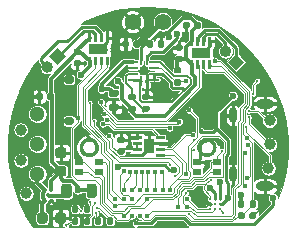
<source format=gbl>
G04 #@! TF.GenerationSoftware,KiCad,Pcbnew,5.1.12-84ad8e8a86~92~ubuntu20.04.1*
G04 #@! TF.CreationDate,2022-02-16T15:18:21-08:00*
G04 #@! TF.ProjectId,Zooids,5a6f6f69-6473-42e6-9b69-6361645f7063,rev?*
G04 #@! TF.SameCoordinates,Original*
G04 #@! TF.FileFunction,Copper,L2,Bot*
G04 #@! TF.FilePolarity,Positive*
%FSLAX46Y46*%
G04 Gerber Fmt 4.6, Leading zero omitted, Abs format (unit mm)*
G04 Created by KiCad (PCBNEW 5.1.12-84ad8e8a86~92~ubuntu20.04.1) date 2022-02-16 15:18:21*
%MOMM*%
%LPD*%
G01*
G04 APERTURE LIST*
G04 #@! TA.AperFunction,ComponentPad*
%ADD10O,1.550000X0.775000*%
G04 #@! TD*
G04 #@! TA.AperFunction,ComponentPad*
%ADD11O,0.650000X1.300000*%
G04 #@! TD*
G04 #@! TA.AperFunction,SMDPad,CuDef*
%ADD12C,0.264922*%
G04 #@! TD*
G04 #@! TA.AperFunction,SMDPad,CuDef*
%ADD13R,0.725000X0.522000*%
G04 #@! TD*
G04 #@! TA.AperFunction,SMDPad,CuDef*
%ADD14C,0.150000*%
G04 #@! TD*
G04 #@! TA.AperFunction,SMDPad,CuDef*
%ADD15C,1.000000*%
G04 #@! TD*
G04 #@! TA.AperFunction,SMDPad,CuDef*
%ADD16R,0.900000X1.300000*%
G04 #@! TD*
G04 #@! TA.AperFunction,SMDPad,CuDef*
%ADD17C,0.250000*%
G04 #@! TD*
G04 #@! TA.AperFunction,ComponentPad*
%ADD18C,0.400000*%
G04 #@! TD*
G04 #@! TA.AperFunction,SMDPad,CuDef*
%ADD19R,1.600000X0.900000*%
G04 #@! TD*
G04 #@! TA.AperFunction,ComponentPad*
%ADD20C,0.150000*%
G04 #@! TD*
G04 #@! TA.AperFunction,SMDPad,CuDef*
%ADD21R,0.711200X0.711200*%
G04 #@! TD*
G04 #@! TA.AperFunction,SMDPad,CuDef*
%ADD22R,0.228600X0.812800*%
G04 #@! TD*
G04 #@! TA.AperFunction,SMDPad,CuDef*
%ADD23R,0.812800X0.228600*%
G04 #@! TD*
G04 #@! TA.AperFunction,ComponentPad*
%ADD24C,1.400000*%
G04 #@! TD*
G04 #@! TA.AperFunction,ComponentPad*
%ADD25C,1.300000*%
G04 #@! TD*
G04 #@! TA.AperFunction,ViaPad*
%ADD26C,0.400000*%
G04 #@! TD*
G04 #@! TA.AperFunction,ViaPad*
%ADD27C,0.600000*%
G04 #@! TD*
G04 #@! TA.AperFunction,ViaPad*
%ADD28C,0.800000*%
G04 #@! TD*
G04 #@! TA.AperFunction,ViaPad*
%ADD29C,0.250000*%
G04 #@! TD*
G04 #@! TA.AperFunction,Conductor*
%ADD30C,0.250000*%
G04 #@! TD*
G04 #@! TA.AperFunction,Conductor*
%ADD31C,0.200000*%
G04 #@! TD*
G04 #@! TA.AperFunction,Conductor*
%ADD32C,0.350000*%
G04 #@! TD*
G04 #@! TA.AperFunction,Conductor*
%ADD33C,0.100000*%
G04 #@! TD*
G04 #@! TA.AperFunction,Conductor*
%ADD34C,0.080000*%
G04 #@! TD*
G04 #@! TA.AperFunction,Conductor*
%ADD35C,0.160000*%
G04 #@! TD*
G04 #@! TA.AperFunction,Conductor*
%ADD36C,0.060000*%
G04 #@! TD*
G04 #@! TA.AperFunction,Conductor*
%ADD37C,0.150000*%
G04 #@! TD*
G04 APERTURE END LIST*
D10*
G04 #@! TO.P,J1,S6*
G04 #@! TO.N,GND*
X163500000Y-93655000D03*
G04 #@! TO.P,J1,S3*
X163500000Y-100655000D03*
D11*
G04 #@! TO.P,J1,S2*
X160800000Y-94655000D03*
G04 #@! TO.P,J1,S1*
X160800000Y-99655000D03*
G04 #@! TD*
D12*
G04 #@! TO.P,U2,C3*
G04 #@! TO.N,+3.3V*
X145390000Y-100992000D03*
G04 #@! TO.P,U2,C1*
G04 #@! TO.N,/VBAT_SW*
X144890000Y-100992000D03*
G04 #@! TO.P,U2,B2*
G04 #@! TO.N,Net-(L1-Pad1)*
X145140000Y-101425000D03*
G04 #@! TO.P,U2,A3*
G04 #@! TO.N,GND*
X145390000Y-101858000D03*
G04 #@! TO.P,U2,A1*
G04 #@! TO.N,/VBAT_SW*
X144890000Y-101858000D03*
G04 #@! TD*
D13*
G04 #@! TO.P,MK1,1*
G04 #@! TO.N,/MIC_DATA*
X157772500Y-99429000D03*
G04 #@! TO.P,MK1,2*
G04 #@! TO.N,GND*
X157772500Y-98607000D03*
G04 #@! TA.AperFunction,SMDPad,CuDef*
D14*
G04 #@! TO.P,MK1,3*
G36*
X158662012Y-96538500D02*
G01*
X158662036Y-96538501D01*
X158704036Y-96541501D01*
X158704072Y-96541505D01*
X158745072Y-96547505D01*
X158745084Y-96547507D01*
X158786084Y-96554507D01*
X158786118Y-96554514D01*
X158827118Y-96564514D01*
X158827144Y-96564521D01*
X158867144Y-96576521D01*
X158867165Y-96576528D01*
X158907165Y-96590528D01*
X158907194Y-96590539D01*
X158945194Y-96606539D01*
X158945214Y-96606548D01*
X158983214Y-96624548D01*
X158983238Y-96624560D01*
X159020238Y-96644560D01*
X159020261Y-96644573D01*
X159056261Y-96666573D01*
X159056288Y-96666592D01*
X159090288Y-96690592D01*
X159090302Y-96690601D01*
X159123302Y-96715601D01*
X159123322Y-96715618D01*
X159155322Y-96742618D01*
X159155342Y-96742635D01*
X159186342Y-96771635D01*
X159186365Y-96771658D01*
X159215365Y-96802658D01*
X159215382Y-96802678D01*
X159242382Y-96834678D01*
X159242399Y-96834698D01*
X159267399Y-96867698D01*
X159267408Y-96867712D01*
X159291408Y-96901712D01*
X159291427Y-96901739D01*
X159313427Y-96937739D01*
X159313440Y-96937762D01*
X159333440Y-96974762D01*
X159333452Y-96974786D01*
X159351452Y-97012786D01*
X159351461Y-97012806D01*
X159367461Y-97050806D01*
X159367472Y-97050835D01*
X159381472Y-97090835D01*
X159381479Y-97090856D01*
X159393479Y-97130856D01*
X159393486Y-97130882D01*
X159403486Y-97171882D01*
X159403493Y-97171916D01*
X159410493Y-97212916D01*
X159410495Y-97212928D01*
X159416495Y-97253928D01*
X159416499Y-97253964D01*
X159419499Y-97295964D01*
X159419500Y-97295988D01*
X159420500Y-97337988D01*
X159420500Y-97368012D01*
X159419500Y-97410012D01*
X159419499Y-97410036D01*
X159416499Y-97452036D01*
X159416495Y-97452072D01*
X159410495Y-97493072D01*
X159410493Y-97493084D01*
X159403493Y-97534084D01*
X159403486Y-97534118D01*
X159393486Y-97575118D01*
X159393479Y-97575144D01*
X159381479Y-97615144D01*
X159381472Y-97615165D01*
X159367472Y-97655165D01*
X159367461Y-97655194D01*
X159351461Y-97693194D01*
X159351452Y-97693214D01*
X159333452Y-97731214D01*
X159333440Y-97731238D01*
X159313440Y-97768238D01*
X159313427Y-97768261D01*
X159291427Y-97804261D01*
X159291408Y-97804288D01*
X159267408Y-97838288D01*
X159267399Y-97838302D01*
X159242399Y-97871302D01*
X159242382Y-97871322D01*
X159215382Y-97903322D01*
X159215365Y-97903342D01*
X159186365Y-97934342D01*
X159186342Y-97934365D01*
X159155342Y-97963365D01*
X159155322Y-97963382D01*
X159123322Y-97990382D01*
X159123302Y-97990399D01*
X159090302Y-98015399D01*
X159090288Y-98015408D01*
X159056288Y-98039408D01*
X159056261Y-98039427D01*
X159020261Y-98061427D01*
X159020238Y-98061440D01*
X158983238Y-98081440D01*
X158983214Y-98081452D01*
X158945214Y-98099452D01*
X158945194Y-98099461D01*
X158907194Y-98115461D01*
X158907165Y-98115472D01*
X158867165Y-98129472D01*
X158867144Y-98129479D01*
X158827144Y-98141479D01*
X158827118Y-98141486D01*
X158786118Y-98151486D01*
X158786084Y-98151493D01*
X158745084Y-98158493D01*
X158745072Y-98158495D01*
X158704072Y-98164495D01*
X158704036Y-98164499D01*
X158662036Y-98167499D01*
X158662012Y-98167500D01*
X158620012Y-98168500D01*
X158619914Y-98168493D01*
X158619820Y-98168466D01*
X158619732Y-98168422D01*
X158619655Y-98168362D01*
X158619591Y-98168288D01*
X158619543Y-98168202D01*
X158619512Y-98168109D01*
X158619500Y-98168000D01*
X158619500Y-97868000D01*
X158619510Y-97867902D01*
X158619538Y-97867809D01*
X158619584Y-97867722D01*
X158619646Y-97867646D01*
X158619722Y-97867584D01*
X158619809Y-97867538D01*
X158619902Y-97867510D01*
X158620000Y-97867500D01*
X158629981Y-97867500D01*
X158655969Y-97866500D01*
X158681957Y-97864501D01*
X158707929Y-97861505D01*
X158733895Y-97856511D01*
X158758870Y-97850517D01*
X158784849Y-97843523D01*
X158808808Y-97834538D01*
X158832800Y-97824541D01*
X158856778Y-97813551D01*
X158879740Y-97800573D01*
X158923711Y-97772592D01*
X158944687Y-97756609D01*
X158964666Y-97739627D01*
X158983646Y-97721646D01*
X159001627Y-97702666D01*
X159018609Y-97682687D01*
X159034592Y-97661711D01*
X159062573Y-97617740D01*
X159075551Y-97594778D01*
X159086545Y-97570792D01*
X159096538Y-97546808D01*
X159105523Y-97522849D01*
X159112517Y-97496870D01*
X159118511Y-97471895D01*
X159123505Y-97445929D01*
X159126501Y-97419957D01*
X159128501Y-97393962D01*
X159129499Y-97368000D01*
X159128500Y-97341019D01*
X159126501Y-97314037D01*
X159123506Y-97287077D01*
X159118510Y-97260102D01*
X159111516Y-97233125D01*
X159104524Y-97207156D01*
X159094536Y-97182186D01*
X159094533Y-97182179D01*
X159084541Y-97156201D01*
X159072560Y-97132238D01*
X159059560Y-97108238D01*
X159045573Y-97085260D01*
X159030598Y-97062298D01*
X159013611Y-97041315D01*
X158995620Y-97020325D01*
X158977646Y-97000354D01*
X158957666Y-96982372D01*
X158936685Y-96964389D01*
X158915702Y-96947402D01*
X158892727Y-96932419D01*
X158869756Y-96918437D01*
X158845762Y-96905440D01*
X158821799Y-96893459D01*
X158795821Y-96883467D01*
X158795814Y-96883464D01*
X158770844Y-96873476D01*
X158744870Y-96866483D01*
X158717898Y-96859490D01*
X158690923Y-96854495D01*
X158663963Y-96851499D01*
X158636972Y-96849500D01*
X158609981Y-96848500D01*
X158600019Y-96848500D01*
X158574031Y-96849500D01*
X158548043Y-96851499D01*
X158522071Y-96854495D01*
X158496105Y-96859489D01*
X158471130Y-96865483D01*
X158445151Y-96872477D01*
X158421192Y-96881462D01*
X158397200Y-96891459D01*
X158373222Y-96902449D01*
X158350260Y-96915427D01*
X158306289Y-96943408D01*
X158285313Y-96959391D01*
X158265334Y-96976373D01*
X158246354Y-96994354D01*
X158228373Y-97013334D01*
X158211391Y-97033313D01*
X158195408Y-97054289D01*
X158167427Y-97098260D01*
X158154449Y-97121222D01*
X158143455Y-97145208D01*
X158133462Y-97169192D01*
X158124477Y-97193151D01*
X158117483Y-97219130D01*
X158111489Y-97244105D01*
X158106495Y-97270072D01*
X158103499Y-97296038D01*
X158101499Y-97322038D01*
X158100500Y-97348019D01*
X158100500Y-97367981D01*
X158101499Y-97393962D01*
X158103499Y-97419957D01*
X158106495Y-97445929D01*
X158111489Y-97471895D01*
X158117483Y-97496870D01*
X158124477Y-97522849D01*
X158133462Y-97546808D01*
X158143455Y-97570792D01*
X158154449Y-97594778D01*
X158167427Y-97617740D01*
X158195408Y-97661711D01*
X158211391Y-97682687D01*
X158228373Y-97702666D01*
X158246354Y-97721646D01*
X158265334Y-97739627D01*
X158285313Y-97756609D01*
X158306289Y-97772592D01*
X158350260Y-97800573D01*
X158373222Y-97813551D01*
X158397200Y-97824541D01*
X158421192Y-97834538D01*
X158445151Y-97843523D01*
X158471130Y-97850517D01*
X158496105Y-97856511D01*
X158522071Y-97861505D01*
X158548043Y-97864501D01*
X158574031Y-97866500D01*
X158600019Y-97867500D01*
X158600116Y-97867514D01*
X158600209Y-97867546D01*
X158600294Y-97867595D01*
X158600367Y-97867660D01*
X158600426Y-97867738D01*
X158600469Y-97867827D01*
X158600494Y-97867921D01*
X158600500Y-97868000D01*
X158600500Y-98168000D01*
X158600490Y-98168098D01*
X158600462Y-98168191D01*
X158600416Y-98168278D01*
X158600354Y-98168354D01*
X158600278Y-98168416D01*
X158600191Y-98168462D01*
X158600098Y-98168490D01*
X158600000Y-98168500D01*
X158589988Y-98168500D01*
X158547988Y-98167500D01*
X158547964Y-98167499D01*
X158505964Y-98164499D01*
X158505928Y-98164495D01*
X158464928Y-98158495D01*
X158464916Y-98158493D01*
X158423916Y-98151493D01*
X158423882Y-98151486D01*
X158382882Y-98141486D01*
X158382856Y-98141479D01*
X158342856Y-98129479D01*
X158342835Y-98129472D01*
X158302835Y-98115472D01*
X158302806Y-98115461D01*
X158264806Y-98099461D01*
X158264786Y-98099452D01*
X158226786Y-98081452D01*
X158226762Y-98081440D01*
X158189762Y-98061440D01*
X158189739Y-98061427D01*
X158153739Y-98039427D01*
X158153712Y-98039408D01*
X158119712Y-98015408D01*
X158119698Y-98015399D01*
X158086698Y-97990399D01*
X158086678Y-97990382D01*
X158054678Y-97963382D01*
X158054658Y-97963365D01*
X158023658Y-97934365D01*
X158023635Y-97934342D01*
X157994635Y-97903342D01*
X157994618Y-97903322D01*
X157967618Y-97871322D01*
X157967601Y-97871302D01*
X157942601Y-97838302D01*
X157942592Y-97838288D01*
X157918592Y-97804288D01*
X157918573Y-97804261D01*
X157896573Y-97768261D01*
X157896560Y-97768238D01*
X157876560Y-97731238D01*
X157876548Y-97731214D01*
X157858548Y-97693214D01*
X157858539Y-97693194D01*
X157842539Y-97655194D01*
X157842528Y-97655165D01*
X157828528Y-97615165D01*
X157828521Y-97615144D01*
X157816521Y-97575144D01*
X157816514Y-97575118D01*
X157806514Y-97534118D01*
X157806507Y-97534084D01*
X157799507Y-97493084D01*
X157799505Y-97493072D01*
X157793505Y-97452072D01*
X157793501Y-97452036D01*
X157790501Y-97410036D01*
X157790500Y-97410012D01*
X157789500Y-97368012D01*
X157789500Y-97357988D01*
X157790500Y-97314988D01*
X157790501Y-97314965D01*
X157793501Y-97271965D01*
X157793505Y-97271929D01*
X157799505Y-97229929D01*
X157799509Y-97229906D01*
X157807509Y-97187906D01*
X157807514Y-97187884D01*
X157817514Y-97145884D01*
X157817520Y-97145860D01*
X157829520Y-97104860D01*
X157829527Y-97104838D01*
X157843527Y-97063838D01*
X157843540Y-97063804D01*
X157860540Y-97023804D01*
X157860548Y-97023786D01*
X157878548Y-96985786D01*
X157878562Y-96985758D01*
X157899562Y-96947758D01*
X157899570Y-96947744D01*
X157921570Y-96910744D01*
X157921593Y-96910709D01*
X157946593Y-96875709D01*
X157946603Y-96875696D01*
X157972603Y-96841696D01*
X157972619Y-96841677D01*
X158000619Y-96808677D01*
X158000635Y-96808658D01*
X158029635Y-96777658D01*
X158029658Y-96777635D01*
X158060658Y-96748635D01*
X158060677Y-96748619D01*
X158093677Y-96720619D01*
X158093696Y-96720603D01*
X158127696Y-96694603D01*
X158127709Y-96694593D01*
X158162709Y-96669593D01*
X158162744Y-96669570D01*
X158199744Y-96647570D01*
X158199758Y-96647562D01*
X158237758Y-96626562D01*
X158237786Y-96626548D01*
X158275786Y-96608548D01*
X158275804Y-96608540D01*
X158315804Y-96591540D01*
X158315838Y-96591527D01*
X158356838Y-96577527D01*
X158356860Y-96577520D01*
X158397860Y-96565520D01*
X158397884Y-96565514D01*
X158439884Y-96555514D01*
X158439906Y-96555509D01*
X158481906Y-96547509D01*
X158481929Y-96547505D01*
X158523929Y-96541505D01*
X158523965Y-96541501D01*
X158566965Y-96538501D01*
X158566988Y-96538500D01*
X158609988Y-96537500D01*
X158620012Y-96537500D01*
X158662012Y-96538500D01*
G37*
G04 #@! TD.AperFunction*
D13*
G04 #@! TO.P,MK1,4*
G04 #@! TO.N,/MIC_CLK*
X159447500Y-98607000D03*
G04 #@! TO.P,MK1,5*
G04 #@! TO.N,/MIC_ENABLE*
X159447500Y-99429000D03*
G04 #@! TD*
D15*
G04 #@! TO.P,TP8,1*
G04 #@! TO.N,/XL_INT*
X142860000Y-98455000D03*
G04 #@! TD*
D16*
G04 #@! TO.P,U4,9*
G04 #@! TO.N,GND*
X153680000Y-97275000D03*
G04 #@! TO.P,U4,8*
G04 #@! TO.N,/I2C_SDA*
G04 #@! TA.AperFunction,SMDPad,CuDef*
G36*
G01*
X154285000Y-98151900D02*
X154285000Y-97898100D01*
G75*
G02*
X154293100Y-97890000I8100J0D01*
G01*
X155036900Y-97890000D01*
G75*
G02*
X155045000Y-97898100I0J-8100D01*
G01*
X155045000Y-98151900D01*
G75*
G02*
X155036900Y-98160000I-8100J0D01*
G01*
X154293100Y-98160000D01*
G75*
G02*
X154285000Y-98151900I0J8100D01*
G01*
G37*
G04 #@! TD.AperFunction*
G04 #@! TO.P,U4,7*
G04 #@! TO.N,/I2C_SCL*
G04 #@! TA.AperFunction,SMDPad,CuDef*
G36*
G01*
X154285000Y-97651900D02*
X154285000Y-97398100D01*
G75*
G02*
X154293100Y-97390000I8100J0D01*
G01*
X155036900Y-97390000D01*
G75*
G02*
X155045000Y-97398100I0J-8100D01*
G01*
X155045000Y-97651900D01*
G75*
G02*
X155036900Y-97660000I-8100J0D01*
G01*
X154293100Y-97660000D01*
G75*
G02*
X154285000Y-97651900I0J8100D01*
G01*
G37*
G04 #@! TD.AperFunction*
G04 #@! TO.P,U4,6*
G04 #@! TO.N,GND*
G04 #@! TA.AperFunction,SMDPad,CuDef*
G36*
G01*
X154285000Y-97151900D02*
X154285000Y-96898100D01*
G75*
G02*
X154293100Y-96890000I8100J0D01*
G01*
X155036900Y-96890000D01*
G75*
G02*
X155045000Y-96898100I0J-8100D01*
G01*
X155045000Y-97151900D01*
G75*
G02*
X155036900Y-97160000I-8100J0D01*
G01*
X154293100Y-97160000D01*
G75*
G02*
X154285000Y-97151900I0J8100D01*
G01*
G37*
G04 #@! TD.AperFunction*
G04 #@! TO.P,U4,5*
G04 #@! TO.N,/BAT_INT*
G04 #@! TA.AperFunction,SMDPad,CuDef*
G36*
G01*
X154285000Y-96651900D02*
X154285000Y-96398100D01*
G75*
G02*
X154293100Y-96390000I8100J0D01*
G01*
X155036900Y-96390000D01*
G75*
G02*
X155045000Y-96398100I0J-8100D01*
G01*
X155045000Y-96651900D01*
G75*
G02*
X155036900Y-96660000I-8100J0D01*
G01*
X154293100Y-96660000D01*
G75*
G02*
X154285000Y-96651900I0J8100D01*
G01*
G37*
G04 #@! TD.AperFunction*
G04 #@! TO.P,U4,4*
G04 #@! TO.N,GND*
G04 #@! TA.AperFunction,SMDPad,CuDef*
G36*
G01*
X152315000Y-96651900D02*
X152315000Y-96398100D01*
G75*
G02*
X152323100Y-96390000I8100J0D01*
G01*
X153066900Y-96390000D01*
G75*
G02*
X153075000Y-96398100I0J-8100D01*
G01*
X153075000Y-96651900D01*
G75*
G02*
X153066900Y-96660000I-8100J0D01*
G01*
X152323100Y-96660000D01*
G75*
G02*
X152315000Y-96651900I0J8100D01*
G01*
G37*
G04 #@! TD.AperFunction*
G04 #@! TO.P,U4,3*
G04 #@! TO.N,/VBAT*
G04 #@! TA.AperFunction,SMDPad,CuDef*
G36*
G01*
X152315000Y-97151900D02*
X152315000Y-96898100D01*
G75*
G02*
X152323100Y-96890000I8100J0D01*
G01*
X153066900Y-96890000D01*
G75*
G02*
X153075000Y-96898100I0J-8100D01*
G01*
X153075000Y-97151900D01*
G75*
G02*
X153066900Y-97160000I-8100J0D01*
G01*
X152323100Y-97160000D01*
G75*
G02*
X152315000Y-97151900I0J8100D01*
G01*
G37*
G04 #@! TD.AperFunction*
G04 #@! TO.P,U4,2*
G04 #@! TA.AperFunction,SMDPad,CuDef*
G36*
G01*
X152315000Y-97651900D02*
X152315000Y-97398100D01*
G75*
G02*
X152323100Y-97390000I8100J0D01*
G01*
X153066900Y-97390000D01*
G75*
G02*
X153075000Y-97398100I0J-8100D01*
G01*
X153075000Y-97651900D01*
G75*
G02*
X153066900Y-97660000I-8100J0D01*
G01*
X152323100Y-97660000D01*
G75*
G02*
X152315000Y-97651900I0J8100D01*
G01*
G37*
G04 #@! TD.AperFunction*
G04 #@! TO.P,U4,1*
G04 #@! TO.N,GND*
G04 #@! TA.AperFunction,SMDPad,CuDef*
G36*
G01*
X152315000Y-98151900D02*
X152315000Y-97898100D01*
G75*
G02*
X152323100Y-97890000I8100J0D01*
G01*
X153066900Y-97890000D01*
G75*
G02*
X153075000Y-97898100I0J-8100D01*
G01*
X153075000Y-98151900D01*
G75*
G02*
X153066900Y-98160000I-8100J0D01*
G01*
X152323100Y-98160000D01*
G75*
G02*
X152315000Y-98151900I0J8100D01*
G01*
G37*
G04 #@! TD.AperFunction*
G04 #@! TD*
D17*
G04 #@! TO.P,U9,A1*
G04 #@! TO.N,Net-(R10-Pad2)*
X159680000Y-102565000D03*
G04 #@! TO.P,U9,A2*
G04 #@! TO.N,+3.3V*
X159680000Y-102165000D03*
G04 #@! TO.P,U9,A3*
G04 #@! TO.N,Net-(SP1-Pad1)*
X159680000Y-101765000D03*
G04 #@! TO.P,U9,B1*
G04 #@! TO.N,/I2S_DIN*
X159280000Y-102565000D03*
G04 #@! TO.P,U9,B2*
G04 #@! TO.N,Net-(R6-Pad1)*
X159280000Y-102165000D03*
G04 #@! TO.P,U9,B3*
G04 #@! TO.N,Net-(SP1-Pad2)*
X159280000Y-101765000D03*
G04 #@! TO.P,U9,C1*
G04 #@! TO.N,/I2S_BCLK*
X158880000Y-102565000D03*
G04 #@! TO.P,U9,C2*
G04 #@! TO.N,GND*
X158880000Y-102165000D03*
G04 #@! TO.P,U9,C3*
G04 #@! TO.N,/I2S_WCLK*
X158880000Y-101765000D03*
G04 #@! TD*
G04 #@! TO.P,R13,2*
G04 #@! TO.N,GND*
G04 #@! TA.AperFunction,SMDPad,CuDef*
G36*
G01*
X153615000Y-93345000D02*
X153245000Y-93345000D01*
G75*
G02*
X153110000Y-93210000I0J135000D01*
G01*
X153110000Y-92940000D01*
G75*
G02*
X153245000Y-92805000I135000J0D01*
G01*
X153615000Y-92805000D01*
G75*
G02*
X153750000Y-92940000I0J-135000D01*
G01*
X153750000Y-93210000D01*
G75*
G02*
X153615000Y-93345000I-135000J0D01*
G01*
G37*
G04 #@! TD.AperFunction*
G04 #@! TO.P,R13,1*
G04 #@! TO.N,Net-(R12-Pad2)*
G04 #@! TA.AperFunction,SMDPad,CuDef*
G36*
G01*
X153615000Y-94365000D02*
X153245000Y-94365000D01*
G75*
G02*
X153110000Y-94230000I0J135000D01*
G01*
X153110000Y-93960000D01*
G75*
G02*
X153245000Y-93825000I135000J0D01*
G01*
X153615000Y-93825000D01*
G75*
G02*
X153750000Y-93960000I0J-135000D01*
G01*
X153750000Y-94230000D01*
G75*
G02*
X153615000Y-94365000I-135000J0D01*
G01*
G37*
G04 #@! TD.AperFunction*
G04 #@! TD*
G04 #@! TO.P,R12,2*
G04 #@! TO.N,Net-(R12-Pad2)*
G04 #@! TA.AperFunction,SMDPad,CuDef*
G36*
G01*
X152455000Y-93355000D02*
X152085000Y-93355000D01*
G75*
G02*
X151950000Y-93220000I0J135000D01*
G01*
X151950000Y-92950000D01*
G75*
G02*
X152085000Y-92815000I135000J0D01*
G01*
X152455000Y-92815000D01*
G75*
G02*
X152590000Y-92950000I0J-135000D01*
G01*
X152590000Y-93220000D01*
G75*
G02*
X152455000Y-93355000I-135000J0D01*
G01*
G37*
G04 #@! TD.AperFunction*
G04 #@! TO.P,R12,1*
G04 #@! TO.N,+3.3V*
G04 #@! TA.AperFunction,SMDPad,CuDef*
G36*
G01*
X152455000Y-94375000D02*
X152085000Y-94375000D01*
G75*
G02*
X151950000Y-94240000I0J135000D01*
G01*
X151950000Y-93970000D01*
G75*
G02*
X152085000Y-93835000I135000J0D01*
G01*
X152455000Y-93835000D01*
G75*
G02*
X152590000Y-93970000I0J-135000D01*
G01*
X152590000Y-94240000D01*
G75*
G02*
X152455000Y-94375000I-135000J0D01*
G01*
G37*
G04 #@! TD.AperFunction*
G04 #@! TD*
G04 #@! TO.P,R4,2*
G04 #@! TO.N,/~CHRG~*
G04 #@! TA.AperFunction,SMDPad,CuDef*
G36*
G01*
X155945000Y-91585000D02*
X156315000Y-91585000D01*
G75*
G02*
X156450000Y-91720000I0J-135000D01*
G01*
X156450000Y-91990000D01*
G75*
G02*
X156315000Y-92125000I-135000J0D01*
G01*
X155945000Y-92125000D01*
G75*
G02*
X155810000Y-91990000I0J135000D01*
G01*
X155810000Y-91720000D01*
G75*
G02*
X155945000Y-91585000I135000J0D01*
G01*
G37*
G04 #@! TD.AperFunction*
G04 #@! TO.P,R4,1*
G04 #@! TO.N,+3.3V*
G04 #@! TA.AperFunction,SMDPad,CuDef*
G36*
G01*
X155945000Y-90565000D02*
X156315000Y-90565000D01*
G75*
G02*
X156450000Y-90700000I0J-135000D01*
G01*
X156450000Y-90970000D01*
G75*
G02*
X156315000Y-91105000I-135000J0D01*
G01*
X155945000Y-91105000D01*
G75*
G02*
X155810000Y-90970000I0J135000D01*
G01*
X155810000Y-90700000D01*
G75*
G02*
X155945000Y-90565000I135000J0D01*
G01*
G37*
G04 #@! TD.AperFunction*
G04 #@! TD*
G04 #@! TO.P,C6,2*
G04 #@! TO.N,/VBAT*
G04 #@! TA.AperFunction,SMDPad,CuDef*
G36*
G01*
X151160000Y-97425000D02*
X151500000Y-97425000D01*
G75*
G02*
X151640000Y-97565000I0J-140000D01*
G01*
X151640000Y-97845000D01*
G75*
G02*
X151500000Y-97985000I-140000J0D01*
G01*
X151160000Y-97985000D01*
G75*
G02*
X151020000Y-97845000I0J140000D01*
G01*
X151020000Y-97565000D01*
G75*
G02*
X151160000Y-97425000I140000J0D01*
G01*
G37*
G04 #@! TD.AperFunction*
G04 #@! TO.P,C6,1*
G04 #@! TO.N,GND*
G04 #@! TA.AperFunction,SMDPad,CuDef*
G36*
G01*
X151160000Y-96465000D02*
X151500000Y-96465000D01*
G75*
G02*
X151640000Y-96605000I0J-140000D01*
G01*
X151640000Y-96885000D01*
G75*
G02*
X151500000Y-97025000I-140000J0D01*
G01*
X151160000Y-97025000D01*
G75*
G02*
X151020000Y-96885000I0J140000D01*
G01*
X151020000Y-96605000D01*
G75*
G02*
X151160000Y-96465000I140000J0D01*
G01*
G37*
G04 #@! TD.AperFunction*
G04 #@! TD*
D18*
G04 #@! TO.P,U6,9*
G04 #@! TO.N,GND*
X158630000Y-89350000D03*
X157530000Y-89350000D03*
D19*
X158080000Y-89350000D03*
G04 #@! TO.P,U6,8*
G04 #@! TO.N,+3.3V*
G04 #@! TA.AperFunction,SMDPad,CuDef*
G36*
G01*
X157201200Y-89965000D02*
X157458800Y-89965000D01*
G75*
G02*
X157470000Y-89976200I0J-11200D01*
G01*
X157470000Y-90693800D01*
G75*
G02*
X157458800Y-90705000I-11200J0D01*
G01*
X157201200Y-90705000D01*
G75*
G02*
X157190000Y-90693800I0J11200D01*
G01*
X157190000Y-89976200D01*
G75*
G02*
X157201200Y-89965000I11200J0D01*
G01*
G37*
G04 #@! TD.AperFunction*
G04 #@! TO.P,U6,7*
G04 #@! TO.N,/DRV_SLEEP*
G04 #@! TA.AperFunction,SMDPad,CuDef*
G36*
G01*
X157701200Y-89965000D02*
X157958800Y-89965000D01*
G75*
G02*
X157970000Y-89976200I0J-11200D01*
G01*
X157970000Y-90693800D01*
G75*
G02*
X157958800Y-90705000I-11200J0D01*
G01*
X157701200Y-90705000D01*
G75*
G02*
X157690000Y-90693800I0J11200D01*
G01*
X157690000Y-89976200D01*
G75*
G02*
X157701200Y-89965000I11200J0D01*
G01*
G37*
G04 #@! TD.AperFunction*
G04 #@! TO.P,U6,6*
G04 #@! TO.N,/MTR2_I1*
G04 #@! TA.AperFunction,SMDPad,CuDef*
G36*
G01*
X158201200Y-89965000D02*
X158458800Y-89965000D01*
G75*
G02*
X158470000Y-89976200I0J-11200D01*
G01*
X158470000Y-90693800D01*
G75*
G02*
X158458800Y-90705000I-11200J0D01*
G01*
X158201200Y-90705000D01*
G75*
G02*
X158190000Y-90693800I0J11200D01*
G01*
X158190000Y-89976200D01*
G75*
G02*
X158201200Y-89965000I11200J0D01*
G01*
G37*
G04 #@! TD.AperFunction*
G04 #@! TO.P,U6,5*
G04 #@! TO.N,/MTR2_I2*
G04 #@! TA.AperFunction,SMDPad,CuDef*
G36*
G01*
X158701200Y-89965000D02*
X158958800Y-89965000D01*
G75*
G02*
X158970000Y-89976200I0J-11200D01*
G01*
X158970000Y-90693800D01*
G75*
G02*
X158958800Y-90705000I-11200J0D01*
G01*
X158701200Y-90705000D01*
G75*
G02*
X158690000Y-90693800I0J11200D01*
G01*
X158690000Y-89976200D01*
G75*
G02*
X158701200Y-89965000I11200J0D01*
G01*
G37*
G04 #@! TD.AperFunction*
G04 #@! TO.P,U6,4*
G04 #@! TO.N,GND*
G04 #@! TA.AperFunction,SMDPad,CuDef*
G36*
G01*
X158701200Y-87995000D02*
X158958800Y-87995000D01*
G75*
G02*
X158970000Y-88006200I0J-11200D01*
G01*
X158970000Y-88723800D01*
G75*
G02*
X158958800Y-88735000I-11200J0D01*
G01*
X158701200Y-88735000D01*
G75*
G02*
X158690000Y-88723800I0J11200D01*
G01*
X158690000Y-88006200D01*
G75*
G02*
X158701200Y-87995000I11200J0D01*
G01*
G37*
G04 #@! TD.AperFunction*
G04 #@! TO.P,U6,3*
G04 #@! TO.N,/MTR2_N*
G04 #@! TA.AperFunction,SMDPad,CuDef*
G36*
G01*
X158201200Y-87995000D02*
X158458800Y-87995000D01*
G75*
G02*
X158470000Y-88006200I0J-11200D01*
G01*
X158470000Y-88723800D01*
G75*
G02*
X158458800Y-88735000I-11200J0D01*
G01*
X158201200Y-88735000D01*
G75*
G02*
X158190000Y-88723800I0J11200D01*
G01*
X158190000Y-88006200D01*
G75*
G02*
X158201200Y-87995000I11200J0D01*
G01*
G37*
G04 #@! TD.AperFunction*
G04 #@! TO.P,U6,2*
G04 #@! TO.N,/MTR2_P*
G04 #@! TA.AperFunction,SMDPad,CuDef*
G36*
G01*
X157701200Y-87995000D02*
X157958800Y-87995000D01*
G75*
G02*
X157970000Y-88006200I0J-11200D01*
G01*
X157970000Y-88723800D01*
G75*
G02*
X157958800Y-88735000I-11200J0D01*
G01*
X157701200Y-88735000D01*
G75*
G02*
X157690000Y-88723800I0J11200D01*
G01*
X157690000Y-88006200D01*
G75*
G02*
X157701200Y-87995000I11200J0D01*
G01*
G37*
G04 #@! TD.AperFunction*
G04 #@! TO.P,U6,1*
G04 #@! TO.N,+3.3V*
G04 #@! TA.AperFunction,SMDPad,CuDef*
G36*
G01*
X157201200Y-87995000D02*
X157458800Y-87995000D01*
G75*
G02*
X157470000Y-88006200I0J-11200D01*
G01*
X157470000Y-88723800D01*
G75*
G02*
X157458800Y-88735000I-11200J0D01*
G01*
X157201200Y-88735000D01*
G75*
G02*
X157190000Y-88723800I0J11200D01*
G01*
X157190000Y-88006200D01*
G75*
G02*
X157201200Y-87995000I11200J0D01*
G01*
G37*
G04 #@! TD.AperFunction*
G04 #@! TD*
D18*
G04 #@! TO.P,U5,9*
G04 #@! TO.N,GND*
X149970000Y-89060000D03*
X148870000Y-89060000D03*
D19*
X149420000Y-89060000D03*
G04 #@! TO.P,U5,8*
G04 #@! TO.N,+3.3V*
G04 #@! TA.AperFunction,SMDPad,CuDef*
G36*
G01*
X148541200Y-89675000D02*
X148798800Y-89675000D01*
G75*
G02*
X148810000Y-89686200I0J-11200D01*
G01*
X148810000Y-90403800D01*
G75*
G02*
X148798800Y-90415000I-11200J0D01*
G01*
X148541200Y-90415000D01*
G75*
G02*
X148530000Y-90403800I0J11200D01*
G01*
X148530000Y-89686200D01*
G75*
G02*
X148541200Y-89675000I11200J0D01*
G01*
G37*
G04 #@! TD.AperFunction*
G04 #@! TO.P,U5,7*
G04 #@! TO.N,/DRV_SLEEP*
G04 #@! TA.AperFunction,SMDPad,CuDef*
G36*
G01*
X149041200Y-89675000D02*
X149298800Y-89675000D01*
G75*
G02*
X149310000Y-89686200I0J-11200D01*
G01*
X149310000Y-90403800D01*
G75*
G02*
X149298800Y-90415000I-11200J0D01*
G01*
X149041200Y-90415000D01*
G75*
G02*
X149030000Y-90403800I0J11200D01*
G01*
X149030000Y-89686200D01*
G75*
G02*
X149041200Y-89675000I11200J0D01*
G01*
G37*
G04 #@! TD.AperFunction*
G04 #@! TO.P,U5,6*
G04 #@! TO.N,/MTR1_I1*
G04 #@! TA.AperFunction,SMDPad,CuDef*
G36*
G01*
X149541200Y-89675000D02*
X149798800Y-89675000D01*
G75*
G02*
X149810000Y-89686200I0J-11200D01*
G01*
X149810000Y-90403800D01*
G75*
G02*
X149798800Y-90415000I-11200J0D01*
G01*
X149541200Y-90415000D01*
G75*
G02*
X149530000Y-90403800I0J11200D01*
G01*
X149530000Y-89686200D01*
G75*
G02*
X149541200Y-89675000I11200J0D01*
G01*
G37*
G04 #@! TD.AperFunction*
G04 #@! TO.P,U5,5*
G04 #@! TO.N,/MTR1_I2*
G04 #@! TA.AperFunction,SMDPad,CuDef*
G36*
G01*
X150041200Y-89675000D02*
X150298800Y-89675000D01*
G75*
G02*
X150310000Y-89686200I0J-11200D01*
G01*
X150310000Y-90403800D01*
G75*
G02*
X150298800Y-90415000I-11200J0D01*
G01*
X150041200Y-90415000D01*
G75*
G02*
X150030000Y-90403800I0J11200D01*
G01*
X150030000Y-89686200D01*
G75*
G02*
X150041200Y-89675000I11200J0D01*
G01*
G37*
G04 #@! TD.AperFunction*
G04 #@! TO.P,U5,4*
G04 #@! TO.N,GND*
G04 #@! TA.AperFunction,SMDPad,CuDef*
G36*
G01*
X150041200Y-87705000D02*
X150298800Y-87705000D01*
G75*
G02*
X150310000Y-87716200I0J-11200D01*
G01*
X150310000Y-88433800D01*
G75*
G02*
X150298800Y-88445000I-11200J0D01*
G01*
X150041200Y-88445000D01*
G75*
G02*
X150030000Y-88433800I0J11200D01*
G01*
X150030000Y-87716200D01*
G75*
G02*
X150041200Y-87705000I11200J0D01*
G01*
G37*
G04 #@! TD.AperFunction*
G04 #@! TO.P,U5,3*
G04 #@! TO.N,/MTR1_P*
G04 #@! TA.AperFunction,SMDPad,CuDef*
G36*
G01*
X149541200Y-87705000D02*
X149798800Y-87705000D01*
G75*
G02*
X149810000Y-87716200I0J-11200D01*
G01*
X149810000Y-88433800D01*
G75*
G02*
X149798800Y-88445000I-11200J0D01*
G01*
X149541200Y-88445000D01*
G75*
G02*
X149530000Y-88433800I0J11200D01*
G01*
X149530000Y-87716200D01*
G75*
G02*
X149541200Y-87705000I11200J0D01*
G01*
G37*
G04 #@! TD.AperFunction*
G04 #@! TO.P,U5,2*
G04 #@! TO.N,/MTR1_N*
G04 #@! TA.AperFunction,SMDPad,CuDef*
G36*
G01*
X149041200Y-87705000D02*
X149298800Y-87705000D01*
G75*
G02*
X149310000Y-87716200I0J-11200D01*
G01*
X149310000Y-88433800D01*
G75*
G02*
X149298800Y-88445000I-11200J0D01*
G01*
X149041200Y-88445000D01*
G75*
G02*
X149030000Y-88433800I0J11200D01*
G01*
X149030000Y-87716200D01*
G75*
G02*
X149041200Y-87705000I11200J0D01*
G01*
G37*
G04 #@! TD.AperFunction*
G04 #@! TO.P,U5,1*
G04 #@! TO.N,+3.3V*
G04 #@! TA.AperFunction,SMDPad,CuDef*
G36*
G01*
X148541200Y-87705000D02*
X148798800Y-87705000D01*
G75*
G02*
X148810000Y-87716200I0J-11200D01*
G01*
X148810000Y-88433800D01*
G75*
G02*
X148798800Y-88445000I-11200J0D01*
G01*
X148541200Y-88445000D01*
G75*
G02*
X148530000Y-88433800I0J11200D01*
G01*
X148530000Y-87716200D01*
G75*
G02*
X148541200Y-87705000I11200J0D01*
G01*
G37*
G04 #@! TD.AperFunction*
G04 #@! TD*
D13*
G04 #@! TO.P,MK2,5*
G04 #@! TO.N,/MIC_ENABLE*
X149483000Y-99439000D03*
G04 #@! TO.P,MK2,4*
G04 #@! TO.N,/MIC_CLK*
X149483000Y-98617000D03*
G04 #@! TA.AperFunction,SMDPad,CuDef*
D14*
G04 #@! TO.P,MK2,3*
G04 #@! TO.N,GND*
G36*
X148697512Y-96548500D02*
G01*
X148697536Y-96548501D01*
X148739536Y-96551501D01*
X148739572Y-96551505D01*
X148780572Y-96557505D01*
X148780584Y-96557507D01*
X148821584Y-96564507D01*
X148821618Y-96564514D01*
X148862618Y-96574514D01*
X148862644Y-96574521D01*
X148902644Y-96586521D01*
X148902665Y-96586528D01*
X148942665Y-96600528D01*
X148942694Y-96600539D01*
X148980694Y-96616539D01*
X148980714Y-96616548D01*
X149018714Y-96634548D01*
X149018738Y-96634560D01*
X149055738Y-96654560D01*
X149055761Y-96654573D01*
X149091761Y-96676573D01*
X149091788Y-96676592D01*
X149125788Y-96700592D01*
X149125802Y-96700601D01*
X149158802Y-96725601D01*
X149158822Y-96725618D01*
X149190822Y-96752618D01*
X149190842Y-96752635D01*
X149221842Y-96781635D01*
X149221865Y-96781658D01*
X149250865Y-96812658D01*
X149250882Y-96812678D01*
X149277882Y-96844678D01*
X149277899Y-96844698D01*
X149302899Y-96877698D01*
X149302908Y-96877712D01*
X149326908Y-96911712D01*
X149326927Y-96911739D01*
X149348927Y-96947739D01*
X149348940Y-96947762D01*
X149368940Y-96984762D01*
X149368952Y-96984786D01*
X149386952Y-97022786D01*
X149386961Y-97022806D01*
X149402961Y-97060806D01*
X149402972Y-97060835D01*
X149416972Y-97100835D01*
X149416979Y-97100856D01*
X149428979Y-97140856D01*
X149428986Y-97140882D01*
X149438986Y-97181882D01*
X149438993Y-97181916D01*
X149445993Y-97222916D01*
X149445995Y-97222928D01*
X149451995Y-97263928D01*
X149451999Y-97263964D01*
X149454999Y-97305964D01*
X149455000Y-97305988D01*
X149456000Y-97347988D01*
X149456000Y-97378012D01*
X149455000Y-97420012D01*
X149454999Y-97420036D01*
X149451999Y-97462036D01*
X149451995Y-97462072D01*
X149445995Y-97503072D01*
X149445993Y-97503084D01*
X149438993Y-97544084D01*
X149438986Y-97544118D01*
X149428986Y-97585118D01*
X149428979Y-97585144D01*
X149416979Y-97625144D01*
X149416972Y-97625165D01*
X149402972Y-97665165D01*
X149402961Y-97665194D01*
X149386961Y-97703194D01*
X149386952Y-97703214D01*
X149368952Y-97741214D01*
X149368940Y-97741238D01*
X149348940Y-97778238D01*
X149348927Y-97778261D01*
X149326927Y-97814261D01*
X149326908Y-97814288D01*
X149302908Y-97848288D01*
X149302899Y-97848302D01*
X149277899Y-97881302D01*
X149277882Y-97881322D01*
X149250882Y-97913322D01*
X149250865Y-97913342D01*
X149221865Y-97944342D01*
X149221842Y-97944365D01*
X149190842Y-97973365D01*
X149190822Y-97973382D01*
X149158822Y-98000382D01*
X149158802Y-98000399D01*
X149125802Y-98025399D01*
X149125788Y-98025408D01*
X149091788Y-98049408D01*
X149091761Y-98049427D01*
X149055761Y-98071427D01*
X149055738Y-98071440D01*
X149018738Y-98091440D01*
X149018714Y-98091452D01*
X148980714Y-98109452D01*
X148980694Y-98109461D01*
X148942694Y-98125461D01*
X148942665Y-98125472D01*
X148902665Y-98139472D01*
X148902644Y-98139479D01*
X148862644Y-98151479D01*
X148862618Y-98151486D01*
X148821618Y-98161486D01*
X148821584Y-98161493D01*
X148780584Y-98168493D01*
X148780572Y-98168495D01*
X148739572Y-98174495D01*
X148739536Y-98174499D01*
X148697536Y-98177499D01*
X148697512Y-98177500D01*
X148655512Y-98178500D01*
X148655414Y-98178493D01*
X148655320Y-98178466D01*
X148655232Y-98178422D01*
X148655155Y-98178362D01*
X148655091Y-98178288D01*
X148655043Y-98178202D01*
X148655012Y-98178109D01*
X148655000Y-98178000D01*
X148655000Y-97878000D01*
X148655010Y-97877902D01*
X148655038Y-97877809D01*
X148655084Y-97877722D01*
X148655146Y-97877646D01*
X148655222Y-97877584D01*
X148655309Y-97877538D01*
X148655402Y-97877510D01*
X148655500Y-97877500D01*
X148665481Y-97877500D01*
X148691469Y-97876500D01*
X148717457Y-97874501D01*
X148743429Y-97871505D01*
X148769395Y-97866511D01*
X148794370Y-97860517D01*
X148820349Y-97853523D01*
X148844308Y-97844538D01*
X148868300Y-97834541D01*
X148892278Y-97823551D01*
X148915240Y-97810573D01*
X148959211Y-97782592D01*
X148980187Y-97766609D01*
X149000166Y-97749627D01*
X149019146Y-97731646D01*
X149037127Y-97712666D01*
X149054109Y-97692687D01*
X149070092Y-97671711D01*
X149098073Y-97627740D01*
X149111051Y-97604778D01*
X149122045Y-97580792D01*
X149132038Y-97556808D01*
X149141023Y-97532849D01*
X149148017Y-97506870D01*
X149154011Y-97481895D01*
X149159005Y-97455929D01*
X149162001Y-97429957D01*
X149164001Y-97403962D01*
X149164999Y-97378000D01*
X149164000Y-97351019D01*
X149162001Y-97324037D01*
X149159006Y-97297077D01*
X149154010Y-97270102D01*
X149147016Y-97243125D01*
X149140024Y-97217156D01*
X149130036Y-97192186D01*
X149130033Y-97192179D01*
X149120041Y-97166201D01*
X149108060Y-97142238D01*
X149095060Y-97118238D01*
X149081073Y-97095260D01*
X149066098Y-97072298D01*
X149049111Y-97051315D01*
X149031120Y-97030325D01*
X149013146Y-97010354D01*
X148993166Y-96992372D01*
X148972185Y-96974389D01*
X148951202Y-96957402D01*
X148928227Y-96942419D01*
X148905256Y-96928437D01*
X148881262Y-96915440D01*
X148857299Y-96903459D01*
X148831321Y-96893467D01*
X148831314Y-96893464D01*
X148806344Y-96883476D01*
X148780370Y-96876483D01*
X148753398Y-96869490D01*
X148726423Y-96864495D01*
X148699463Y-96861499D01*
X148672472Y-96859500D01*
X148645481Y-96858500D01*
X148635519Y-96858500D01*
X148609531Y-96859500D01*
X148583543Y-96861499D01*
X148557571Y-96864495D01*
X148531605Y-96869489D01*
X148506630Y-96875483D01*
X148480651Y-96882477D01*
X148456692Y-96891462D01*
X148432700Y-96901459D01*
X148408722Y-96912449D01*
X148385760Y-96925427D01*
X148341789Y-96953408D01*
X148320813Y-96969391D01*
X148300834Y-96986373D01*
X148281854Y-97004354D01*
X148263873Y-97023334D01*
X148246891Y-97043313D01*
X148230908Y-97064289D01*
X148202927Y-97108260D01*
X148189949Y-97131222D01*
X148178955Y-97155208D01*
X148168962Y-97179192D01*
X148159977Y-97203151D01*
X148152983Y-97229130D01*
X148146989Y-97254105D01*
X148141995Y-97280072D01*
X148138999Y-97306038D01*
X148136999Y-97332038D01*
X148136000Y-97358019D01*
X148136000Y-97377981D01*
X148136999Y-97403962D01*
X148138999Y-97429957D01*
X148141995Y-97455929D01*
X148146989Y-97481895D01*
X148152983Y-97506870D01*
X148159977Y-97532849D01*
X148168962Y-97556808D01*
X148178955Y-97580792D01*
X148189949Y-97604778D01*
X148202927Y-97627740D01*
X148230908Y-97671711D01*
X148246891Y-97692687D01*
X148263873Y-97712666D01*
X148281854Y-97731646D01*
X148300834Y-97749627D01*
X148320813Y-97766609D01*
X148341789Y-97782592D01*
X148385760Y-97810573D01*
X148408722Y-97823551D01*
X148432700Y-97834541D01*
X148456692Y-97844538D01*
X148480651Y-97853523D01*
X148506630Y-97860517D01*
X148531605Y-97866511D01*
X148557571Y-97871505D01*
X148583543Y-97874501D01*
X148609531Y-97876500D01*
X148635519Y-97877500D01*
X148635616Y-97877514D01*
X148635709Y-97877546D01*
X148635794Y-97877595D01*
X148635867Y-97877660D01*
X148635926Y-97877738D01*
X148635969Y-97877827D01*
X148635994Y-97877921D01*
X148636000Y-97878000D01*
X148636000Y-98178000D01*
X148635990Y-98178098D01*
X148635962Y-98178191D01*
X148635916Y-98178278D01*
X148635854Y-98178354D01*
X148635778Y-98178416D01*
X148635691Y-98178462D01*
X148635598Y-98178490D01*
X148635500Y-98178500D01*
X148625488Y-98178500D01*
X148583488Y-98177500D01*
X148583464Y-98177499D01*
X148541464Y-98174499D01*
X148541428Y-98174495D01*
X148500428Y-98168495D01*
X148500416Y-98168493D01*
X148459416Y-98161493D01*
X148459382Y-98161486D01*
X148418382Y-98151486D01*
X148418356Y-98151479D01*
X148378356Y-98139479D01*
X148378335Y-98139472D01*
X148338335Y-98125472D01*
X148338306Y-98125461D01*
X148300306Y-98109461D01*
X148300286Y-98109452D01*
X148262286Y-98091452D01*
X148262262Y-98091440D01*
X148225262Y-98071440D01*
X148225239Y-98071427D01*
X148189239Y-98049427D01*
X148189212Y-98049408D01*
X148155212Y-98025408D01*
X148155198Y-98025399D01*
X148122198Y-98000399D01*
X148122178Y-98000382D01*
X148090178Y-97973382D01*
X148090158Y-97973365D01*
X148059158Y-97944365D01*
X148059135Y-97944342D01*
X148030135Y-97913342D01*
X148030118Y-97913322D01*
X148003118Y-97881322D01*
X148003101Y-97881302D01*
X147978101Y-97848302D01*
X147978092Y-97848288D01*
X147954092Y-97814288D01*
X147954073Y-97814261D01*
X147932073Y-97778261D01*
X147932060Y-97778238D01*
X147912060Y-97741238D01*
X147912048Y-97741214D01*
X147894048Y-97703214D01*
X147894039Y-97703194D01*
X147878039Y-97665194D01*
X147878028Y-97665165D01*
X147864028Y-97625165D01*
X147864021Y-97625144D01*
X147852021Y-97585144D01*
X147852014Y-97585118D01*
X147842014Y-97544118D01*
X147842007Y-97544084D01*
X147835007Y-97503084D01*
X147835005Y-97503072D01*
X147829005Y-97462072D01*
X147829001Y-97462036D01*
X147826001Y-97420036D01*
X147826000Y-97420012D01*
X147825000Y-97378012D01*
X147825000Y-97367988D01*
X147826000Y-97324988D01*
X147826001Y-97324965D01*
X147829001Y-97281965D01*
X147829005Y-97281929D01*
X147835005Y-97239929D01*
X147835009Y-97239906D01*
X147843009Y-97197906D01*
X147843014Y-97197884D01*
X147853014Y-97155884D01*
X147853020Y-97155860D01*
X147865020Y-97114860D01*
X147865027Y-97114838D01*
X147879027Y-97073838D01*
X147879040Y-97073804D01*
X147896040Y-97033804D01*
X147896048Y-97033786D01*
X147914048Y-96995786D01*
X147914062Y-96995758D01*
X147935062Y-96957758D01*
X147935070Y-96957744D01*
X147957070Y-96920744D01*
X147957093Y-96920709D01*
X147982093Y-96885709D01*
X147982103Y-96885696D01*
X148008103Y-96851696D01*
X148008119Y-96851677D01*
X148036119Y-96818677D01*
X148036135Y-96818658D01*
X148065135Y-96787658D01*
X148065158Y-96787635D01*
X148096158Y-96758635D01*
X148096177Y-96758619D01*
X148129177Y-96730619D01*
X148129196Y-96730603D01*
X148163196Y-96704603D01*
X148163209Y-96704593D01*
X148198209Y-96679593D01*
X148198244Y-96679570D01*
X148235244Y-96657570D01*
X148235258Y-96657562D01*
X148273258Y-96636562D01*
X148273286Y-96636548D01*
X148311286Y-96618548D01*
X148311304Y-96618540D01*
X148351304Y-96601540D01*
X148351338Y-96601527D01*
X148392338Y-96587527D01*
X148392360Y-96587520D01*
X148433360Y-96575520D01*
X148433384Y-96575514D01*
X148475384Y-96565514D01*
X148475406Y-96565509D01*
X148517406Y-96557509D01*
X148517429Y-96557505D01*
X148559429Y-96551505D01*
X148559465Y-96551501D01*
X148602465Y-96548501D01*
X148602488Y-96548500D01*
X148645488Y-96547500D01*
X148655512Y-96547500D01*
X148697512Y-96548500D01*
G37*
G04 #@! TD.AperFunction*
D13*
G04 #@! TO.P,MK2,2*
G04 #@! TO.N,/MIC_ENABLE*
X147808000Y-98617000D03*
G04 #@! TO.P,MK2,1*
G04 #@! TO.N,/MIC_DATA*
X147808000Y-99439000D03*
G04 #@! TD*
G04 #@! TO.P,L1,2*
G04 #@! TO.N,+3.3V*
G04 #@! TA.AperFunction,SMDPad,CuDef*
G36*
G01*
X148412500Y-101426250D02*
X148412500Y-100663750D01*
G75*
G02*
X148631250Y-100445000I218750J0D01*
G01*
X149068750Y-100445000D01*
G75*
G02*
X149287500Y-100663750I0J-218750D01*
G01*
X149287500Y-101426250D01*
G75*
G02*
X149068750Y-101645000I-218750J0D01*
G01*
X148631250Y-101645000D01*
G75*
G02*
X148412500Y-101426250I0J218750D01*
G01*
G37*
G04 #@! TD.AperFunction*
G04 #@! TO.P,L1,1*
G04 #@! TO.N,Net-(L1-Pad1)*
G04 #@! TA.AperFunction,SMDPad,CuDef*
G36*
G01*
X146287500Y-101426250D02*
X146287500Y-100663750D01*
G75*
G02*
X146506250Y-100445000I218750J0D01*
G01*
X146943750Y-100445000D01*
G75*
G02*
X147162500Y-100663750I0J-218750D01*
G01*
X147162500Y-101426250D01*
G75*
G02*
X146943750Y-101645000I-218750J0D01*
G01*
X146506250Y-101645000D01*
G75*
G02*
X146287500Y-101426250I0J218750D01*
G01*
G37*
G04 #@! TD.AperFunction*
G04 #@! TD*
G04 #@! TO.P,C12,2*
G04 #@! TO.N,+3.3V*
G04 #@! TA.AperFunction,SMDPad,CuDef*
G36*
G01*
X157540000Y-87195000D02*
X157540000Y-86855000D01*
G75*
G02*
X157680000Y-86715000I140000J0D01*
G01*
X157960000Y-86715000D01*
G75*
G02*
X158100000Y-86855000I0J-140000D01*
G01*
X158100000Y-87195000D01*
G75*
G02*
X157960000Y-87335000I-140000J0D01*
G01*
X157680000Y-87335000D01*
G75*
G02*
X157540000Y-87195000I0J140000D01*
G01*
G37*
G04 #@! TD.AperFunction*
G04 #@! TO.P,C12,1*
G04 #@! TO.N,GND*
G04 #@! TA.AperFunction,SMDPad,CuDef*
G36*
G01*
X156580000Y-87195000D02*
X156580000Y-86855000D01*
G75*
G02*
X156720000Y-86715000I140000J0D01*
G01*
X157000000Y-86715000D01*
G75*
G02*
X157140000Y-86855000I0J-140000D01*
G01*
X157140000Y-87195000D01*
G75*
G02*
X157000000Y-87335000I-140000J0D01*
G01*
X156720000Y-87335000D01*
G75*
G02*
X156580000Y-87195000I0J140000D01*
G01*
G37*
G04 #@! TD.AperFunction*
G04 #@! TD*
G04 #@! TO.P,C11,2*
G04 #@! TO.N,+3.3V*
G04 #@! TA.AperFunction,SMDPad,CuDef*
G36*
G01*
X145090000Y-93225000D02*
X145090000Y-92885000D01*
G75*
G02*
X145230000Y-92745000I140000J0D01*
G01*
X145510000Y-92745000D01*
G75*
G02*
X145650000Y-92885000I0J-140000D01*
G01*
X145650000Y-93225000D01*
G75*
G02*
X145510000Y-93365000I-140000J0D01*
G01*
X145230000Y-93365000D01*
G75*
G02*
X145090000Y-93225000I0J140000D01*
G01*
G37*
G04 #@! TD.AperFunction*
G04 #@! TO.P,C11,1*
G04 #@! TO.N,GND*
G04 #@! TA.AperFunction,SMDPad,CuDef*
G36*
G01*
X144130000Y-93225000D02*
X144130000Y-92885000D01*
G75*
G02*
X144270000Y-92745000I140000J0D01*
G01*
X144550000Y-92745000D01*
G75*
G02*
X144690000Y-92885000I0J-140000D01*
G01*
X144690000Y-93225000D01*
G75*
G02*
X144550000Y-93365000I-140000J0D01*
G01*
X144270000Y-93365000D01*
G75*
G02*
X144130000Y-93225000I0J140000D01*
G01*
G37*
G04 #@! TD.AperFunction*
G04 #@! TD*
G04 #@! TA.AperFunction,ComponentPad*
D20*
G04 #@! TO.P,P3,1*
G04 #@! TO.N,/MTR2_P*
G36*
X161070000Y-89417893D02*
G01*
X161777107Y-90125000D01*
X161070000Y-90832107D01*
X160362893Y-90125000D01*
X161070000Y-89417893D01*
G37*
G04 #@! TD.AperFunction*
G04 #@! TO.P,P3,2*
G04 #@! TO.N,/MTR2_N*
G04 #@! TA.AperFunction,ComponentPad*
G36*
G01*
X160525527Y-88873421D02*
X160525527Y-88873421D01*
G75*
G02*
X160525527Y-89580527I-353553J-353553D01*
G01*
X160525527Y-89580527D01*
G75*
G02*
X159818421Y-89580527I-353553J353553D01*
G01*
X159818421Y-89580527D01*
G75*
G02*
X159818421Y-88873421I353553J353553D01*
G01*
X159818421Y-88873421D01*
G75*
G02*
X160525527Y-88873421I353553J-353553D01*
G01*
G37*
G04 #@! TD.AperFunction*
G04 #@! TD*
G04 #@! TO.P,P1,1*
G04 #@! TO.N,GND*
G04 #@! TA.AperFunction,SMDPad,CuDef*
G36*
G01*
X150980000Y-94270000D02*
X150430000Y-94270000D01*
G75*
G02*
X150280000Y-94120000I0J150000D01*
G01*
X150280000Y-93820000D01*
G75*
G02*
X150430000Y-93670000I150000J0D01*
G01*
X150980000Y-93670000D01*
G75*
G02*
X151130000Y-93820000I0J-150000D01*
G01*
X151130000Y-94120000D01*
G75*
G02*
X150980000Y-94270000I-150000J0D01*
G01*
G37*
G04 #@! TD.AperFunction*
G04 #@! TO.P,P1,2*
G04 #@! TO.N,/VBAT*
G04 #@! TA.AperFunction,SMDPad,CuDef*
G36*
G01*
X150980000Y-93070000D02*
X150430000Y-93070000D01*
G75*
G02*
X150280000Y-92920000I0J150000D01*
G01*
X150280000Y-92620000D01*
G75*
G02*
X150430000Y-92470000I150000J0D01*
G01*
X150980000Y-92470000D01*
G75*
G02*
X151130000Y-92620000I0J-150000D01*
G01*
X151130000Y-92920000D01*
G75*
G02*
X150980000Y-93070000I-150000J0D01*
G01*
G37*
G04 #@! TD.AperFunction*
G04 #@! TO.P,P1,MP*
G04 #@! TO.N,N/C*
G04 #@! TA.AperFunction,SMDPad,CuDef*
G36*
G01*
X147155000Y-95470000D02*
X146705000Y-95470000D01*
G75*
G02*
X146530000Y-95295000I0J175000D01*
G01*
X146530000Y-94945000D01*
G75*
G02*
X146705000Y-94770000I175000J0D01*
G01*
X147155000Y-94770000D01*
G75*
G02*
X147330000Y-94945000I0J-175000D01*
G01*
X147330000Y-95295000D01*
G75*
G02*
X147155000Y-95470000I-175000J0D01*
G01*
G37*
G04 #@! TD.AperFunction*
G04 #@! TA.AperFunction,SMDPad,CuDef*
G36*
G01*
X147155000Y-91970000D02*
X146705000Y-91970000D01*
G75*
G02*
X146530000Y-91795000I0J175000D01*
G01*
X146530000Y-91445000D01*
G75*
G02*
X146705000Y-91270000I175000J0D01*
G01*
X147155000Y-91270000D01*
G75*
G02*
X147330000Y-91445000I0J-175000D01*
G01*
X147330000Y-91795000D01*
G75*
G02*
X147155000Y-91970000I-175000J0D01*
G01*
G37*
G04 #@! TD.AperFunction*
G04 #@! TD*
D15*
G04 #@! TO.P,TP1,1*
G04 #@! TO.N,/DRV_SLEEP*
X142840000Y-95865000D03*
G04 #@! TD*
D21*
G04 #@! TO.P,U3,13*
G04 #@! TO.N,GND*
X153248300Y-90865001D03*
D22*
G04 #@! TO.P,U3,12*
G04 #@! TO.N,/VBUS*
X153498300Y-89963301D03*
G04 #@! TO.P,U3,11*
G04 #@! TO.N,/Coil1*
X152998300Y-89963301D03*
D23*
G04 #@! TO.P,U3,10*
G04 #@! TO.N,/VBAT*
X152346600Y-90115000D03*
G04 #@! TO.P,U3,9*
G04 #@! TO.N,Net-(U3-Pad9)*
X152346600Y-90615001D03*
G04 #@! TO.P,U3,8*
G04 #@! TO.N,Net-(R12-Pad2)*
X152346600Y-91115001D03*
G04 #@! TO.P,U3,7*
G04 #@! TO.N,/CHRG_VCC*
X152346600Y-91615002D03*
D22*
G04 #@! TO.P,U3,6*
X152998300Y-91766701D03*
G04 #@! TO.P,U3,5*
G04 #@! TO.N,GND*
X153498300Y-91766701D03*
D23*
G04 #@! TO.P,U3,4*
G04 #@! TO.N,/CHRG_VCC*
X154150000Y-91615002D03*
G04 #@! TO.P,U3,3*
X154150000Y-91115001D03*
G04 #@! TO.P,U3,2*
G04 #@! TO.N,/~CHRG~*
X154150000Y-90615001D03*
G04 #@! TO.P,U3,1*
G04 #@! TO.N,/CHRG_VCC*
X154150000Y-90115000D03*
G04 #@! TD*
G04 #@! TO.P,C8,2*
G04 #@! TO.N,/Coil1*
G04 #@! TA.AperFunction,SMDPad,CuDef*
G36*
G01*
X154050000Y-88435000D02*
X154050000Y-88775000D01*
G75*
G02*
X153910000Y-88915000I-140000J0D01*
G01*
X153630000Y-88915000D01*
G75*
G02*
X153490000Y-88775000I0J140000D01*
G01*
X153490000Y-88435000D01*
G75*
G02*
X153630000Y-88295000I140000J0D01*
G01*
X153910000Y-88295000D01*
G75*
G02*
X154050000Y-88435000I0J-140000D01*
G01*
G37*
G04 #@! TD.AperFunction*
G04 #@! TO.P,C8,1*
G04 #@! TO.N,GND*
G04 #@! TA.AperFunction,SMDPad,CuDef*
G36*
G01*
X155010000Y-88435000D02*
X155010000Y-88775000D01*
G75*
G02*
X154870000Y-88915000I-140000J0D01*
G01*
X154590000Y-88915000D01*
G75*
G02*
X154450000Y-88775000I0J140000D01*
G01*
X154450000Y-88435000D01*
G75*
G02*
X154590000Y-88295000I140000J0D01*
G01*
X154870000Y-88295000D01*
G75*
G02*
X155010000Y-88435000I0J-140000D01*
G01*
G37*
G04 #@! TD.AperFunction*
G04 #@! TD*
G04 #@! TO.P,C3,2*
G04 #@! TO.N,/Coil1*
G04 #@! TA.AperFunction,SMDPad,CuDef*
G36*
G01*
X152390000Y-88775000D02*
X152390000Y-88435000D01*
G75*
G02*
X152530000Y-88295000I140000J0D01*
G01*
X152810000Y-88295000D01*
G75*
G02*
X152950000Y-88435000I0J-140000D01*
G01*
X152950000Y-88775000D01*
G75*
G02*
X152810000Y-88915000I-140000J0D01*
G01*
X152530000Y-88915000D01*
G75*
G02*
X152390000Y-88775000I0J140000D01*
G01*
G37*
G04 #@! TD.AperFunction*
G04 #@! TO.P,C3,1*
G04 #@! TO.N,GND*
G04 #@! TA.AperFunction,SMDPad,CuDef*
G36*
G01*
X151430000Y-88775000D02*
X151430000Y-88435000D01*
G75*
G02*
X151570000Y-88295000I140000J0D01*
G01*
X151850000Y-88295000D01*
G75*
G02*
X151990000Y-88435000I0J-140000D01*
G01*
X151990000Y-88775000D01*
G75*
G02*
X151850000Y-88915000I-140000J0D01*
G01*
X151570000Y-88915000D01*
G75*
G02*
X151430000Y-88775000I0J140000D01*
G01*
G37*
G04 #@! TD.AperFunction*
G04 #@! TD*
G04 #@! TO.P,P4,2*
G04 #@! TO.N,/MTR1_P*
G04 #@! TA.AperFunction,ComponentPad*
G36*
G01*
X144728421Y-90204473D02*
X144728421Y-90204473D01*
G75*
G02*
X145435527Y-90204473I353553J-353553D01*
G01*
X145435527Y-90204473D01*
G75*
G02*
X145435527Y-90911579I-353553J-353553D01*
G01*
X145435527Y-90911579D01*
G75*
G02*
X144728421Y-90911579I-353553J353553D01*
G01*
X144728421Y-90911579D01*
G75*
G02*
X144728421Y-90204473I353553J353553D01*
G01*
G37*
G04 #@! TD.AperFunction*
G04 #@! TA.AperFunction,ComponentPad*
D20*
G04 #@! TO.P,P4,1*
G04 #@! TO.N,/MTR1_N*
G36*
X145272893Y-89660000D02*
G01*
X145980000Y-88952893D01*
X146687107Y-89660000D01*
X145980000Y-90367107D01*
X145272893Y-89660000D01*
G37*
G04 #@! TD.AperFunction*
G04 #@! TD*
D24*
G04 #@! TO.P,P2,1*
G04 #@! TO.N,GND*
X152320000Y-86725000D03*
G04 #@! TO.P,P2,2*
G04 #@! TO.N,/Coil1*
X154860000Y-86725000D03*
G04 #@! TD*
D15*
G04 #@! TO.P,TP9,1*
G04 #@! TO.N,/BAT_INT*
X143300000Y-101265000D03*
G04 #@! TD*
G04 #@! TO.P,TP5,1*
G04 #@! TO.N,/I2C_SDA*
X163910000Y-95075000D03*
G04 #@! TD*
G04 #@! TO.P,TP4,1*
G04 #@! TO.N,/MIC_DATA*
X163930000Y-97105000D03*
G04 #@! TD*
G04 #@! TO.P,TP3,1*
G04 #@! TO.N,/MIC_CLK*
X163800000Y-99125000D03*
G04 #@! TD*
G04 #@! TO.P,R8,2*
G04 #@! TO.N,/~RST~*
G04 #@! TA.AperFunction,SMDPad,CuDef*
G36*
G01*
X162250000Y-102330000D02*
X162250000Y-101960000D01*
G75*
G02*
X162385000Y-101825000I135000J0D01*
G01*
X162655000Y-101825000D01*
G75*
G02*
X162790000Y-101960000I0J-135000D01*
G01*
X162790000Y-102330000D01*
G75*
G02*
X162655000Y-102465000I-135000J0D01*
G01*
X162385000Y-102465000D01*
G75*
G02*
X162250000Y-102330000I0J135000D01*
G01*
G37*
G04 #@! TD.AperFunction*
G04 #@! TO.P,R8,1*
G04 #@! TO.N,+3.3V*
G04 #@! TA.AperFunction,SMDPad,CuDef*
G36*
G01*
X161230000Y-102330000D02*
X161230000Y-101960000D01*
G75*
G02*
X161365000Y-101825000I135000J0D01*
G01*
X161635000Y-101825000D01*
G75*
G02*
X161770000Y-101960000I0J-135000D01*
G01*
X161770000Y-102330000D01*
G75*
G02*
X161635000Y-102465000I-135000J0D01*
G01*
X161365000Y-102465000D01*
G75*
G02*
X161230000Y-102330000I0J135000D01*
G01*
G37*
G04 #@! TD.AperFunction*
G04 #@! TD*
G04 #@! TO.P,R3,2*
G04 #@! TO.N,/LED_G*
G04 #@! TA.AperFunction,SMDPad,CuDef*
G36*
G01*
X150150000Y-103790000D02*
X150150000Y-103420000D01*
G75*
G02*
X150285000Y-103285000I135000J0D01*
G01*
X150555000Y-103285000D01*
G75*
G02*
X150690000Y-103420000I0J-135000D01*
G01*
X150690000Y-103790000D01*
G75*
G02*
X150555000Y-103925000I-135000J0D01*
G01*
X150285000Y-103925000D01*
G75*
G02*
X150150000Y-103790000I0J135000D01*
G01*
G37*
G04 #@! TD.AperFunction*
G04 #@! TO.P,R3,1*
G04 #@! TO.N,Net-(R3-Pad1)*
G04 #@! TA.AperFunction,SMDPad,CuDef*
G36*
G01*
X149130000Y-103790000D02*
X149130000Y-103420000D01*
G75*
G02*
X149265000Y-103285000I135000J0D01*
G01*
X149535000Y-103285000D01*
G75*
G02*
X149670000Y-103420000I0J-135000D01*
G01*
X149670000Y-103790000D01*
G75*
G02*
X149535000Y-103925000I-135000J0D01*
G01*
X149265000Y-103925000D01*
G75*
G02*
X149130000Y-103790000I0J135000D01*
G01*
G37*
G04 #@! TD.AperFunction*
G04 #@! TD*
G04 #@! TO.P,R2,2*
G04 #@! TO.N,/LED_R*
G04 #@! TA.AperFunction,SMDPad,CuDef*
G36*
G01*
X148200000Y-102760000D02*
X148200000Y-102390000D01*
G75*
G02*
X148335000Y-102255000I135000J0D01*
G01*
X148605000Y-102255000D01*
G75*
G02*
X148740000Y-102390000I0J-135000D01*
G01*
X148740000Y-102760000D01*
G75*
G02*
X148605000Y-102895000I-135000J0D01*
G01*
X148335000Y-102895000D01*
G75*
G02*
X148200000Y-102760000I0J135000D01*
G01*
G37*
G04 #@! TD.AperFunction*
G04 #@! TO.P,R2,1*
G04 #@! TO.N,Net-(R2-Pad1)*
G04 #@! TA.AperFunction,SMDPad,CuDef*
G36*
G01*
X147180000Y-102760000D02*
X147180000Y-102390000D01*
G75*
G02*
X147315000Y-102255000I135000J0D01*
G01*
X147585000Y-102255000D01*
G75*
G02*
X147720000Y-102390000I0J-135000D01*
G01*
X147720000Y-102760000D01*
G75*
G02*
X147585000Y-102895000I-135000J0D01*
G01*
X147315000Y-102895000D01*
G75*
G02*
X147180000Y-102760000I0J135000D01*
G01*
G37*
G04 #@! TD.AperFunction*
G04 #@! TD*
G04 #@! TO.P,R1,2*
G04 #@! TO.N,/LED_B*
G04 #@! TA.AperFunction,SMDPad,CuDef*
G36*
G01*
X148210001Y-103790000D02*
X148210001Y-103420000D01*
G75*
G02*
X148345001Y-103285000I135000J0D01*
G01*
X148615001Y-103285000D01*
G75*
G02*
X148750001Y-103420000I0J-135000D01*
G01*
X148750001Y-103790000D01*
G75*
G02*
X148615001Y-103925000I-135000J0D01*
G01*
X148345001Y-103925000D01*
G75*
G02*
X148210001Y-103790000I0J135000D01*
G01*
G37*
G04 #@! TD.AperFunction*
G04 #@! TO.P,R1,1*
G04 #@! TO.N,Net-(R1-Pad1)*
G04 #@! TA.AperFunction,SMDPad,CuDef*
G36*
G01*
X147190001Y-103790000D02*
X147190001Y-103420000D01*
G75*
G02*
X147325001Y-103285000I135000J0D01*
G01*
X147595001Y-103285000D01*
G75*
G02*
X147730001Y-103420000I0J-135000D01*
G01*
X147730001Y-103790000D01*
G75*
G02*
X147595001Y-103925000I-135000J0D01*
G01*
X147325001Y-103925000D01*
G75*
G02*
X147190001Y-103790000I0J135000D01*
G01*
G37*
G04 #@! TD.AperFunction*
G04 #@! TD*
D25*
G04 #@! TO.P,S1,3*
G04 #@! TO.N,Net-(S1-Pad3)*
X144250000Y-94530000D03*
G04 #@! TO.P,S1,2*
G04 #@! TO.N,/VBAT_SW*
X144250000Y-99610000D03*
G04 #@! TO.P,S1,1*
G04 #@! TO.N,/VBAT*
X144250000Y-97070000D03*
G04 #@! TD*
G04 #@! TO.P,C1,1*
G04 #@! TO.N,+3.3V*
G04 #@! TA.AperFunction,SMDPad,CuDef*
G36*
G01*
X147460000Y-88990000D02*
X147800000Y-88990000D01*
G75*
G02*
X147940000Y-89130000I0J-140000D01*
G01*
X147940000Y-89410000D01*
G75*
G02*
X147800000Y-89550000I-140000J0D01*
G01*
X147460000Y-89550000D01*
G75*
G02*
X147320000Y-89410000I0J140000D01*
G01*
X147320000Y-89130000D01*
G75*
G02*
X147460000Y-88990000I140000J0D01*
G01*
G37*
G04 #@! TD.AperFunction*
G04 #@! TO.P,C1,2*
G04 #@! TO.N,GND*
G04 #@! TA.AperFunction,SMDPad,CuDef*
G36*
G01*
X147460000Y-89950000D02*
X147800000Y-89950000D01*
G75*
G02*
X147940000Y-90090000I0J-140000D01*
G01*
X147940000Y-90370000D01*
G75*
G02*
X147800000Y-90510000I-140000J0D01*
G01*
X147460000Y-90510000D01*
G75*
G02*
X147320000Y-90370000I0J140000D01*
G01*
X147320000Y-90090000D01*
G75*
G02*
X147460000Y-89950000I140000J0D01*
G01*
G37*
G04 #@! TD.AperFunction*
G04 #@! TD*
G04 #@! TO.P,C10,1*
G04 #@! TO.N,/~RST~*
G04 #@! TA.AperFunction,SMDPad,CuDef*
G36*
G01*
X161250000Y-103325000D02*
X161250000Y-102985000D01*
G75*
G02*
X161390000Y-102845000I140000J0D01*
G01*
X161670000Y-102845000D01*
G75*
G02*
X161810000Y-102985000I0J-140000D01*
G01*
X161810000Y-103325000D01*
G75*
G02*
X161670000Y-103465000I-140000J0D01*
G01*
X161390000Y-103465000D01*
G75*
G02*
X161250000Y-103325000I0J140000D01*
G01*
G37*
G04 #@! TD.AperFunction*
G04 #@! TO.P,C10,2*
G04 #@! TO.N,GND*
G04 #@! TA.AperFunction,SMDPad,CuDef*
G36*
G01*
X162210000Y-103325000D02*
X162210000Y-102985000D01*
G75*
G02*
X162350000Y-102845000I140000J0D01*
G01*
X162630000Y-102845000D01*
G75*
G02*
X162770000Y-102985000I0J-140000D01*
G01*
X162770000Y-103325000D01*
G75*
G02*
X162630000Y-103465000I-140000J0D01*
G01*
X162350000Y-103465000D01*
G75*
G02*
X162210000Y-103325000I0J140000D01*
G01*
G37*
G04 #@! TD.AperFunction*
G04 #@! TD*
G04 #@! TO.P,C2,2*
G04 #@! TO.N,GND*
G04 #@! TA.AperFunction,SMDPad,CuDef*
G36*
G01*
X156420000Y-89185000D02*
X156080000Y-89185000D01*
G75*
G02*
X155940000Y-89045000I0J140000D01*
G01*
X155940000Y-88765000D01*
G75*
G02*
X156080000Y-88625000I140000J0D01*
G01*
X156420000Y-88625000D01*
G75*
G02*
X156560000Y-88765000I0J-140000D01*
G01*
X156560000Y-89045000D01*
G75*
G02*
X156420000Y-89185000I-140000J0D01*
G01*
G37*
G04 #@! TD.AperFunction*
G04 #@! TO.P,C2,1*
G04 #@! TO.N,+3.3V*
G04 #@! TA.AperFunction,SMDPad,CuDef*
G36*
G01*
X156420000Y-90145000D02*
X156080000Y-90145000D01*
G75*
G02*
X155940000Y-90005000I0J140000D01*
G01*
X155940000Y-89725000D01*
G75*
G02*
X156080000Y-89585000I140000J0D01*
G01*
X156420000Y-89585000D01*
G75*
G02*
X156560000Y-89725000I0J-140000D01*
G01*
X156560000Y-90005000D01*
G75*
G02*
X156420000Y-90145000I-140000J0D01*
G01*
G37*
G04 #@! TD.AperFunction*
G04 #@! TD*
G04 #@! TO.P,C4,1*
G04 #@! TO.N,GND*
G04 #@! TA.AperFunction,SMDPad,CuDef*
G36*
G01*
X146670000Y-103095000D02*
X146670000Y-103595000D01*
G75*
G02*
X146445000Y-103820000I-225000J0D01*
G01*
X145995000Y-103820000D01*
G75*
G02*
X145770000Y-103595000I0J225000D01*
G01*
X145770000Y-103095000D01*
G75*
G02*
X145995000Y-102870000I225000J0D01*
G01*
X146445000Y-102870000D01*
G75*
G02*
X146670000Y-103095000I0J-225000D01*
G01*
G37*
G04 #@! TD.AperFunction*
G04 #@! TO.P,C4,2*
G04 #@! TO.N,/VBAT_SW*
G04 #@! TA.AperFunction,SMDPad,CuDef*
G36*
G01*
X145120000Y-103095000D02*
X145120000Y-103595000D01*
G75*
G02*
X144895000Y-103820000I-225000J0D01*
G01*
X144445000Y-103820000D01*
G75*
G02*
X144220000Y-103595000I0J225000D01*
G01*
X144220000Y-103095000D01*
G75*
G02*
X144445000Y-102870000I225000J0D01*
G01*
X144895000Y-102870000D01*
G75*
G02*
X145120000Y-103095000I0J-225000D01*
G01*
G37*
G04 #@! TD.AperFunction*
G04 #@! TD*
G04 #@! TO.P,C7,2*
G04 #@! TO.N,+3.3V*
G04 #@! TA.AperFunction,SMDPad,CuDef*
G36*
G01*
X145980000Y-98915000D02*
X146480000Y-98915000D01*
G75*
G02*
X146705000Y-99140000I0J-225000D01*
G01*
X146705000Y-99590000D01*
G75*
G02*
X146480000Y-99815000I-225000J0D01*
G01*
X145980000Y-99815000D01*
G75*
G02*
X145755000Y-99590000I0J225000D01*
G01*
X145755000Y-99140000D01*
G75*
G02*
X145980000Y-98915000I225000J0D01*
G01*
G37*
G04 #@! TD.AperFunction*
G04 #@! TO.P,C7,1*
G04 #@! TO.N,GND*
G04 #@! TA.AperFunction,SMDPad,CuDef*
G36*
G01*
X145980000Y-97365000D02*
X146480000Y-97365000D01*
G75*
G02*
X146705000Y-97590000I0J-225000D01*
G01*
X146705000Y-98040000D01*
G75*
G02*
X146480000Y-98265000I-225000J0D01*
G01*
X145980000Y-98265000D01*
G75*
G02*
X145755000Y-98040000I0J225000D01*
G01*
X145755000Y-97590000D01*
G75*
G02*
X145980000Y-97365000I225000J0D01*
G01*
G37*
G04 #@! TD.AperFunction*
G04 #@! TD*
D26*
G04 #@! TO.N,GND*
X154530000Y-103795000D03*
X156477910Y-103800290D03*
X148020000Y-96085000D03*
D27*
X146670000Y-92485000D03*
D28*
X144430000Y-91765000D03*
D26*
X156910000Y-95195000D03*
X158360000Y-91605000D03*
X156820000Y-88165000D03*
X154730000Y-87785000D03*
X154970000Y-91875000D03*
X158560000Y-98645000D03*
X158590000Y-95655000D03*
X159640000Y-96955000D03*
X163630000Y-102175000D03*
X158170000Y-101245000D03*
X161410000Y-93105000D03*
D27*
X161510000Y-91095000D03*
X162900000Y-90675000D03*
X158550000Y-92615000D03*
G04 #@! TO.N,+3.3V*
X147690000Y-100935000D03*
X151060000Y-91745000D03*
X147920000Y-91195000D03*
X155406874Y-88007142D03*
D26*
X158140010Y-96004990D03*
D27*
X160376365Y-101646766D03*
X161476387Y-101421279D03*
X160790000Y-93005000D03*
D26*
G04 #@! TO.N,/~RST~*
X159317970Y-90047030D03*
X161966453Y-96532301D03*
X152905012Y-103145000D03*
D27*
G04 #@! TO.N,/VBAT*
X149710000Y-92395000D03*
D26*
X150329988Y-96365000D03*
G04 #@! TO.N,/SWDIO*
X161804752Y-100641650D03*
X161825026Y-97805000D03*
G04 #@! TO.N,/VBUS*
X152580000Y-103795000D03*
D27*
X156110000Y-87725000D03*
X164200000Y-101635000D03*
D26*
G04 #@! TO.N,/MIC_CLK*
X150820000Y-102364979D03*
D29*
X159860001Y-97644999D03*
X161950037Y-95645000D03*
D26*
G04 #@! TO.N,/MIC_ENABLE*
X153554989Y-101719989D03*
G04 #@! TO.N,/MTR1_I1*
X150812505Y-101732495D03*
D29*
G04 #@! TO.N,/LED_B*
X149173495Y-102091505D03*
G04 #@! TO.N,Net-(R1-Pad1)*
X146715000Y-103970000D03*
G04 #@! TO.N,Net-(R2-Pad1)*
X147950000Y-102775000D03*
G04 #@! TO.N,/LED_R*
X148720000Y-101995000D03*
G04 #@! TO.N,/LED_G*
X149259998Y-102515000D03*
G04 #@! TO.N,Net-(R3-Pad1)*
X149250000Y-102945000D03*
G04 #@! TO.N,/DRV_SLEEP*
X142840000Y-95865000D03*
D26*
X147720000Y-94905000D03*
X152250000Y-103145000D03*
X149650000Y-93525000D03*
G04 #@! TO.N,/MTR1_I2*
X151600000Y-101715000D03*
D29*
G04 #@! TO.N,/MTR2_I2*
X157077278Y-102992808D03*
D26*
G04 #@! TO.N,/MTR2_I1*
X153550000Y-103145000D03*
G04 #@! TO.N,/SWCLK*
X162070010Y-97175000D03*
X162025063Y-99985000D03*
G04 #@! TO.N,/MIC_DATA*
X151610000Y-103145000D03*
D29*
X157535000Y-97600000D03*
X162140000Y-94795000D03*
D26*
G04 #@! TO.N,/~CHRG~*
X149922865Y-94532135D03*
X156270000Y-95195000D03*
X156840000Y-91765000D03*
D29*
G04 #@! TO.N,/BAT_INT*
X143290000Y-101265000D03*
D26*
X149770000Y-95375000D03*
G04 #@! TO.N,/P0_09*
X154199834Y-100945706D03*
X154196309Y-99457205D03*
G04 #@! TO.N,/P0_26*
X152250000Y-100945000D03*
X152619076Y-99421946D03*
G04 #@! TO.N,/P0_02*
X151600000Y-100945000D03*
X152119307Y-99437519D03*
G04 #@! TO.N,/P0_25*
X152250000Y-101725000D03*
X151556423Y-99360682D03*
G04 #@! TO.N,/I2C_SDA*
X157120010Y-94225000D03*
D29*
X157492172Y-96754267D03*
D26*
X155499989Y-100945000D03*
D29*
X162140000Y-94255000D03*
G04 #@! TO.N,/I2C_SCL*
X162880000Y-91725000D03*
D26*
X157430000Y-96305000D03*
D29*
X162550000Y-92835000D03*
D26*
X156805921Y-99643551D03*
G04 #@! TO.N,/P0_29*
X152900000Y-100945000D03*
X153119079Y-99419020D03*
G04 #@! TO.N,/P0_30*
X154850000Y-100945000D03*
X154811642Y-99431491D03*
G04 #@! TO.N,/P0_31*
X153550000Y-100945000D03*
X153620000Y-99415000D03*
D29*
G04 #@! TO.N,/XL_INT*
X142850000Y-98445000D03*
D26*
X155440000Y-95695010D03*
X150111471Y-95009748D03*
D29*
G04 #@! TO.N,Net-(R6-Pad1)*
X159280000Y-102165000D03*
G04 #@! TO.N,Net-(R10-Pad2)*
X160010000Y-102875000D03*
D27*
G04 #@! TO.N,Net-(SP1-Pad2)*
X155824169Y-99258561D03*
X158867601Y-100791196D03*
X151045096Y-99046741D03*
G04 #@! TO.N,Net-(SP1-Pad1)*
X159731055Y-100300760D03*
D29*
G04 #@! TO.N,/I2S_DIN*
X155915000Y-99790000D03*
X149020000Y-95105000D03*
X156840000Y-101240284D03*
D26*
X156929920Y-102367797D03*
G04 #@! TO.N,/I2S_BCLK*
X156930000Y-101715000D03*
D29*
G04 #@! TO.N,/I2S_WCLK*
X155504532Y-98842064D03*
X158959181Y-100120010D03*
D26*
X156155000Y-102367797D03*
D29*
X148670033Y-93584967D03*
G04 #@! TD*
D30*
G04 #@! TO.N,GND*
X158215000Y-89350000D02*
X158080000Y-89350000D01*
X158830000Y-88735000D02*
X158215000Y-89350000D01*
X158830000Y-88365000D02*
X158830000Y-88735000D01*
X149555000Y-89060000D02*
X149420000Y-89060000D01*
X150170000Y-88445000D02*
X149555000Y-89060000D01*
X150170000Y-88075000D02*
X150170000Y-88445000D01*
X153498300Y-91115001D02*
X153498300Y-91766701D01*
X153248300Y-90865001D02*
X153498300Y-91115001D01*
X153498300Y-93006700D02*
X153430000Y-93075000D01*
X153498300Y-91766701D02*
X153498300Y-93006700D01*
D31*
X162530000Y-103155000D02*
X162490000Y-103155000D01*
X163230000Y-102455000D02*
X162530000Y-103155000D01*
D30*
X145390000Y-103736412D02*
X145345010Y-103781402D01*
X148630000Y-96565000D02*
X148330000Y-96265000D01*
X148630000Y-96695000D02*
X148630000Y-96565000D01*
X158059999Y-97090999D02*
X158345999Y-96804999D01*
X158345999Y-96804999D02*
X158474501Y-96804999D01*
X157772500Y-98607000D02*
X158059999Y-98319501D01*
X158059999Y-98319501D02*
X158059999Y-97090999D01*
X158474501Y-96804999D02*
X158594500Y-96685000D01*
X153930000Y-97025000D02*
X154665000Y-97025000D01*
X153680000Y-97275000D02*
X153930000Y-97025000D01*
X153075000Y-98025000D02*
X152695000Y-98025000D01*
X153680000Y-97420000D02*
X153075000Y-98025000D01*
X153680000Y-97275000D02*
X153680000Y-97420000D01*
X159250000Y-96685000D02*
X158594500Y-96685000D01*
X159650000Y-97085000D02*
X159250000Y-96685000D01*
X158170000Y-101631776D02*
X158170000Y-101245000D01*
X158703224Y-102165000D02*
X158170000Y-101631776D01*
X158880000Y-102165000D02*
X158703224Y-102165000D01*
D31*
G04 #@! TO.N,+3.3V*
X147690000Y-100935000D02*
X147690000Y-100935000D01*
D32*
X148740000Y-100935000D02*
X148850000Y-101045000D01*
X147690000Y-100935000D02*
X148740000Y-100935000D01*
X145390000Y-100205000D02*
X146230000Y-99365000D01*
X145390000Y-100992000D02*
X145390000Y-100205000D01*
X147690000Y-100715000D02*
X147690000Y-100935000D01*
X147500000Y-100525000D02*
X147690000Y-100715000D01*
X146404990Y-100169990D02*
X147148274Y-100169990D01*
X147500000Y-100521716D02*
X147500000Y-100525000D01*
X146230000Y-99995000D02*
X146404990Y-100169990D01*
X147148274Y-100169990D02*
X147500000Y-100521716D01*
X146230000Y-99365000D02*
X146230000Y-99995000D01*
X156860000Y-89865000D02*
X157330000Y-90335000D01*
X156250000Y-89865000D02*
X156860000Y-89865000D01*
X156860000Y-88835000D02*
X157330000Y-88365000D01*
X156860000Y-89865000D02*
X156860000Y-88835000D01*
X157330000Y-87515000D02*
X157820000Y-87025000D01*
X157330000Y-88365000D02*
X157330000Y-87515000D01*
X147630000Y-89115000D02*
X147630000Y-89270000D01*
X148670000Y-88075000D02*
X147630000Y-89115000D01*
X145370000Y-91530000D02*
X145370000Y-93055000D01*
X147630000Y-89270000D02*
X145370000Y-91530000D01*
X147895000Y-89270000D02*
X148670000Y-90045000D01*
X147630000Y-89270000D02*
X147895000Y-89270000D01*
X145479990Y-93164990D02*
X145370000Y-93055000D01*
X145479990Y-98614990D02*
X145479990Y-93164990D01*
X146230000Y-99365000D02*
X145479990Y-98614990D01*
X151405010Y-93240010D02*
X151405010Y-92090010D01*
X152270000Y-94105000D02*
X151405010Y-93240010D01*
X151405010Y-92090010D02*
X151060000Y-91745000D01*
X151060000Y-91745000D02*
X151060000Y-91745000D01*
X148670000Y-90445000D02*
X148670000Y-90045000D01*
X147920000Y-91195000D02*
X148670000Y-90445000D01*
X155406874Y-87581212D02*
X155406874Y-88007142D01*
X156548096Y-86439990D02*
X155406874Y-87581212D01*
X157234990Y-86439990D02*
X156548096Y-86439990D01*
X157820000Y-87025000D02*
X157234990Y-86439990D01*
X157330000Y-91132651D02*
X157330000Y-90335000D01*
X152595009Y-94700009D02*
X155027340Y-94700009D01*
X152270000Y-94375000D02*
X152595009Y-94700009D01*
X152270000Y-94105000D02*
X152270000Y-94375000D01*
X157615013Y-92112336D02*
X157615013Y-91417664D01*
X155027340Y-94700009D02*
X157615013Y-92112336D01*
X157615013Y-91417664D02*
X157330000Y-91132651D01*
X156040000Y-90075000D02*
X156250000Y-89865000D01*
X156040000Y-90785000D02*
X156040000Y-90075000D01*
X158130341Y-96014659D02*
X158140010Y-96004990D01*
D30*
X158215021Y-96080001D02*
X158140010Y-96004990D01*
X159400000Y-95804990D02*
X159124989Y-96080001D01*
D32*
X158130341Y-96045000D02*
X158130341Y-96014659D01*
D30*
X159124989Y-96080001D02*
X158215021Y-96080001D01*
D32*
X161500000Y-102145000D02*
X161500000Y-101444892D01*
D30*
X159858131Y-102165000D02*
X160376365Y-101646766D01*
D32*
X161500000Y-101444892D02*
X161476387Y-101421279D01*
D30*
X159680000Y-102165000D02*
X159858131Y-102165000D01*
D32*
X159400000Y-95804990D02*
X159400000Y-94395000D01*
X159400000Y-94395000D02*
X160790000Y-93005000D01*
D30*
X160415013Y-96751089D02*
X160415012Y-97885916D01*
X159400000Y-95804990D02*
X159468914Y-95804990D01*
X160249990Y-98050938D02*
X160249990Y-100207821D01*
X160249990Y-100207821D02*
X160376365Y-100334196D01*
X159468914Y-95804990D02*
X160415013Y-96751089D01*
X160415012Y-97885916D02*
X160249990Y-98050938D01*
X160376365Y-100334196D02*
X160376365Y-101646766D01*
G04 #@! TO.N,/~RST~*
X161530000Y-103155000D02*
X161530000Y-103135000D01*
D33*
X162520000Y-102165000D02*
X161530000Y-103155000D01*
X162520000Y-102145000D02*
X162520000Y-102165000D01*
X162450000Y-97015848D02*
X161966453Y-96532301D01*
X162520000Y-102145000D02*
X162450000Y-102075000D01*
X162450000Y-102075000D02*
X162450000Y-97015848D01*
X161212858Y-103155000D02*
X160772836Y-103595022D01*
X161530000Y-103155000D02*
X161212858Y-103155000D01*
X156790534Y-103094988D02*
X154212086Y-103094988D01*
X160772836Y-103595022D02*
X157290568Y-103595022D01*
X157290568Y-103595022D02*
X156790534Y-103094988D01*
X154212086Y-103094988D02*
X153787085Y-103519989D01*
X153787085Y-103519989D02*
X153280001Y-103519989D01*
X153280001Y-103519989D02*
X152905012Y-103145000D01*
X161839998Y-94157998D02*
X161839998Y-95177998D01*
X162204988Y-92569988D02*
X162204988Y-93793008D01*
X161839998Y-95177998D02*
X161675027Y-95342969D01*
X161675027Y-95342969D02*
X161675027Y-96240875D01*
X162204988Y-93793008D02*
X161839998Y-94157998D01*
X159682030Y-90047030D02*
X162204988Y-92569988D01*
X159317970Y-90047030D02*
X159682030Y-90047030D01*
X161675027Y-96240875D02*
X161966453Y-96532301D01*
D32*
G04 #@! TO.N,/VBAT*
X150705000Y-92770000D02*
X150705000Y-92800000D01*
D31*
X152695000Y-97025000D02*
X152695000Y-97525000D01*
X151510000Y-97525000D02*
X151330000Y-97705000D01*
X152695000Y-97525000D02*
X151510000Y-97525000D01*
D32*
X151590200Y-90115000D02*
X149710000Y-91995200D01*
X150705000Y-92770000D02*
X150330000Y-92395000D01*
X152346600Y-90115000D02*
X151590200Y-90115000D01*
X150330000Y-92395000D02*
X149710000Y-92395000D01*
X149710000Y-91995200D02*
X149710000Y-92395000D01*
D33*
X151020000Y-97705000D02*
X150610000Y-97295000D01*
X150610000Y-96645012D02*
X150329988Y-96365000D01*
X150610000Y-97295000D02*
X150610000Y-96645012D01*
X151330000Y-97705000D02*
X151020000Y-97705000D01*
G04 #@! TO.N,/SWDIO*
X161804752Y-100641650D02*
X161675031Y-100511929D01*
X161675031Y-97954995D02*
X161825026Y-97805000D01*
X161675031Y-100511929D02*
X161675031Y-97954995D01*
D30*
G04 #@! TO.N,/VBUS*
X156110000Y-88065000D02*
X156110000Y-87725000D01*
X154868099Y-89306901D02*
X156110000Y-88065000D01*
X153862600Y-89306901D02*
X154868099Y-89306901D01*
X153498300Y-89671201D02*
X153862600Y-89306901D01*
X153498300Y-89963301D02*
X153498300Y-89671201D01*
X156650005Y-103369999D02*
X157150039Y-103870033D01*
X153900998Y-103795000D02*
X154325999Y-103369999D01*
X154325999Y-103369999D02*
X156650005Y-103369999D01*
X160886749Y-103870033D02*
X160896761Y-103860021D01*
X157150039Y-103870033D02*
X160886749Y-103870033D01*
X152580000Y-103795000D02*
X153900998Y-103795000D01*
X162611183Y-103860021D02*
X164200000Y-102271204D01*
X164200000Y-102271204D02*
X164200000Y-101635000D01*
X160896761Y-103860021D02*
X162611183Y-103860021D01*
D33*
G04 #@! TO.N,/MIC_CLK*
X149945500Y-98617000D02*
X150140000Y-98811500D01*
X150140000Y-98811500D02*
X150140000Y-101684979D01*
X150140000Y-101684979D02*
X150820000Y-102364979D01*
X149483000Y-98617000D02*
X149945500Y-98617000D01*
D34*
X159447500Y-98607000D02*
X159447500Y-98057500D01*
X159447500Y-98057500D02*
X159860001Y-97644999D01*
D33*
X156427160Y-100214980D02*
X155849999Y-100792141D01*
X157063440Y-100214979D02*
X156427160Y-100214980D01*
X157438419Y-99840001D02*
X157063440Y-100214979D01*
X158985000Y-98607000D02*
X158928000Y-98664000D01*
X158928000Y-99121284D02*
X158209283Y-99840001D01*
X159447500Y-98607000D02*
X158985000Y-98607000D01*
X158209283Y-99840001D02*
X157438419Y-99840001D01*
X153230000Y-101345000D02*
X152450011Y-102124989D01*
X155849999Y-101112999D02*
X155617998Y-101345000D01*
X152450011Y-102124989D02*
X151059990Y-102124989D01*
X155617998Y-101345000D02*
X153230000Y-101345000D01*
X158928000Y-98664000D02*
X158928000Y-99121284D01*
X155849999Y-100792141D02*
X155849999Y-101112999D01*
X151059990Y-102124989D02*
X150820000Y-102364979D01*
D34*
X161950037Y-96031813D02*
X161950037Y-95645000D01*
X163930000Y-98011776D02*
X161950037Y-96031813D01*
X163930000Y-99465000D02*
X163930000Y-98011776D01*
D33*
G04 #@! TO.N,/MIC_ENABLE*
X148198500Y-98617000D02*
X147808000Y-98617000D01*
X149020500Y-99439000D02*
X148198500Y-98617000D01*
X149483000Y-99439000D02*
X149020500Y-99439000D01*
X152949978Y-102325000D02*
X153554989Y-101719989D01*
X151950000Y-102325000D02*
X152949978Y-102325000D01*
X151560011Y-102714989D02*
X151950000Y-102325000D01*
X150649989Y-102714989D02*
X151560011Y-102714989D01*
X149920011Y-99876011D02*
X149920011Y-101985011D01*
X149483000Y-99439000D02*
X149920011Y-99876011D01*
X149920011Y-101985011D02*
X150649989Y-102714989D01*
X155680856Y-101565000D02*
X153709978Y-101565000D01*
X153709978Y-101565000D02*
X153554989Y-101719989D01*
X156050010Y-101195846D02*
X155680856Y-101565000D01*
X157146289Y-100414989D02*
X156510008Y-100414990D01*
X157521266Y-100040012D02*
X157146289Y-100414989D01*
X158292130Y-100040012D02*
X157521266Y-100040012D01*
X158903142Y-99429000D02*
X158292130Y-100040012D01*
X159447500Y-99429000D02*
X158903142Y-99429000D01*
X156510008Y-100414990D02*
X156050010Y-100874988D01*
X156050010Y-100874988D02*
X156050010Y-101195846D01*
D30*
G04 #@! TO.N,/MTR2_N*
X160171974Y-88519868D02*
X160171974Y-89226974D01*
X159422096Y-87769990D02*
X160171974Y-88519868D01*
X158555010Y-87769990D02*
X159422096Y-87769990D01*
X158330000Y-87995000D02*
X158555010Y-87769990D01*
X158330000Y-88365000D02*
X158330000Y-87995000D01*
G04 #@! TO.N,/MTR2_P*
X161070000Y-88922906D02*
X161070000Y-90125000D01*
X159567074Y-87419980D02*
X161070000Y-88922906D01*
X158405020Y-87419980D02*
X159567074Y-87419980D01*
X157830000Y-87995000D02*
X158405020Y-87419980D01*
X157830000Y-88365000D02*
X157830000Y-87995000D01*
D33*
G04 #@! TO.N,/MTR1_I1*
X149670000Y-90675000D02*
X149670000Y-90045000D01*
X148100000Y-92245000D02*
X149670000Y-90675000D01*
X148100000Y-95436574D02*
X148100000Y-92245000D01*
X149670000Y-97006574D02*
X148100000Y-95436574D01*
X149670000Y-97837858D02*
X149670000Y-97006574D01*
X150340011Y-98507869D02*
X149670000Y-97837858D01*
X150340011Y-101260001D02*
X150340011Y-98507869D01*
X150812505Y-101732495D02*
X150340011Y-101260001D01*
D30*
G04 #@! TO.N,/MTR1_N*
X148896644Y-87479990D02*
X148160010Y-87479990D01*
X149170000Y-87753346D02*
X148896644Y-87479990D01*
X148160010Y-87479990D02*
X145980000Y-89660000D01*
X149170000Y-88075000D02*
X149170000Y-87753346D01*
D34*
G04 #@! TO.N,/LED_B*
X148915001Y-102349999D02*
X149173495Y-102091505D01*
X148480001Y-103515000D02*
X148915001Y-103080000D01*
X148915001Y-103080000D02*
X148915001Y-102349999D01*
G04 #@! TO.N,Net-(R1-Pad1)*
X146715000Y-103970000D02*
X146710000Y-103975000D01*
X147020000Y-103665000D02*
X146715000Y-103970000D01*
X147440000Y-103665000D02*
X147020000Y-103665000D01*
X147440000Y-103535001D02*
X147440000Y-103665000D01*
X147460001Y-103515000D02*
X147440000Y-103535001D01*
G04 #@! TO.N,Net-(R2-Pad1)*
X147620000Y-102445000D02*
X147950000Y-102775000D01*
X147460000Y-102445000D02*
X147620000Y-102445000D01*
G04 #@! TO.N,/LED_R*
X148480000Y-102445000D02*
X148720000Y-102205000D01*
X148720000Y-102205000D02*
X148720000Y-101995000D01*
G04 #@! TO.N,/LED_G*
X150470000Y-103515000D02*
X149470000Y-102515000D01*
X149470000Y-102515000D02*
X149259998Y-102515000D01*
G04 #@! TO.N,Net-(R3-Pad1)*
X149250000Y-103315000D02*
X149250000Y-102945000D01*
X149450000Y-103515000D02*
X149250000Y-103315000D01*
D33*
G04 #@! TO.N,/DRV_SLEEP*
X147720000Y-92095000D02*
X147720000Y-94905000D01*
X149170000Y-90645000D02*
X147720000Y-92095000D01*
X149170000Y-90045000D02*
X149170000Y-90645000D01*
X147720000Y-95197842D02*
X147720000Y-94905000D01*
X147170000Y-95747842D02*
X147720000Y-95197842D01*
X150653076Y-103115010D02*
X150477156Y-103115010D01*
X152250000Y-103145000D02*
X151899999Y-103495001D01*
X147170000Y-99694502D02*
X147170000Y-95747842D01*
X147570506Y-100095008D02*
X147170000Y-99694502D01*
X149090008Y-100095008D02*
X147570506Y-100095008D01*
X150477156Y-103115010D02*
X149519991Y-102157845D01*
X151033067Y-103495001D02*
X150653076Y-103115010D01*
X149519991Y-100524991D02*
X149090008Y-100095008D01*
X149519991Y-102157845D02*
X149519991Y-100524991D01*
X151899999Y-103495001D02*
X151033067Y-103495001D01*
X157970000Y-92266047D02*
X155131047Y-95105000D01*
X157830000Y-90335000D02*
X157970000Y-90475000D01*
X157970000Y-90475000D02*
X157970000Y-92266047D01*
X155131047Y-95105000D02*
X150990720Y-95105000D01*
X150990720Y-95105000D02*
X149650000Y-93764280D01*
X149650000Y-93764280D02*
X149650000Y-93525000D01*
G04 #@! TO.N,/MTR1_I2*
X149889989Y-97774989D02*
X150560000Y-98445000D01*
X149889988Y-96943704D02*
X149889989Y-97774989D01*
X148320000Y-95373716D02*
X149889988Y-96943704D01*
X148320000Y-92425000D02*
X148320000Y-95373716D01*
X150560000Y-98445000D02*
X150560000Y-100957842D01*
X150170000Y-90575000D02*
X148320000Y-92425000D01*
X151317158Y-101715000D02*
X151600000Y-101715000D01*
X150560000Y-100957842D02*
X151317158Y-101715000D01*
X150170000Y-90045000D02*
X150170000Y-90575000D01*
D30*
G04 #@! TO.N,/MTR1_P*
X144581975Y-90058027D02*
X145081974Y-90558026D01*
X144581975Y-89823025D02*
X144581975Y-90058027D01*
X146030000Y-88375000D02*
X144581975Y-89823025D01*
X146770012Y-88375000D02*
X146030000Y-88375000D01*
X148015032Y-87129980D02*
X146770012Y-88375000D01*
X149094980Y-87129980D02*
X148015032Y-87129980D01*
X149670000Y-87705000D02*
X149094980Y-87129980D01*
X149670000Y-88075000D02*
X149670000Y-87705000D01*
D33*
G04 #@! TO.N,/MTR2_I2*
X158970000Y-90475000D02*
X158830000Y-90335000D01*
X159800000Y-90475000D02*
X158970000Y-90475000D01*
X161639987Y-94075151D02*
X162004977Y-93710161D01*
X161639987Y-95095151D02*
X161639987Y-94075151D01*
X161475016Y-95260122D02*
X161639987Y-95095151D01*
X161475016Y-100471980D02*
X161475016Y-95260122D01*
X161026377Y-100920619D02*
X161475016Y-100471980D01*
X162004977Y-93710161D02*
X162004977Y-92679977D01*
X162004977Y-92679977D02*
X159800000Y-90475000D01*
X161026377Y-103058623D02*
X161026377Y-100920619D01*
X157077278Y-102992808D02*
X157479481Y-103395011D01*
X157479481Y-103395011D02*
X160689989Y-103395011D01*
X160689989Y-103395011D02*
X161026377Y-103058623D01*
G04 #@! TO.N,/MTR2_I1*
X153749999Y-102945001D02*
X153550000Y-103145000D01*
X157252807Y-102717807D02*
X153977193Y-102717807D01*
X153977193Y-102717807D02*
X153749999Y-102945001D01*
X157730000Y-103195000D02*
X157252807Y-102717807D01*
X158330000Y-90335000D02*
X158330000Y-90705000D01*
X158330000Y-90705000D02*
X158620000Y-90995000D01*
X158620000Y-90995000D02*
X160037142Y-90995000D01*
X161804966Y-92762824D02*
X161804966Y-93627314D01*
X160826366Y-102975776D02*
X160607142Y-103195000D01*
X160607142Y-103195000D02*
X157730000Y-103195000D01*
X161804966Y-93627314D02*
X161439976Y-93992304D01*
X160037142Y-90995000D02*
X161804966Y-92762824D01*
X161439976Y-93992304D02*
X161439976Y-95012304D01*
X161439976Y-95012304D02*
X161275005Y-95177275D01*
X161275005Y-95177275D02*
X161275005Y-100389133D01*
X161275005Y-100389133D02*
X160826366Y-100837772D01*
X160826366Y-100837772D02*
X160826366Y-102975776D01*
D31*
G04 #@! TO.N,/SWCLK*
X161980000Y-97175000D02*
X161980000Y-97175000D01*
D33*
X162225062Y-97330052D02*
X162225062Y-99785001D01*
X162225062Y-99785001D02*
X162025063Y-99985000D01*
X162070010Y-97175000D02*
X162225062Y-97330052D01*
G04 #@! TO.N,/MIC_DATA*
X148574000Y-99439000D02*
X149030000Y-99895000D01*
X151380000Y-102915000D02*
X151610000Y-103145000D01*
X147808000Y-99439000D02*
X148574000Y-99439000D01*
X149030000Y-99895000D02*
X149470000Y-99895000D01*
X149720001Y-100145001D02*
X149720000Y-102075000D01*
X149470000Y-99895000D02*
X149720001Y-100145001D01*
X150560000Y-102915000D02*
X151380000Y-102915000D01*
X149720000Y-102075000D02*
X150560000Y-102915000D01*
X157671000Y-99429000D02*
X157772500Y-99429000D01*
X157250000Y-97675000D02*
X157250000Y-99008000D01*
X157250000Y-99008000D02*
X157671000Y-99429000D01*
D34*
X157325000Y-97600000D02*
X157250000Y-97675000D01*
X157535000Y-97600000D02*
X157325000Y-97600000D01*
D33*
X156250021Y-101278693D02*
X155763703Y-101765011D01*
X156592856Y-100615000D02*
X156250021Y-100957835D01*
X157604117Y-100240023D02*
X157229140Y-100615000D01*
X154049989Y-101765011D02*
X153280000Y-102535000D01*
X155763703Y-101765011D02*
X154049989Y-101765011D01*
X157250000Y-97675000D02*
X157250000Y-97393757D01*
X159960001Y-97952003D02*
X159960001Y-99810001D01*
X153280000Y-102535000D02*
X152220000Y-102535000D01*
X158774999Y-99840001D02*
X158374977Y-100240023D01*
X156250021Y-100957835D02*
X156250021Y-101278693D01*
X158374977Y-100240023D02*
X157604117Y-100240023D01*
X159930001Y-99840001D02*
X158774999Y-99840001D01*
X159662490Y-96387490D02*
X160140002Y-96865002D01*
X157229140Y-100615000D02*
X156592856Y-100615000D01*
X157763208Y-96880549D02*
X157763208Y-96831936D01*
X157250000Y-97393757D02*
X157763208Y-96880549D01*
X159960001Y-99810001D02*
X159930001Y-99840001D01*
X158207654Y-96387490D02*
X159662490Y-96387490D01*
X157763208Y-96831936D02*
X158207654Y-96387490D01*
X152220000Y-102535000D02*
X151610000Y-103145000D01*
X160140002Y-96865002D02*
X160140002Y-97772002D01*
X160140002Y-97772002D02*
X159960001Y-97952003D01*
D34*
X162140000Y-95365000D02*
X162140000Y-94795000D01*
X164110000Y-97335000D02*
X162140000Y-95365000D01*
D32*
G04 #@! TO.N,/Coil1*
X153239402Y-88605000D02*
X153109701Y-88475299D01*
X153770000Y-88605000D02*
X153239402Y-88605000D01*
X152670000Y-88605000D02*
X153239402Y-88605000D01*
X153770000Y-88585000D02*
X153385000Y-88200000D01*
X153770000Y-88605000D02*
X153770000Y-88585000D01*
X153385000Y-88200000D02*
X153109701Y-88475299D01*
X154860000Y-86725000D02*
X153385000Y-88200000D01*
X152670000Y-88605000D02*
X152670000Y-88535000D01*
X153005000Y-88200000D02*
X153385000Y-88200000D01*
X152670000Y-88535000D02*
X153005000Y-88200000D01*
D30*
X152998300Y-88846102D02*
X152998300Y-89963301D01*
X153239402Y-88605000D02*
X152998300Y-88846102D01*
D33*
G04 #@! TO.N,/~CHRG~*
X156120000Y-95345000D02*
X156270000Y-95195000D01*
X150944753Y-95345000D02*
X156120000Y-95345000D01*
X150131888Y-94532135D02*
X150944753Y-95345000D01*
X149922865Y-94532135D02*
X150131888Y-94532135D01*
X156780001Y-91824999D02*
X156840000Y-91765000D01*
X156220000Y-91765000D02*
X156130000Y-91855000D01*
X156840000Y-91765000D02*
X156220000Y-91765000D01*
X154720001Y-90615001D02*
X155960000Y-91855000D01*
X154150000Y-90615001D02*
X154720001Y-90615001D01*
X155960000Y-91855000D02*
X156130000Y-91855000D01*
D30*
G04 #@! TO.N,/CHRG_VCC*
X152846601Y-91615002D02*
X152998300Y-91766701D01*
X152346600Y-91615002D02*
X152846601Y-91615002D01*
X154150000Y-91115001D02*
X154150000Y-91615002D01*
D31*
X154150000Y-91615002D02*
X154169998Y-91635000D01*
D30*
X156520000Y-92305000D02*
X156688326Y-92473326D01*
X155795878Y-92350010D02*
X156464122Y-92350010D01*
X156509132Y-92305000D02*
X156520000Y-92305000D01*
X155690000Y-92305000D02*
X155750868Y-92305000D01*
X155750868Y-92305000D02*
X155795878Y-92350010D01*
X155560000Y-92175000D02*
X155690000Y-92305000D01*
X156464122Y-92350010D02*
X156509132Y-92305000D01*
X155560000Y-91843922D02*
X155560000Y-92175000D01*
X154831079Y-91115001D02*
X155560000Y-91843922D01*
X154150000Y-91115001D02*
X154831079Y-91115001D01*
D31*
X155806234Y-91305010D02*
X154616224Y-90115000D01*
X156453766Y-91305010D02*
X155806234Y-91305010D01*
X154616224Y-90115000D02*
X154150000Y-90115000D01*
X156942004Y-91295000D02*
X156463776Y-91295000D01*
X156463776Y-91295000D02*
X156453766Y-91305010D01*
X157240002Y-91592998D02*
X156942004Y-91295000D01*
X157240002Y-91957002D02*
X157240002Y-91592998D01*
X153106234Y-93545010D02*
X155651994Y-93545010D01*
X152909990Y-91855011D02*
X152909990Y-93348766D01*
X155651994Y-93545010D02*
X157240002Y-91957002D01*
X152909990Y-93348766D02*
X153106234Y-93545010D01*
X152998300Y-91766701D02*
X152909990Y-91855011D01*
D33*
G04 #@! TO.N,/BAT_INT*
X150290000Y-95375000D02*
X149770000Y-95375000D01*
X150749983Y-95834983D02*
X150290000Y-95375000D01*
X153974983Y-95834983D02*
X150749983Y-95834983D01*
X154665000Y-96525000D02*
X153974983Y-95834983D01*
D32*
G04 #@! TO.N,/VBAT_SW*
X144650000Y-102098000D02*
X144890000Y-101858000D01*
X144650000Y-103270000D02*
X144650000Y-102098000D01*
X144250000Y-100352000D02*
X144890000Y-100992000D01*
X144250000Y-99610000D02*
X144250000Y-100352000D01*
X144689990Y-101657990D02*
X144890000Y-101858000D01*
X144689990Y-101192010D02*
X144689990Y-101657990D01*
X144890000Y-100992000D02*
X144689990Y-101192010D01*
D33*
G04 #@! TO.N,/P0_09*
X154199834Y-99460730D02*
X154196309Y-99457205D01*
X154199834Y-100945706D02*
X154199834Y-99460730D01*
G04 #@! TO.N,/P0_26*
X152250000Y-100945000D02*
X152619076Y-100575924D01*
X152619076Y-100575924D02*
X152619076Y-99421946D01*
G04 #@! TO.N,/P0_02*
X152120000Y-99438212D02*
X152119307Y-99437519D01*
X152120000Y-99825000D02*
X152120000Y-99438212D01*
X151600000Y-100345000D02*
X152120000Y-99825000D01*
X151600000Y-100945000D02*
X151600000Y-100345000D01*
G04 #@! TO.N,/P0_25*
X151249999Y-99667106D02*
X151556423Y-99360682D01*
X151519999Y-101364999D02*
X151249999Y-101094999D01*
X151889999Y-101364999D02*
X151519999Y-101364999D01*
X151249999Y-101094999D02*
X151249999Y-99667106D01*
X152250000Y-101725000D02*
X151889999Y-101364999D01*
D32*
G04 #@! TO.N,Net-(L1-Pad1)*
X146327990Y-101442010D02*
X146725000Y-101045000D01*
X145203600Y-101442010D02*
X146327990Y-101442010D01*
X145186590Y-101425000D02*
X145203600Y-101442010D01*
X145140000Y-101425000D02*
X145186590Y-101425000D01*
D33*
G04 #@! TO.N,/I2C_SDA*
X156080030Y-100014970D02*
X155890000Y-100205000D01*
X157120010Y-94225000D02*
X157780002Y-94884992D01*
X157020011Y-99277007D02*
X157210002Y-99466998D01*
X157210002Y-99466998D02*
X157210002Y-99785561D01*
X157210002Y-99785561D02*
X156980592Y-100014970D01*
X157780002Y-96473002D02*
X157020011Y-97232993D01*
X156980592Y-100014970D02*
X156080030Y-100014970D01*
X157780002Y-94884992D02*
X157780002Y-96473002D01*
X157020011Y-97232993D02*
X157020011Y-99277007D01*
X155890000Y-100205000D02*
X156455919Y-99639081D01*
X156455919Y-99639081D02*
X156455919Y-98650921D01*
X155829998Y-98025000D02*
X154665000Y-98025000D01*
X156455919Y-98650921D02*
X155829998Y-98025000D01*
X155890000Y-100205000D02*
X155499989Y-100595011D01*
X155499989Y-100595011D02*
X155499989Y-100945000D01*
D34*
X163880000Y-95235000D02*
X162900000Y-94255000D01*
X162900000Y-94255000D02*
X162140000Y-94255000D01*
D33*
G04 #@! TO.N,/I2C_SCL*
X155612856Y-97525000D02*
X154665000Y-97525000D01*
X162880000Y-91725000D02*
X162880000Y-91725000D01*
X155612856Y-97525000D02*
X156832856Y-96305000D01*
X156832856Y-96305000D02*
X157430000Y-96305000D01*
X162550000Y-92055000D02*
X162550000Y-92835000D01*
X162880000Y-91725000D02*
X162550000Y-92055000D01*
X155612856Y-97525000D02*
X156805921Y-98718065D01*
X156805921Y-99360709D02*
X156805921Y-99643551D01*
X156805921Y-98718065D02*
X156805921Y-99360709D01*
G04 #@! TO.N,/P0_29*
X153119079Y-100725921D02*
X153119079Y-99419020D01*
X152900000Y-100945000D02*
X153119079Y-100725921D01*
G04 #@! TO.N,/P0_30*
X154850000Y-99469849D02*
X154811642Y-99431491D01*
X154850000Y-100945000D02*
X154850000Y-99469849D01*
G04 #@! TO.N,/P0_31*
X153550000Y-99529243D02*
X153608626Y-99470617D01*
X153550000Y-100945000D02*
X153550000Y-99529243D01*
G04 #@! TO.N,/XL_INT*
X150294748Y-95009748D02*
X150111471Y-95009748D01*
X150910010Y-95625010D02*
X150294748Y-95009748D01*
X155370000Y-95625010D02*
X150910010Y-95625010D01*
X155440000Y-95695010D02*
X155370000Y-95625010D01*
G04 #@! TO.N,Net-(R10-Pad2)*
X159680000Y-102565000D02*
X159990000Y-102875000D01*
X159990000Y-102875000D02*
X160010000Y-102875000D01*
D30*
G04 #@! TO.N,Net-(SP1-Pad2)*
X159280000Y-101765000D02*
X159280000Y-101203595D01*
X159280000Y-101203595D02*
X158867601Y-100791196D01*
X151211826Y-98880011D02*
X151045096Y-99046741D01*
X155399905Y-99258561D02*
X155021355Y-98880011D01*
X155824169Y-99258561D02*
X155399905Y-99258561D01*
X155021355Y-98880011D02*
X151211826Y-98880011D01*
G04 #@! TO.N,Net-(SP1-Pad1)*
X159680000Y-101765000D02*
X159680000Y-100351815D01*
X159680000Y-100351815D02*
X159731055Y-100300760D01*
D34*
G04 #@! TO.N,/I2S_DIN*
X156840000Y-101240284D02*
X156840000Y-101240284D01*
X156840000Y-101240284D02*
X156814716Y-101215000D01*
D33*
X159000000Y-102845000D02*
X157689965Y-102845000D01*
X157689965Y-102845000D02*
X157212762Y-102367797D01*
X159280000Y-102565000D02*
X159000000Y-102845000D01*
D34*
X156589999Y-101490285D02*
X156589999Y-102027876D01*
X156840000Y-101240284D02*
X156589999Y-101490285D01*
X156589999Y-102027876D02*
X156929920Y-102367797D01*
D33*
X157212762Y-102367797D02*
X156929920Y-102367797D01*
D34*
X149020000Y-95550428D02*
X149020000Y-95105000D01*
X155915000Y-99790000D02*
X156264170Y-99440830D01*
X155516820Y-98300010D02*
X151219014Y-98300010D01*
X150330000Y-97410996D02*
X150330000Y-96860428D01*
X151219014Y-98300010D02*
X150330000Y-97410996D01*
X156264170Y-99440830D02*
X156264170Y-99047360D01*
X156264170Y-99047360D02*
X155516820Y-98300010D01*
X150330000Y-96860428D02*
X149020000Y-95550428D01*
D33*
G04 #@! TO.N,/I2S_BCLK*
X157790000Y-102575000D02*
X156930000Y-101715000D01*
X158870000Y-102575000D02*
X157790000Y-102575000D01*
X158880000Y-102565000D02*
X158870000Y-102575000D01*
G04 #@! TO.N,/I2S_WCLK*
X158880000Y-101765000D02*
X158880000Y-101445002D01*
X158880000Y-101445002D02*
X158329997Y-100894999D01*
X158329997Y-100894999D02*
X158329998Y-100629352D01*
X158329998Y-100629352D02*
X158572175Y-100387175D01*
X158839340Y-100120010D02*
X158959181Y-100120010D01*
X158572175Y-100387175D02*
X158839340Y-100120010D01*
X158556399Y-100387175D02*
X158503541Y-100440033D01*
X156450031Y-101040681D02*
X156450031Y-101361539D01*
X156545712Y-100945000D02*
X156450031Y-101040681D01*
X157686963Y-100440033D02*
X157311986Y-100815010D01*
X156679990Y-100815010D02*
X156550000Y-100945000D01*
X156155000Y-101971998D02*
X156155000Y-102367797D01*
X158572175Y-100387175D02*
X158556399Y-100387175D01*
X157311986Y-100815010D02*
X156679990Y-100815010D01*
X156450031Y-101361539D02*
X156155000Y-101656570D01*
X158503541Y-100440033D02*
X157686963Y-100440033D01*
X156550000Y-100945000D02*
X156545712Y-100945000D01*
X156155000Y-101656570D02*
X156155000Y-102367797D01*
D34*
X155277468Y-98615000D02*
X151130000Y-98615000D01*
X151130000Y-98615000D02*
X150079999Y-97564999D01*
X150079999Y-96864999D02*
X148670033Y-95455033D01*
X155504532Y-98842064D02*
X155277468Y-98615000D01*
X150079999Y-97564999D02*
X150079999Y-96864999D01*
X148670033Y-95455033D02*
X148670033Y-93584967D01*
D31*
G04 #@! TO.N,Net-(R12-Pad2)*
X153209999Y-94274999D02*
X153260000Y-94325000D01*
D35*
X153170000Y-94095000D02*
X153430000Y-94095000D01*
X152270000Y-93195000D02*
X153170000Y-94095000D01*
X152270000Y-93085000D02*
X152270000Y-93195000D01*
D31*
X152270000Y-92424656D02*
X152270000Y-93085000D01*
X151740199Y-91894855D02*
X152270000Y-92424656D01*
X151740199Y-91340701D02*
X151740199Y-91894855D01*
X151965899Y-91115001D02*
X151740199Y-91340701D01*
X152346600Y-91115001D02*
X151965899Y-91115001D01*
G04 #@! TD*
D36*
G04 #@! TO.N,GND*
X144326976Y-90045508D02*
X144325743Y-90058027D01*
X144326976Y-90070546D01*
X144326976Y-90070547D01*
X144330666Y-90108016D01*
X144335089Y-90122597D01*
X144345247Y-90156082D01*
X144368925Y-90200382D01*
X144392810Y-90229486D01*
X144392815Y-90229491D01*
X144400792Y-90239211D01*
X144410512Y-90247188D01*
X144494169Y-90330845D01*
X144476185Y-90374262D01*
X144451974Y-90495976D01*
X144451974Y-90620076D01*
X144476185Y-90741790D01*
X144523676Y-90856443D01*
X144592621Y-90959627D01*
X144680373Y-91047379D01*
X144783557Y-91116324D01*
X144898210Y-91163815D01*
X145019924Y-91188026D01*
X145144024Y-91188026D01*
X145265738Y-91163815D01*
X145332508Y-91136158D01*
X145164932Y-91303734D01*
X145153289Y-91313289D01*
X145115175Y-91359733D01*
X145093206Y-91400835D01*
X145086854Y-91412718D01*
X145069414Y-91470210D01*
X145063525Y-91530000D01*
X145065000Y-91544976D01*
X145065001Y-92672000D01*
X145038636Y-92693636D01*
X145004980Y-92734647D01*
X144979971Y-92781435D01*
X144974858Y-92798289D01*
X144975374Y-92745000D01*
X144969891Y-92689326D01*
X144953651Y-92635792D01*
X144927280Y-92586455D01*
X144891790Y-92543210D01*
X144848545Y-92507720D01*
X144799208Y-92481349D01*
X144745674Y-92465109D01*
X144690000Y-92459626D01*
X144578000Y-92461000D01*
X144507000Y-92532000D01*
X144507000Y-92958000D01*
X144527000Y-92958000D01*
X144527000Y-93152000D01*
X144507000Y-93152000D01*
X144507000Y-93578000D01*
X144578000Y-93649000D01*
X144690000Y-93650374D01*
X144745674Y-93644891D01*
X144799208Y-93628651D01*
X144848545Y-93602280D01*
X144891790Y-93566790D01*
X144927280Y-93523545D01*
X144953651Y-93474208D01*
X144969891Y-93420674D01*
X144975374Y-93365000D01*
X144974858Y-93311711D01*
X144979971Y-93328565D01*
X145004980Y-93375353D01*
X145038636Y-93416364D01*
X145079647Y-93450020D01*
X145126435Y-93475029D01*
X145174991Y-93489758D01*
X145174990Y-98600015D01*
X145173515Y-98614990D01*
X145179404Y-98674780D01*
X145192359Y-98717486D01*
X145196844Y-98732272D01*
X145225165Y-98785257D01*
X145263279Y-98831701D01*
X145274922Y-98841256D01*
X145624371Y-99190705D01*
X145624371Y-99539294D01*
X145184927Y-99978739D01*
X145173290Y-99988289D01*
X145146552Y-100020870D01*
X145135176Y-100034732D01*
X145106854Y-100087718D01*
X145089414Y-100145210D01*
X145083525Y-100205000D01*
X145085001Y-100219985D01*
X145085000Y-100755665D01*
X144626118Y-100296784D01*
X144747221Y-100215865D01*
X144855865Y-100107221D01*
X144941227Y-99979469D01*
X145000025Y-99837518D01*
X145030000Y-99686823D01*
X145030000Y-99533177D01*
X145000025Y-99382482D01*
X144941227Y-99240531D01*
X144855865Y-99112779D01*
X144747221Y-99004135D01*
X144619469Y-98918773D01*
X144477518Y-98859975D01*
X144326823Y-98830000D01*
X144173177Y-98830000D01*
X144022482Y-98859975D01*
X143880531Y-98918773D01*
X143752779Y-99004135D01*
X143644135Y-99112779D01*
X143558773Y-99240531D01*
X143499975Y-99382482D01*
X143470000Y-99533177D01*
X143470000Y-99686823D01*
X143499975Y-99837518D01*
X143558773Y-99979469D01*
X143644135Y-100107221D01*
X143752779Y-100215865D01*
X143880531Y-100301227D01*
X143945001Y-100327931D01*
X143945001Y-100337015D01*
X143943525Y-100352000D01*
X143949414Y-100411790D01*
X143966854Y-100469282D01*
X143991545Y-100515475D01*
X143995176Y-100522268D01*
X144033290Y-100568711D01*
X144044927Y-100578261D01*
X144459164Y-100992499D01*
X144435165Y-101021743D01*
X144409658Y-101069463D01*
X144406844Y-101074728D01*
X144389404Y-101132220D01*
X144383515Y-101192010D01*
X144384990Y-101206986D01*
X144384991Y-101643005D01*
X144383515Y-101657990D01*
X144389404Y-101717780D01*
X144406844Y-101775272D01*
X144428339Y-101815486D01*
X144435166Y-101828258D01*
X144459165Y-101857501D01*
X144444927Y-101871739D01*
X144433290Y-101881289D01*
X144397120Y-101925363D01*
X144395176Y-101927732D01*
X144366854Y-101980718D01*
X144349414Y-102038210D01*
X144343525Y-102098000D01*
X144345001Y-102112985D01*
X144345000Y-102755493D01*
X144308907Y-102766442D01*
X144247423Y-102799305D01*
X144193532Y-102843532D01*
X144149305Y-102897423D01*
X144116442Y-102958907D01*
X144096204Y-103025620D01*
X144089371Y-103095000D01*
X144089371Y-103595000D01*
X144096204Y-103664380D01*
X144116442Y-103731093D01*
X144149305Y-103792577D01*
X144193532Y-103846468D01*
X144247423Y-103890695D01*
X144308907Y-103923558D01*
X144375620Y-103943796D01*
X144445000Y-103950629D01*
X144895000Y-103950629D01*
X144964380Y-103943796D01*
X145031093Y-103923558D01*
X145092577Y-103890695D01*
X145146468Y-103846468D01*
X145168189Y-103820000D01*
X145484626Y-103820000D01*
X145490109Y-103875674D01*
X145506349Y-103929208D01*
X145532720Y-103978545D01*
X145568210Y-104021790D01*
X145611455Y-104057280D01*
X145660792Y-104083651D01*
X145714326Y-104099891D01*
X145770000Y-104105374D01*
X146052000Y-104104000D01*
X146123000Y-104033000D01*
X146123000Y-103442000D01*
X145557000Y-103442000D01*
X145486000Y-103513000D01*
X145484626Y-103820000D01*
X145168189Y-103820000D01*
X145190695Y-103792577D01*
X145223558Y-103731093D01*
X145243796Y-103664380D01*
X145250629Y-103595000D01*
X145250629Y-103095000D01*
X145243796Y-103025620D01*
X145223558Y-102958907D01*
X145190695Y-102897423D01*
X145168190Y-102870000D01*
X145484626Y-102870000D01*
X145486000Y-103177000D01*
X145557000Y-103248000D01*
X146123000Y-103248000D01*
X146123000Y-102657000D01*
X146317000Y-102657000D01*
X146317000Y-103248000D01*
X146883000Y-103248000D01*
X146954000Y-103177000D01*
X146955374Y-102870000D01*
X146949891Y-102814326D01*
X146933651Y-102760792D01*
X146907280Y-102711455D01*
X146871790Y-102668210D01*
X146828545Y-102632720D01*
X146779208Y-102606349D01*
X146725674Y-102590109D01*
X146670000Y-102584626D01*
X146388000Y-102586000D01*
X146317000Y-102657000D01*
X146123000Y-102657000D01*
X146052000Y-102586000D01*
X145770000Y-102584626D01*
X145714326Y-102590109D01*
X145660792Y-102606349D01*
X145611455Y-102632720D01*
X145568210Y-102668210D01*
X145532720Y-102711455D01*
X145506349Y-102760792D01*
X145490109Y-102814326D01*
X145484626Y-102870000D01*
X145168190Y-102870000D01*
X145146468Y-102843532D01*
X145092577Y-102799305D01*
X145031093Y-102766442D01*
X144964380Y-102746204D01*
X144955000Y-102745280D01*
X144955000Y-102224334D01*
X145016810Y-102162524D01*
X145222655Y-102162524D01*
X145229200Y-102244349D01*
X145307662Y-102268297D01*
X145389289Y-102276476D01*
X145470944Y-102268574D01*
X145549487Y-102244894D01*
X145550800Y-102244349D01*
X145557345Y-102162524D01*
X145390000Y-101995179D01*
X145222655Y-102162524D01*
X145016810Y-102162524D01*
X145095082Y-102084253D01*
X145106710Y-102074710D01*
X145116252Y-102063083D01*
X145116256Y-102063079D01*
X145144824Y-102028269D01*
X145173145Y-101975284D01*
X145173146Y-101975282D01*
X145189521Y-101921300D01*
X145252821Y-101858000D01*
X145238679Y-101843858D01*
X145335527Y-101747010D01*
X145444473Y-101747010D01*
X145541321Y-101843858D01*
X145527179Y-101858000D01*
X145694524Y-102025345D01*
X145776349Y-102018800D01*
X145800297Y-101940338D01*
X145808476Y-101858711D01*
X145800574Y-101777056D01*
X145791515Y-101747010D01*
X146313015Y-101747010D01*
X146327990Y-101748485D01*
X146342965Y-101747010D01*
X146354550Y-101745869D01*
X146364748Y-101744865D01*
X146372548Y-101749034D01*
X146438090Y-101768916D01*
X146506250Y-101775629D01*
X146943750Y-101775629D01*
X147011910Y-101768916D01*
X147077452Y-101749034D01*
X147137855Y-101716748D01*
X147190798Y-101673298D01*
X147234248Y-101620355D01*
X147266534Y-101559952D01*
X147286416Y-101494410D01*
X147293129Y-101426250D01*
X147293129Y-101100514D01*
X147308939Y-101138682D01*
X147355997Y-101209109D01*
X147415891Y-101269003D01*
X147486318Y-101316061D01*
X147564574Y-101348476D01*
X147647649Y-101365000D01*
X147732351Y-101365000D01*
X147815426Y-101348476D01*
X147893682Y-101316061D01*
X147964109Y-101269003D01*
X147993112Y-101240000D01*
X148281871Y-101240000D01*
X148281871Y-101426250D01*
X148288584Y-101494410D01*
X148308466Y-101559952D01*
X148340752Y-101620355D01*
X148384202Y-101673298D01*
X148437145Y-101716748D01*
X148497548Y-101749034D01*
X148563090Y-101768916D01*
X148594710Y-101772030D01*
X148557447Y-101796928D01*
X148521928Y-101832447D01*
X148494022Y-101874212D01*
X148474799Y-101920619D01*
X148465000Y-101969885D01*
X148465000Y-102020115D01*
X148474799Y-102069381D01*
X148494022Y-102115788D01*
X148499757Y-102124371D01*
X148335000Y-102124371D01*
X148283178Y-102129475D01*
X148233348Y-102144591D01*
X148187424Y-102169138D01*
X148147172Y-102202172D01*
X148114138Y-102242424D01*
X148089591Y-102288348D01*
X148074475Y-102338178D01*
X148069371Y-102390000D01*
X148069371Y-102548435D01*
X148024381Y-102529799D01*
X147975115Y-102520000D01*
X147935416Y-102520000D01*
X147850629Y-102435213D01*
X147850629Y-102390000D01*
X147845525Y-102338178D01*
X147830409Y-102288348D01*
X147805862Y-102242424D01*
X147772828Y-102202172D01*
X147732576Y-102169138D01*
X147686652Y-102144591D01*
X147636822Y-102129475D01*
X147585000Y-102124371D01*
X147315000Y-102124371D01*
X147263178Y-102129475D01*
X147213348Y-102144591D01*
X147167424Y-102169138D01*
X147127172Y-102202172D01*
X147094138Y-102242424D01*
X147069591Y-102288348D01*
X147054475Y-102338178D01*
X147049371Y-102390000D01*
X147049371Y-102760000D01*
X147054475Y-102811822D01*
X147069591Y-102861652D01*
X147094138Y-102907576D01*
X147127172Y-102947828D01*
X147167424Y-102980862D01*
X147213348Y-103005409D01*
X147263178Y-103020525D01*
X147315000Y-103025629D01*
X147585000Y-103025629D01*
X147636822Y-103020525D01*
X147686652Y-103005409D01*
X147732576Y-102980862D01*
X147766992Y-102952617D01*
X147787447Y-102973072D01*
X147829212Y-103000978D01*
X147875619Y-103020201D01*
X147924885Y-103030000D01*
X147975115Y-103030000D01*
X148024381Y-103020201D01*
X148070788Y-103000978D01*
X148112553Y-102973072D01*
X148142946Y-102942679D01*
X148147172Y-102947828D01*
X148187424Y-102980862D01*
X148233348Y-103005409D01*
X148283178Y-103020525D01*
X148335000Y-103025629D01*
X148605000Y-103025629D01*
X148656822Y-103020525D01*
X148706652Y-103005409D01*
X148745001Y-102984911D01*
X148745001Y-103009584D01*
X148600214Y-103154371D01*
X148345001Y-103154371D01*
X148293179Y-103159475D01*
X148243349Y-103174591D01*
X148197425Y-103199138D01*
X148157173Y-103232172D01*
X148124139Y-103272424D01*
X148099592Y-103318348D01*
X148084476Y-103368178D01*
X148079372Y-103420000D01*
X148079372Y-103790000D01*
X148084476Y-103841822D01*
X148099592Y-103891652D01*
X148124139Y-103937576D01*
X148157173Y-103977828D01*
X148197425Y-104010862D01*
X148243349Y-104035409D01*
X148293179Y-104050525D01*
X148345001Y-104055629D01*
X148615001Y-104055629D01*
X148666823Y-104050525D01*
X148716653Y-104035409D01*
X148762577Y-104010862D01*
X148802829Y-103977828D01*
X148835863Y-103937576D01*
X148860410Y-103891652D01*
X148875526Y-103841822D01*
X148880630Y-103790000D01*
X148880630Y-103420000D01*
X148875526Y-103368178D01*
X148873597Y-103361819D01*
X149029313Y-103206104D01*
X149035789Y-103200789D01*
X149041105Y-103194312D01*
X149041111Y-103194306D01*
X149057034Y-103174904D01*
X149072820Y-103145371D01*
X149076490Y-103133272D01*
X149076760Y-103132385D01*
X149080000Y-103135625D01*
X149080000Y-103229851D01*
X149077172Y-103232172D01*
X149044138Y-103272424D01*
X149019591Y-103318348D01*
X149004475Y-103368178D01*
X148999371Y-103420000D01*
X148999371Y-103790000D01*
X149004475Y-103841822D01*
X149019591Y-103891652D01*
X149044138Y-103937576D01*
X149077172Y-103977828D01*
X149117424Y-104010862D01*
X149163348Y-104035409D01*
X149213178Y-104050525D01*
X149265000Y-104055629D01*
X149535000Y-104055629D01*
X149586822Y-104050525D01*
X149636652Y-104035409D01*
X149682576Y-104010862D01*
X149722828Y-103977828D01*
X149755862Y-103937576D01*
X149780409Y-103891652D01*
X149795525Y-103841822D01*
X149800629Y-103790000D01*
X149800629Y-103420000D01*
X149795525Y-103368178D01*
X149780409Y-103318348D01*
X149755862Y-103272424D01*
X149722828Y-103232172D01*
X149682576Y-103199138D01*
X149636652Y-103174591D01*
X149586822Y-103159475D01*
X149535000Y-103154371D01*
X149420000Y-103154371D01*
X149420000Y-103135625D01*
X149448072Y-103107553D01*
X149475978Y-103065788D01*
X149495201Y-103019381D01*
X149505000Y-102970115D01*
X149505000Y-102919885D01*
X149495201Y-102870619D01*
X149475978Y-102824212D01*
X149448072Y-102782447D01*
X149412553Y-102746928D01*
X149392217Y-102733340D01*
X149422551Y-102713072D01*
X149425104Y-102710519D01*
X150038041Y-103323457D01*
X150024475Y-103368178D01*
X150019371Y-103420000D01*
X150019371Y-103790000D01*
X150024475Y-103841822D01*
X150039591Y-103891652D01*
X150064138Y-103937576D01*
X150097172Y-103977828D01*
X150137424Y-104010862D01*
X150183348Y-104035409D01*
X150233178Y-104050525D01*
X150285000Y-104055629D01*
X150555000Y-104055629D01*
X150606822Y-104050525D01*
X150656652Y-104035409D01*
X150702576Y-104010862D01*
X150742828Y-103977828D01*
X150775862Y-103937576D01*
X150800409Y-103891652D01*
X150815525Y-103841822D01*
X150820629Y-103790000D01*
X150820629Y-103537121D01*
X150899542Y-103616034D01*
X150905173Y-103622895D01*
X150932581Y-103645389D01*
X150963851Y-103662103D01*
X150997781Y-103672396D01*
X151024233Y-103675001D01*
X151024242Y-103675001D01*
X151033066Y-103675870D01*
X151041890Y-103675001D01*
X151891175Y-103675001D01*
X151899999Y-103675870D01*
X151908823Y-103675001D01*
X151908833Y-103675001D01*
X151935285Y-103672396D01*
X151969215Y-103662103D01*
X152000485Y-103645389D01*
X152027893Y-103622895D01*
X152033528Y-103616029D01*
X152181681Y-103467876D01*
X152217498Y-103475000D01*
X152282502Y-103475000D01*
X152346258Y-103462319D01*
X152406314Y-103437442D01*
X152460363Y-103401328D01*
X152506328Y-103355363D01*
X152542442Y-103301314D01*
X152567319Y-103241258D01*
X152577506Y-103190041D01*
X152587693Y-103241258D01*
X152612570Y-103301314D01*
X152648684Y-103355363D01*
X152694649Y-103401328D01*
X152748698Y-103437442D01*
X152808754Y-103462319D01*
X152872510Y-103475000D01*
X152937514Y-103475000D01*
X152973330Y-103467876D01*
X153045454Y-103540000D01*
X152791691Y-103540000D01*
X152790363Y-103538672D01*
X152736314Y-103502558D01*
X152676258Y-103477681D01*
X152612502Y-103465000D01*
X152547498Y-103465000D01*
X152483742Y-103477681D01*
X152423686Y-103502558D01*
X152369637Y-103538672D01*
X152323672Y-103584637D01*
X152287558Y-103638686D01*
X152262681Y-103698742D01*
X152250000Y-103762498D01*
X152250000Y-103827502D01*
X152262681Y-103891258D01*
X152287558Y-103951314D01*
X152323672Y-104005363D01*
X152369637Y-104051328D01*
X152423686Y-104087442D01*
X152435059Y-104092153D01*
X146928985Y-104108738D01*
X146940978Y-104090788D01*
X146960201Y-104044381D01*
X146970000Y-103995115D01*
X146970000Y-103955416D01*
X147068926Y-103856491D01*
X147079592Y-103891652D01*
X147104139Y-103937576D01*
X147137173Y-103977828D01*
X147177425Y-104010862D01*
X147223349Y-104035409D01*
X147273179Y-104050525D01*
X147325001Y-104055629D01*
X147595001Y-104055629D01*
X147646823Y-104050525D01*
X147696653Y-104035409D01*
X147742577Y-104010862D01*
X147782829Y-103977828D01*
X147815863Y-103937576D01*
X147840410Y-103891652D01*
X147855526Y-103841822D01*
X147860630Y-103790000D01*
X147860630Y-103420000D01*
X147855526Y-103368178D01*
X147840410Y-103318348D01*
X147815863Y-103272424D01*
X147782829Y-103232172D01*
X147742577Y-103199138D01*
X147696653Y-103174591D01*
X147646823Y-103159475D01*
X147595001Y-103154371D01*
X147325001Y-103154371D01*
X147273179Y-103159475D01*
X147223349Y-103174591D01*
X147177425Y-103199138D01*
X147137173Y-103232172D01*
X147104139Y-103272424D01*
X147079592Y-103318348D01*
X147064476Y-103368178D01*
X147059372Y-103420000D01*
X147059372Y-103495000D01*
X147028336Y-103495000D01*
X147019999Y-103494179D01*
X147011663Y-103495000D01*
X147011653Y-103495000D01*
X146986674Y-103497460D01*
X146954629Y-103507181D01*
X146950427Y-103509427D01*
X146883000Y-103442000D01*
X146317000Y-103442000D01*
X146317000Y-104033000D01*
X146388000Y-104104000D01*
X146498209Y-104104537D01*
X146501875Y-104110024D01*
X143912869Y-104117822D01*
X143328939Y-103230000D01*
X142709957Y-101997506D01*
X142420763Y-101202950D01*
X142670000Y-101202950D01*
X142670000Y-101327050D01*
X142694211Y-101448764D01*
X142741702Y-101563417D01*
X142810647Y-101666601D01*
X142898399Y-101754353D01*
X143001583Y-101823298D01*
X143116236Y-101870789D01*
X143237950Y-101895000D01*
X143362050Y-101895000D01*
X143483764Y-101870789D01*
X143598417Y-101823298D01*
X143701601Y-101754353D01*
X143789353Y-101666601D01*
X143858298Y-101563417D01*
X143905789Y-101448764D01*
X143930000Y-101327050D01*
X143930000Y-101202950D01*
X143905789Y-101081236D01*
X143858298Y-100966583D01*
X143789353Y-100863399D01*
X143701601Y-100775647D01*
X143598417Y-100706702D01*
X143483764Y-100659211D01*
X143362050Y-100635000D01*
X143237950Y-100635000D01*
X143116236Y-100659211D01*
X143001583Y-100706702D01*
X142898399Y-100775647D01*
X142810647Y-100863399D01*
X142741702Y-100966583D01*
X142694211Y-101081236D01*
X142670000Y-101202950D01*
X142420763Y-101202950D01*
X142238244Y-100701486D01*
X141920180Y-99359467D01*
X141807211Y-98392950D01*
X142230000Y-98392950D01*
X142230000Y-98517050D01*
X142254211Y-98638764D01*
X142301702Y-98753417D01*
X142370647Y-98856601D01*
X142458399Y-98944353D01*
X142561583Y-99013298D01*
X142676236Y-99060789D01*
X142797950Y-99085000D01*
X142922050Y-99085000D01*
X143043764Y-99060789D01*
X143158417Y-99013298D01*
X143261601Y-98944353D01*
X143349353Y-98856601D01*
X143418298Y-98753417D01*
X143465789Y-98638764D01*
X143490000Y-98517050D01*
X143490000Y-98392950D01*
X143465789Y-98271236D01*
X143418298Y-98156583D01*
X143349353Y-98053399D01*
X143261601Y-97965647D01*
X143158417Y-97896702D01*
X143043764Y-97849211D01*
X142922050Y-97825000D01*
X142797950Y-97825000D01*
X142676236Y-97849211D01*
X142561583Y-97896702D01*
X142458399Y-97965647D01*
X142370647Y-98053399D01*
X142301702Y-98156583D01*
X142254211Y-98271236D01*
X142230000Y-98392950D01*
X141807211Y-98392950D01*
X141760065Y-97989598D01*
X141760065Y-96993177D01*
X143470000Y-96993177D01*
X143470000Y-97146823D01*
X143499975Y-97297518D01*
X143558773Y-97439469D01*
X143644135Y-97567221D01*
X143752779Y-97675865D01*
X143880531Y-97761227D01*
X144022482Y-97820025D01*
X144173177Y-97850000D01*
X144326823Y-97850000D01*
X144477518Y-97820025D01*
X144619469Y-97761227D01*
X144747221Y-97675865D01*
X144855865Y-97567221D01*
X144941227Y-97439469D01*
X145000025Y-97297518D01*
X145030000Y-97146823D01*
X145030000Y-96993177D01*
X145000025Y-96842482D01*
X144941227Y-96700531D01*
X144855865Y-96572779D01*
X144747221Y-96464135D01*
X144619469Y-96378773D01*
X144477518Y-96319975D01*
X144326823Y-96290000D01*
X144173177Y-96290000D01*
X144022482Y-96319975D01*
X143880531Y-96378773D01*
X143752779Y-96464135D01*
X143644135Y-96572779D01*
X143558773Y-96700531D01*
X143499975Y-96842482D01*
X143470000Y-96993177D01*
X141760065Y-96993177D01*
X141760065Y-96610402D01*
X141854442Y-95802950D01*
X142210000Y-95802950D01*
X142210000Y-95927050D01*
X142234211Y-96048764D01*
X142281702Y-96163417D01*
X142350647Y-96266601D01*
X142438399Y-96354353D01*
X142541583Y-96423298D01*
X142656236Y-96470789D01*
X142777950Y-96495000D01*
X142902050Y-96495000D01*
X143023764Y-96470789D01*
X143138417Y-96423298D01*
X143241601Y-96354353D01*
X143329353Y-96266601D01*
X143398298Y-96163417D01*
X143445789Y-96048764D01*
X143470000Y-95927050D01*
X143470000Y-95802950D01*
X143445789Y-95681236D01*
X143398298Y-95566583D01*
X143329353Y-95463399D01*
X143241601Y-95375647D01*
X143138417Y-95306702D01*
X143023764Y-95259211D01*
X142902050Y-95235000D01*
X142777950Y-95235000D01*
X142656236Y-95259211D01*
X142541583Y-95306702D01*
X142438399Y-95375647D01*
X142350647Y-95463399D01*
X142281702Y-95566583D01*
X142234211Y-95681236D01*
X142210000Y-95802950D01*
X141854442Y-95802950D01*
X141920180Y-95240533D01*
X142106786Y-94453177D01*
X143470000Y-94453177D01*
X143470000Y-94606823D01*
X143499975Y-94757518D01*
X143558773Y-94899469D01*
X143644135Y-95027221D01*
X143752779Y-95135865D01*
X143880531Y-95221227D01*
X144022482Y-95280025D01*
X144173177Y-95310000D01*
X144326823Y-95310000D01*
X144477518Y-95280025D01*
X144619469Y-95221227D01*
X144747221Y-95135865D01*
X144855865Y-95027221D01*
X144941227Y-94899469D01*
X145000025Y-94757518D01*
X145030000Y-94606823D01*
X145030000Y-94453177D01*
X145000025Y-94302482D01*
X144941227Y-94160531D01*
X144855865Y-94032779D01*
X144747221Y-93924135D01*
X144619469Y-93838773D01*
X144477518Y-93779975D01*
X144326823Y-93750000D01*
X144173177Y-93750000D01*
X144022482Y-93779975D01*
X143880531Y-93838773D01*
X143752779Y-93924135D01*
X143644135Y-94032779D01*
X143558773Y-94160531D01*
X143499975Y-94302482D01*
X143470000Y-94453177D01*
X142106786Y-94453177D01*
X142238244Y-93898514D01*
X142432427Y-93365000D01*
X143844626Y-93365000D01*
X143850109Y-93420674D01*
X143866349Y-93474208D01*
X143892720Y-93523545D01*
X143928210Y-93566790D01*
X143971455Y-93602280D01*
X144020792Y-93628651D01*
X144074326Y-93644891D01*
X144130000Y-93650374D01*
X144242000Y-93649000D01*
X144313000Y-93578000D01*
X144313000Y-93152000D01*
X143917000Y-93152000D01*
X143846000Y-93223000D01*
X143844626Y-93365000D01*
X142432427Y-93365000D01*
X142658088Y-92745000D01*
X143844626Y-92745000D01*
X143846000Y-92887000D01*
X143917000Y-92958000D01*
X144313000Y-92958000D01*
X144313000Y-92532000D01*
X144242000Y-92461000D01*
X144130000Y-92459626D01*
X144074326Y-92465109D01*
X144020792Y-92481349D01*
X143971455Y-92507720D01*
X143928210Y-92543210D01*
X143892720Y-92586455D01*
X143866349Y-92635792D01*
X143850109Y-92689326D01*
X143844626Y-92745000D01*
X142658088Y-92745000D01*
X142709957Y-92602494D01*
X143328939Y-91370000D01*
X144086819Y-90217699D01*
X144326975Y-89931492D01*
X144326976Y-90045508D01*
G04 #@! TA.AperFunction,Conductor*
D37*
G36*
X144326976Y-90045508D02*
G01*
X144325743Y-90058027D01*
X144326976Y-90070546D01*
X144326976Y-90070547D01*
X144330666Y-90108016D01*
X144335089Y-90122597D01*
X144345247Y-90156082D01*
X144368925Y-90200382D01*
X144392810Y-90229486D01*
X144392815Y-90229491D01*
X144400792Y-90239211D01*
X144410512Y-90247188D01*
X144494169Y-90330845D01*
X144476185Y-90374262D01*
X144451974Y-90495976D01*
X144451974Y-90620076D01*
X144476185Y-90741790D01*
X144523676Y-90856443D01*
X144592621Y-90959627D01*
X144680373Y-91047379D01*
X144783557Y-91116324D01*
X144898210Y-91163815D01*
X145019924Y-91188026D01*
X145144024Y-91188026D01*
X145265738Y-91163815D01*
X145332508Y-91136158D01*
X145164932Y-91303734D01*
X145153289Y-91313289D01*
X145115175Y-91359733D01*
X145093206Y-91400835D01*
X145086854Y-91412718D01*
X145069414Y-91470210D01*
X145063525Y-91530000D01*
X145065000Y-91544976D01*
X145065001Y-92672000D01*
X145038636Y-92693636D01*
X145004980Y-92734647D01*
X144979971Y-92781435D01*
X144974858Y-92798289D01*
X144975374Y-92745000D01*
X144969891Y-92689326D01*
X144953651Y-92635792D01*
X144927280Y-92586455D01*
X144891790Y-92543210D01*
X144848545Y-92507720D01*
X144799208Y-92481349D01*
X144745674Y-92465109D01*
X144690000Y-92459626D01*
X144578000Y-92461000D01*
X144507000Y-92532000D01*
X144507000Y-92958000D01*
X144527000Y-92958000D01*
X144527000Y-93152000D01*
X144507000Y-93152000D01*
X144507000Y-93578000D01*
X144578000Y-93649000D01*
X144690000Y-93650374D01*
X144745674Y-93644891D01*
X144799208Y-93628651D01*
X144848545Y-93602280D01*
X144891790Y-93566790D01*
X144927280Y-93523545D01*
X144953651Y-93474208D01*
X144969891Y-93420674D01*
X144975374Y-93365000D01*
X144974858Y-93311711D01*
X144979971Y-93328565D01*
X145004980Y-93375353D01*
X145038636Y-93416364D01*
X145079647Y-93450020D01*
X145126435Y-93475029D01*
X145174991Y-93489758D01*
X145174990Y-98600015D01*
X145173515Y-98614990D01*
X145179404Y-98674780D01*
X145192359Y-98717486D01*
X145196844Y-98732272D01*
X145225165Y-98785257D01*
X145263279Y-98831701D01*
X145274922Y-98841256D01*
X145624371Y-99190705D01*
X145624371Y-99539294D01*
X145184927Y-99978739D01*
X145173290Y-99988289D01*
X145146552Y-100020870D01*
X145135176Y-100034732D01*
X145106854Y-100087718D01*
X145089414Y-100145210D01*
X145083525Y-100205000D01*
X145085001Y-100219985D01*
X145085000Y-100755665D01*
X144626118Y-100296784D01*
X144747221Y-100215865D01*
X144855865Y-100107221D01*
X144941227Y-99979469D01*
X145000025Y-99837518D01*
X145030000Y-99686823D01*
X145030000Y-99533177D01*
X145000025Y-99382482D01*
X144941227Y-99240531D01*
X144855865Y-99112779D01*
X144747221Y-99004135D01*
X144619469Y-98918773D01*
X144477518Y-98859975D01*
X144326823Y-98830000D01*
X144173177Y-98830000D01*
X144022482Y-98859975D01*
X143880531Y-98918773D01*
X143752779Y-99004135D01*
X143644135Y-99112779D01*
X143558773Y-99240531D01*
X143499975Y-99382482D01*
X143470000Y-99533177D01*
X143470000Y-99686823D01*
X143499975Y-99837518D01*
X143558773Y-99979469D01*
X143644135Y-100107221D01*
X143752779Y-100215865D01*
X143880531Y-100301227D01*
X143945001Y-100327931D01*
X143945001Y-100337015D01*
X143943525Y-100352000D01*
X143949414Y-100411790D01*
X143966854Y-100469282D01*
X143991545Y-100515475D01*
X143995176Y-100522268D01*
X144033290Y-100568711D01*
X144044927Y-100578261D01*
X144459164Y-100992499D01*
X144435165Y-101021743D01*
X144409658Y-101069463D01*
X144406844Y-101074728D01*
X144389404Y-101132220D01*
X144383515Y-101192010D01*
X144384990Y-101206986D01*
X144384991Y-101643005D01*
X144383515Y-101657990D01*
X144389404Y-101717780D01*
X144406844Y-101775272D01*
X144428339Y-101815486D01*
X144435166Y-101828258D01*
X144459165Y-101857501D01*
X144444927Y-101871739D01*
X144433290Y-101881289D01*
X144397120Y-101925363D01*
X144395176Y-101927732D01*
X144366854Y-101980718D01*
X144349414Y-102038210D01*
X144343525Y-102098000D01*
X144345001Y-102112985D01*
X144345000Y-102755493D01*
X144308907Y-102766442D01*
X144247423Y-102799305D01*
X144193532Y-102843532D01*
X144149305Y-102897423D01*
X144116442Y-102958907D01*
X144096204Y-103025620D01*
X144089371Y-103095000D01*
X144089371Y-103595000D01*
X144096204Y-103664380D01*
X144116442Y-103731093D01*
X144149305Y-103792577D01*
X144193532Y-103846468D01*
X144247423Y-103890695D01*
X144308907Y-103923558D01*
X144375620Y-103943796D01*
X144445000Y-103950629D01*
X144895000Y-103950629D01*
X144964380Y-103943796D01*
X145031093Y-103923558D01*
X145092577Y-103890695D01*
X145146468Y-103846468D01*
X145168189Y-103820000D01*
X145484626Y-103820000D01*
X145490109Y-103875674D01*
X145506349Y-103929208D01*
X145532720Y-103978545D01*
X145568210Y-104021790D01*
X145611455Y-104057280D01*
X145660792Y-104083651D01*
X145714326Y-104099891D01*
X145770000Y-104105374D01*
X146052000Y-104104000D01*
X146123000Y-104033000D01*
X146123000Y-103442000D01*
X145557000Y-103442000D01*
X145486000Y-103513000D01*
X145484626Y-103820000D01*
X145168189Y-103820000D01*
X145190695Y-103792577D01*
X145223558Y-103731093D01*
X145243796Y-103664380D01*
X145250629Y-103595000D01*
X145250629Y-103095000D01*
X145243796Y-103025620D01*
X145223558Y-102958907D01*
X145190695Y-102897423D01*
X145168190Y-102870000D01*
X145484626Y-102870000D01*
X145486000Y-103177000D01*
X145557000Y-103248000D01*
X146123000Y-103248000D01*
X146123000Y-102657000D01*
X146317000Y-102657000D01*
X146317000Y-103248000D01*
X146883000Y-103248000D01*
X146954000Y-103177000D01*
X146955374Y-102870000D01*
X146949891Y-102814326D01*
X146933651Y-102760792D01*
X146907280Y-102711455D01*
X146871790Y-102668210D01*
X146828545Y-102632720D01*
X146779208Y-102606349D01*
X146725674Y-102590109D01*
X146670000Y-102584626D01*
X146388000Y-102586000D01*
X146317000Y-102657000D01*
X146123000Y-102657000D01*
X146052000Y-102586000D01*
X145770000Y-102584626D01*
X145714326Y-102590109D01*
X145660792Y-102606349D01*
X145611455Y-102632720D01*
X145568210Y-102668210D01*
X145532720Y-102711455D01*
X145506349Y-102760792D01*
X145490109Y-102814326D01*
X145484626Y-102870000D01*
X145168190Y-102870000D01*
X145146468Y-102843532D01*
X145092577Y-102799305D01*
X145031093Y-102766442D01*
X144964380Y-102746204D01*
X144955000Y-102745280D01*
X144955000Y-102224334D01*
X145016810Y-102162524D01*
X145222655Y-102162524D01*
X145229200Y-102244349D01*
X145307662Y-102268297D01*
X145389289Y-102276476D01*
X145470944Y-102268574D01*
X145549487Y-102244894D01*
X145550800Y-102244349D01*
X145557345Y-102162524D01*
X145390000Y-101995179D01*
X145222655Y-102162524D01*
X145016810Y-102162524D01*
X145095082Y-102084253D01*
X145106710Y-102074710D01*
X145116252Y-102063083D01*
X145116256Y-102063079D01*
X145144824Y-102028269D01*
X145173145Y-101975284D01*
X145173146Y-101975282D01*
X145189521Y-101921300D01*
X145252821Y-101858000D01*
X145238679Y-101843858D01*
X145335527Y-101747010D01*
X145444473Y-101747010D01*
X145541321Y-101843858D01*
X145527179Y-101858000D01*
X145694524Y-102025345D01*
X145776349Y-102018800D01*
X145800297Y-101940338D01*
X145808476Y-101858711D01*
X145800574Y-101777056D01*
X145791515Y-101747010D01*
X146313015Y-101747010D01*
X146327990Y-101748485D01*
X146342965Y-101747010D01*
X146354550Y-101745869D01*
X146364748Y-101744865D01*
X146372548Y-101749034D01*
X146438090Y-101768916D01*
X146506250Y-101775629D01*
X146943750Y-101775629D01*
X147011910Y-101768916D01*
X147077452Y-101749034D01*
X147137855Y-101716748D01*
X147190798Y-101673298D01*
X147234248Y-101620355D01*
X147266534Y-101559952D01*
X147286416Y-101494410D01*
X147293129Y-101426250D01*
X147293129Y-101100514D01*
X147308939Y-101138682D01*
X147355997Y-101209109D01*
X147415891Y-101269003D01*
X147486318Y-101316061D01*
X147564574Y-101348476D01*
X147647649Y-101365000D01*
X147732351Y-101365000D01*
X147815426Y-101348476D01*
X147893682Y-101316061D01*
X147964109Y-101269003D01*
X147993112Y-101240000D01*
X148281871Y-101240000D01*
X148281871Y-101426250D01*
X148288584Y-101494410D01*
X148308466Y-101559952D01*
X148340752Y-101620355D01*
X148384202Y-101673298D01*
X148437145Y-101716748D01*
X148497548Y-101749034D01*
X148563090Y-101768916D01*
X148594710Y-101772030D01*
X148557447Y-101796928D01*
X148521928Y-101832447D01*
X148494022Y-101874212D01*
X148474799Y-101920619D01*
X148465000Y-101969885D01*
X148465000Y-102020115D01*
X148474799Y-102069381D01*
X148494022Y-102115788D01*
X148499757Y-102124371D01*
X148335000Y-102124371D01*
X148283178Y-102129475D01*
X148233348Y-102144591D01*
X148187424Y-102169138D01*
X148147172Y-102202172D01*
X148114138Y-102242424D01*
X148089591Y-102288348D01*
X148074475Y-102338178D01*
X148069371Y-102390000D01*
X148069371Y-102548435D01*
X148024381Y-102529799D01*
X147975115Y-102520000D01*
X147935416Y-102520000D01*
X147850629Y-102435213D01*
X147850629Y-102390000D01*
X147845525Y-102338178D01*
X147830409Y-102288348D01*
X147805862Y-102242424D01*
X147772828Y-102202172D01*
X147732576Y-102169138D01*
X147686652Y-102144591D01*
X147636822Y-102129475D01*
X147585000Y-102124371D01*
X147315000Y-102124371D01*
X147263178Y-102129475D01*
X147213348Y-102144591D01*
X147167424Y-102169138D01*
X147127172Y-102202172D01*
X147094138Y-102242424D01*
X147069591Y-102288348D01*
X147054475Y-102338178D01*
X147049371Y-102390000D01*
X147049371Y-102760000D01*
X147054475Y-102811822D01*
X147069591Y-102861652D01*
X147094138Y-102907576D01*
X147127172Y-102947828D01*
X147167424Y-102980862D01*
X147213348Y-103005409D01*
X147263178Y-103020525D01*
X147315000Y-103025629D01*
X147585000Y-103025629D01*
X147636822Y-103020525D01*
X147686652Y-103005409D01*
X147732576Y-102980862D01*
X147766992Y-102952617D01*
X147787447Y-102973072D01*
X147829212Y-103000978D01*
X147875619Y-103020201D01*
X147924885Y-103030000D01*
X147975115Y-103030000D01*
X148024381Y-103020201D01*
X148070788Y-103000978D01*
X148112553Y-102973072D01*
X148142946Y-102942679D01*
X148147172Y-102947828D01*
X148187424Y-102980862D01*
X148233348Y-103005409D01*
X148283178Y-103020525D01*
X148335000Y-103025629D01*
X148605000Y-103025629D01*
X148656822Y-103020525D01*
X148706652Y-103005409D01*
X148745001Y-102984911D01*
X148745001Y-103009584D01*
X148600214Y-103154371D01*
X148345001Y-103154371D01*
X148293179Y-103159475D01*
X148243349Y-103174591D01*
X148197425Y-103199138D01*
X148157173Y-103232172D01*
X148124139Y-103272424D01*
X148099592Y-103318348D01*
X148084476Y-103368178D01*
X148079372Y-103420000D01*
X148079372Y-103790000D01*
X148084476Y-103841822D01*
X148099592Y-103891652D01*
X148124139Y-103937576D01*
X148157173Y-103977828D01*
X148197425Y-104010862D01*
X148243349Y-104035409D01*
X148293179Y-104050525D01*
X148345001Y-104055629D01*
X148615001Y-104055629D01*
X148666823Y-104050525D01*
X148716653Y-104035409D01*
X148762577Y-104010862D01*
X148802829Y-103977828D01*
X148835863Y-103937576D01*
X148860410Y-103891652D01*
X148875526Y-103841822D01*
X148880630Y-103790000D01*
X148880630Y-103420000D01*
X148875526Y-103368178D01*
X148873597Y-103361819D01*
X149029313Y-103206104D01*
X149035789Y-103200789D01*
X149041105Y-103194312D01*
X149041111Y-103194306D01*
X149057034Y-103174904D01*
X149072820Y-103145371D01*
X149076490Y-103133272D01*
X149076760Y-103132385D01*
X149080000Y-103135625D01*
X149080000Y-103229851D01*
X149077172Y-103232172D01*
X149044138Y-103272424D01*
X149019591Y-103318348D01*
X149004475Y-103368178D01*
X148999371Y-103420000D01*
X148999371Y-103790000D01*
X149004475Y-103841822D01*
X149019591Y-103891652D01*
X149044138Y-103937576D01*
X149077172Y-103977828D01*
X149117424Y-104010862D01*
X149163348Y-104035409D01*
X149213178Y-104050525D01*
X149265000Y-104055629D01*
X149535000Y-104055629D01*
X149586822Y-104050525D01*
X149636652Y-104035409D01*
X149682576Y-104010862D01*
X149722828Y-103977828D01*
X149755862Y-103937576D01*
X149780409Y-103891652D01*
X149795525Y-103841822D01*
X149800629Y-103790000D01*
X149800629Y-103420000D01*
X149795525Y-103368178D01*
X149780409Y-103318348D01*
X149755862Y-103272424D01*
X149722828Y-103232172D01*
X149682576Y-103199138D01*
X149636652Y-103174591D01*
X149586822Y-103159475D01*
X149535000Y-103154371D01*
X149420000Y-103154371D01*
X149420000Y-103135625D01*
X149448072Y-103107553D01*
X149475978Y-103065788D01*
X149495201Y-103019381D01*
X149505000Y-102970115D01*
X149505000Y-102919885D01*
X149495201Y-102870619D01*
X149475978Y-102824212D01*
X149448072Y-102782447D01*
X149412553Y-102746928D01*
X149392217Y-102733340D01*
X149422551Y-102713072D01*
X149425104Y-102710519D01*
X150038041Y-103323457D01*
X150024475Y-103368178D01*
X150019371Y-103420000D01*
X150019371Y-103790000D01*
X150024475Y-103841822D01*
X150039591Y-103891652D01*
X150064138Y-103937576D01*
X150097172Y-103977828D01*
X150137424Y-104010862D01*
X150183348Y-104035409D01*
X150233178Y-104050525D01*
X150285000Y-104055629D01*
X150555000Y-104055629D01*
X150606822Y-104050525D01*
X150656652Y-104035409D01*
X150702576Y-104010862D01*
X150742828Y-103977828D01*
X150775862Y-103937576D01*
X150800409Y-103891652D01*
X150815525Y-103841822D01*
X150820629Y-103790000D01*
X150820629Y-103537121D01*
X150899542Y-103616034D01*
X150905173Y-103622895D01*
X150932581Y-103645389D01*
X150963851Y-103662103D01*
X150997781Y-103672396D01*
X151024233Y-103675001D01*
X151024242Y-103675001D01*
X151033066Y-103675870D01*
X151041890Y-103675001D01*
X151891175Y-103675001D01*
X151899999Y-103675870D01*
X151908823Y-103675001D01*
X151908833Y-103675001D01*
X151935285Y-103672396D01*
X151969215Y-103662103D01*
X152000485Y-103645389D01*
X152027893Y-103622895D01*
X152033528Y-103616029D01*
X152181681Y-103467876D01*
X152217498Y-103475000D01*
X152282502Y-103475000D01*
X152346258Y-103462319D01*
X152406314Y-103437442D01*
X152460363Y-103401328D01*
X152506328Y-103355363D01*
X152542442Y-103301314D01*
X152567319Y-103241258D01*
X152577506Y-103190041D01*
X152587693Y-103241258D01*
X152612570Y-103301314D01*
X152648684Y-103355363D01*
X152694649Y-103401328D01*
X152748698Y-103437442D01*
X152808754Y-103462319D01*
X152872510Y-103475000D01*
X152937514Y-103475000D01*
X152973330Y-103467876D01*
X153045454Y-103540000D01*
X152791691Y-103540000D01*
X152790363Y-103538672D01*
X152736314Y-103502558D01*
X152676258Y-103477681D01*
X152612502Y-103465000D01*
X152547498Y-103465000D01*
X152483742Y-103477681D01*
X152423686Y-103502558D01*
X152369637Y-103538672D01*
X152323672Y-103584637D01*
X152287558Y-103638686D01*
X152262681Y-103698742D01*
X152250000Y-103762498D01*
X152250000Y-103827502D01*
X152262681Y-103891258D01*
X152287558Y-103951314D01*
X152323672Y-104005363D01*
X152369637Y-104051328D01*
X152423686Y-104087442D01*
X152435059Y-104092153D01*
X146928985Y-104108738D01*
X146940978Y-104090788D01*
X146960201Y-104044381D01*
X146970000Y-103995115D01*
X146970000Y-103955416D01*
X147068926Y-103856491D01*
X147079592Y-103891652D01*
X147104139Y-103937576D01*
X147137173Y-103977828D01*
X147177425Y-104010862D01*
X147223349Y-104035409D01*
X147273179Y-104050525D01*
X147325001Y-104055629D01*
X147595001Y-104055629D01*
X147646823Y-104050525D01*
X147696653Y-104035409D01*
X147742577Y-104010862D01*
X147782829Y-103977828D01*
X147815863Y-103937576D01*
X147840410Y-103891652D01*
X147855526Y-103841822D01*
X147860630Y-103790000D01*
X147860630Y-103420000D01*
X147855526Y-103368178D01*
X147840410Y-103318348D01*
X147815863Y-103272424D01*
X147782829Y-103232172D01*
X147742577Y-103199138D01*
X147696653Y-103174591D01*
X147646823Y-103159475D01*
X147595001Y-103154371D01*
X147325001Y-103154371D01*
X147273179Y-103159475D01*
X147223349Y-103174591D01*
X147177425Y-103199138D01*
X147137173Y-103232172D01*
X147104139Y-103272424D01*
X147079592Y-103318348D01*
X147064476Y-103368178D01*
X147059372Y-103420000D01*
X147059372Y-103495000D01*
X147028336Y-103495000D01*
X147019999Y-103494179D01*
X147011663Y-103495000D01*
X147011653Y-103495000D01*
X146986674Y-103497460D01*
X146954629Y-103507181D01*
X146950427Y-103509427D01*
X146883000Y-103442000D01*
X146317000Y-103442000D01*
X146317000Y-104033000D01*
X146388000Y-104104000D01*
X146498209Y-104104537D01*
X146501875Y-104110024D01*
X143912869Y-104117822D01*
X143328939Y-103230000D01*
X142709957Y-101997506D01*
X142420763Y-101202950D01*
X142670000Y-101202950D01*
X142670000Y-101327050D01*
X142694211Y-101448764D01*
X142741702Y-101563417D01*
X142810647Y-101666601D01*
X142898399Y-101754353D01*
X143001583Y-101823298D01*
X143116236Y-101870789D01*
X143237950Y-101895000D01*
X143362050Y-101895000D01*
X143483764Y-101870789D01*
X143598417Y-101823298D01*
X143701601Y-101754353D01*
X143789353Y-101666601D01*
X143858298Y-101563417D01*
X143905789Y-101448764D01*
X143930000Y-101327050D01*
X143930000Y-101202950D01*
X143905789Y-101081236D01*
X143858298Y-100966583D01*
X143789353Y-100863399D01*
X143701601Y-100775647D01*
X143598417Y-100706702D01*
X143483764Y-100659211D01*
X143362050Y-100635000D01*
X143237950Y-100635000D01*
X143116236Y-100659211D01*
X143001583Y-100706702D01*
X142898399Y-100775647D01*
X142810647Y-100863399D01*
X142741702Y-100966583D01*
X142694211Y-101081236D01*
X142670000Y-101202950D01*
X142420763Y-101202950D01*
X142238244Y-100701486D01*
X141920180Y-99359467D01*
X141807211Y-98392950D01*
X142230000Y-98392950D01*
X142230000Y-98517050D01*
X142254211Y-98638764D01*
X142301702Y-98753417D01*
X142370647Y-98856601D01*
X142458399Y-98944353D01*
X142561583Y-99013298D01*
X142676236Y-99060789D01*
X142797950Y-99085000D01*
X142922050Y-99085000D01*
X143043764Y-99060789D01*
X143158417Y-99013298D01*
X143261601Y-98944353D01*
X143349353Y-98856601D01*
X143418298Y-98753417D01*
X143465789Y-98638764D01*
X143490000Y-98517050D01*
X143490000Y-98392950D01*
X143465789Y-98271236D01*
X143418298Y-98156583D01*
X143349353Y-98053399D01*
X143261601Y-97965647D01*
X143158417Y-97896702D01*
X143043764Y-97849211D01*
X142922050Y-97825000D01*
X142797950Y-97825000D01*
X142676236Y-97849211D01*
X142561583Y-97896702D01*
X142458399Y-97965647D01*
X142370647Y-98053399D01*
X142301702Y-98156583D01*
X142254211Y-98271236D01*
X142230000Y-98392950D01*
X141807211Y-98392950D01*
X141760065Y-97989598D01*
X141760065Y-96993177D01*
X143470000Y-96993177D01*
X143470000Y-97146823D01*
X143499975Y-97297518D01*
X143558773Y-97439469D01*
X143644135Y-97567221D01*
X143752779Y-97675865D01*
X143880531Y-97761227D01*
X144022482Y-97820025D01*
X144173177Y-97850000D01*
X144326823Y-97850000D01*
X144477518Y-97820025D01*
X144619469Y-97761227D01*
X144747221Y-97675865D01*
X144855865Y-97567221D01*
X144941227Y-97439469D01*
X145000025Y-97297518D01*
X145030000Y-97146823D01*
X145030000Y-96993177D01*
X145000025Y-96842482D01*
X144941227Y-96700531D01*
X144855865Y-96572779D01*
X144747221Y-96464135D01*
X144619469Y-96378773D01*
X144477518Y-96319975D01*
X144326823Y-96290000D01*
X144173177Y-96290000D01*
X144022482Y-96319975D01*
X143880531Y-96378773D01*
X143752779Y-96464135D01*
X143644135Y-96572779D01*
X143558773Y-96700531D01*
X143499975Y-96842482D01*
X143470000Y-96993177D01*
X141760065Y-96993177D01*
X141760065Y-96610402D01*
X141854442Y-95802950D01*
X142210000Y-95802950D01*
X142210000Y-95927050D01*
X142234211Y-96048764D01*
X142281702Y-96163417D01*
X142350647Y-96266601D01*
X142438399Y-96354353D01*
X142541583Y-96423298D01*
X142656236Y-96470789D01*
X142777950Y-96495000D01*
X142902050Y-96495000D01*
X143023764Y-96470789D01*
X143138417Y-96423298D01*
X143241601Y-96354353D01*
X143329353Y-96266601D01*
X143398298Y-96163417D01*
X143445789Y-96048764D01*
X143470000Y-95927050D01*
X143470000Y-95802950D01*
X143445789Y-95681236D01*
X143398298Y-95566583D01*
X143329353Y-95463399D01*
X143241601Y-95375647D01*
X143138417Y-95306702D01*
X143023764Y-95259211D01*
X142902050Y-95235000D01*
X142777950Y-95235000D01*
X142656236Y-95259211D01*
X142541583Y-95306702D01*
X142438399Y-95375647D01*
X142350647Y-95463399D01*
X142281702Y-95566583D01*
X142234211Y-95681236D01*
X142210000Y-95802950D01*
X141854442Y-95802950D01*
X141920180Y-95240533D01*
X142106786Y-94453177D01*
X143470000Y-94453177D01*
X143470000Y-94606823D01*
X143499975Y-94757518D01*
X143558773Y-94899469D01*
X143644135Y-95027221D01*
X143752779Y-95135865D01*
X143880531Y-95221227D01*
X144022482Y-95280025D01*
X144173177Y-95310000D01*
X144326823Y-95310000D01*
X144477518Y-95280025D01*
X144619469Y-95221227D01*
X144747221Y-95135865D01*
X144855865Y-95027221D01*
X144941227Y-94899469D01*
X145000025Y-94757518D01*
X145030000Y-94606823D01*
X145030000Y-94453177D01*
X145000025Y-94302482D01*
X144941227Y-94160531D01*
X144855865Y-94032779D01*
X144747221Y-93924135D01*
X144619469Y-93838773D01*
X144477518Y-93779975D01*
X144326823Y-93750000D01*
X144173177Y-93750000D01*
X144022482Y-93779975D01*
X143880531Y-93838773D01*
X143752779Y-93924135D01*
X143644135Y-94032779D01*
X143558773Y-94160531D01*
X143499975Y-94302482D01*
X143470000Y-94453177D01*
X142106786Y-94453177D01*
X142238244Y-93898514D01*
X142432427Y-93365000D01*
X143844626Y-93365000D01*
X143850109Y-93420674D01*
X143866349Y-93474208D01*
X143892720Y-93523545D01*
X143928210Y-93566790D01*
X143971455Y-93602280D01*
X144020792Y-93628651D01*
X144074326Y-93644891D01*
X144130000Y-93650374D01*
X144242000Y-93649000D01*
X144313000Y-93578000D01*
X144313000Y-93152000D01*
X143917000Y-93152000D01*
X143846000Y-93223000D01*
X143844626Y-93365000D01*
X142432427Y-93365000D01*
X142658088Y-92745000D01*
X143844626Y-92745000D01*
X143846000Y-92887000D01*
X143917000Y-92958000D01*
X144313000Y-92958000D01*
X144313000Y-92532000D01*
X144242000Y-92461000D01*
X144130000Y-92459626D01*
X144074326Y-92465109D01*
X144020792Y-92481349D01*
X143971455Y-92507720D01*
X143928210Y-92543210D01*
X143892720Y-92586455D01*
X143866349Y-92635792D01*
X143850109Y-92689326D01*
X143844626Y-92745000D01*
X142658088Y-92745000D01*
X142709957Y-92602494D01*
X143328939Y-91370000D01*
X144086819Y-90217699D01*
X144326975Y-89931492D01*
X144326976Y-90045508D01*
G37*
G04 #@! TD.AperFunction*
D36*
X156960878Y-104041497D02*
X156968855Y-104051217D01*
X156978575Y-104059194D01*
X156978579Y-104059198D01*
X157001974Y-104078397D01*
X152727064Y-104091274D01*
X152736314Y-104087442D01*
X152790363Y-104051328D01*
X152791691Y-104050000D01*
X153888488Y-104050000D01*
X153900998Y-104051232D01*
X153913508Y-104050000D01*
X153913518Y-104050000D01*
X153950987Y-104046310D01*
X153999054Y-104031728D01*
X154043353Y-104008050D01*
X154082182Y-103976184D01*
X154090163Y-103966459D01*
X154431624Y-103624999D01*
X156544381Y-103624999D01*
X156960878Y-104041497D01*
G04 #@! TA.AperFunction,Conductor*
D37*
G36*
X156960878Y-104041497D02*
G01*
X156968855Y-104051217D01*
X156978575Y-104059194D01*
X156978579Y-104059198D01*
X157001974Y-104078397D01*
X152727064Y-104091274D01*
X152736314Y-104087442D01*
X152790363Y-104051328D01*
X152791691Y-104050000D01*
X153888488Y-104050000D01*
X153900998Y-104051232D01*
X153913508Y-104050000D01*
X153913518Y-104050000D01*
X153950987Y-104046310D01*
X153999054Y-104031728D01*
X154043353Y-104008050D01*
X154082182Y-103976184D01*
X154090163Y-103966459D01*
X154431624Y-103624999D01*
X156544381Y-103624999D01*
X156960878Y-104041497D01*
G37*
G04 #@! TD.AperFunction*
D36*
X162587000Y-103058000D02*
X162607000Y-103058000D01*
X162607000Y-103252000D01*
X162587000Y-103252000D01*
X162587000Y-103272000D01*
X162393000Y-103272000D01*
X162393000Y-103252000D01*
X162373000Y-103252000D01*
X162373000Y-103058000D01*
X162393000Y-103058000D01*
X162393000Y-103038000D01*
X162587000Y-103038000D01*
X162587000Y-103058000D01*
G04 #@! TA.AperFunction,Conductor*
D37*
G36*
X162587000Y-103058000D02*
G01*
X162607000Y-103058000D01*
X162607000Y-103252000D01*
X162587000Y-103252000D01*
X162587000Y-103272000D01*
X162393000Y-103272000D01*
X162393000Y-103252000D01*
X162373000Y-103252000D01*
X162373000Y-103058000D01*
X162393000Y-103058000D01*
X162393000Y-103038000D01*
X162587000Y-103038000D01*
X162587000Y-103058000D01*
G37*
G04 #@! TD.AperFunction*
D36*
X154976862Y-85520193D02*
X156335104Y-85759688D01*
X157656359Y-86155246D01*
X158922758Y-86701517D01*
X160117176Y-87391115D01*
X161223461Y-88214713D01*
X162226651Y-89161174D01*
X163113181Y-90217699D01*
X163871061Y-91370000D01*
X164490043Y-92602494D01*
X164961756Y-93898514D01*
X165279820Y-95240533D01*
X165439935Y-96610402D01*
X165439935Y-97989598D01*
X165279820Y-99359467D01*
X164961756Y-100701486D01*
X164630000Y-101612978D01*
X164630000Y-101592649D01*
X164613476Y-101509574D01*
X164581061Y-101431318D01*
X164534003Y-101360891D01*
X164474109Y-101300997D01*
X164403682Y-101253939D01*
X164325426Y-101221524D01*
X164271436Y-101210785D01*
X164341218Y-101159442D01*
X164430912Y-101061233D01*
X164499723Y-100947413D01*
X164528602Y-100854750D01*
X164480114Y-100752000D01*
X163597000Y-100752000D01*
X163597000Y-101326500D01*
X163900388Y-101326500D01*
X163865997Y-101360891D01*
X163818939Y-101431318D01*
X163786524Y-101509574D01*
X163770000Y-101592649D01*
X163770000Y-101677351D01*
X163786524Y-101760426D01*
X163818939Y-101838682D01*
X163865997Y-101909109D01*
X163925891Y-101969003D01*
X163945000Y-101981772D01*
X163945000Y-102165580D01*
X163052582Y-103057998D01*
X162983002Y-103057998D01*
X163054000Y-102987000D01*
X163055374Y-102845000D01*
X163049891Y-102789326D01*
X163033651Y-102735792D01*
X163007280Y-102686455D01*
X162971790Y-102643210D01*
X162928545Y-102607720D01*
X162879208Y-102581349D01*
X162825674Y-102565109D01*
X162783662Y-102560972D01*
X162802576Y-102550862D01*
X162842828Y-102517828D01*
X162875862Y-102477576D01*
X162900409Y-102431652D01*
X162915525Y-102381822D01*
X162920629Y-102330000D01*
X162920629Y-101960000D01*
X162915525Y-101908178D01*
X162900409Y-101858348D01*
X162875862Y-101812424D01*
X162842828Y-101772172D01*
X162802576Y-101739138D01*
X162756652Y-101714591D01*
X162706822Y-101699475D01*
X162655000Y-101694371D01*
X162630000Y-101694371D01*
X162630000Y-101127928D01*
X162658782Y-101159442D01*
X162765912Y-101238265D01*
X162886361Y-101294674D01*
X163015500Y-101326500D01*
X163403000Y-101326500D01*
X163403000Y-100752000D01*
X163383000Y-100752000D01*
X163383000Y-100558000D01*
X163403000Y-100558000D01*
X163403000Y-99983500D01*
X163597000Y-99983500D01*
X163597000Y-100558000D01*
X164480114Y-100558000D01*
X164528602Y-100455250D01*
X164499723Y-100362587D01*
X164430912Y-100248767D01*
X164341218Y-100150558D01*
X164234088Y-100071735D01*
X164113639Y-100015326D01*
X163984500Y-99983500D01*
X163597000Y-99983500D01*
X163403000Y-99983500D01*
X163015500Y-99983500D01*
X162886361Y-100015326D01*
X162765912Y-100071735D01*
X162658782Y-100150558D01*
X162630000Y-100182072D01*
X162630000Y-97024672D01*
X162630869Y-97015848D01*
X162630000Y-97007024D01*
X162630000Y-97007014D01*
X162627395Y-96980562D01*
X162617102Y-96946632D01*
X162612145Y-96937358D01*
X162608676Y-96930867D01*
X163760001Y-98082193D01*
X163760001Y-98495000D01*
X163737950Y-98495000D01*
X163616236Y-98519211D01*
X163501583Y-98566702D01*
X163398399Y-98635647D01*
X163310647Y-98723399D01*
X163241702Y-98826583D01*
X163194211Y-98941236D01*
X163170000Y-99062950D01*
X163170000Y-99187050D01*
X163194211Y-99308764D01*
X163241702Y-99423417D01*
X163310647Y-99526601D01*
X163398399Y-99614353D01*
X163501583Y-99683298D01*
X163616236Y-99730789D01*
X163737950Y-99755000D01*
X163862050Y-99755000D01*
X163983764Y-99730789D01*
X164098417Y-99683298D01*
X164201601Y-99614353D01*
X164289353Y-99526601D01*
X164358298Y-99423417D01*
X164405789Y-99308764D01*
X164430000Y-99187050D01*
X164430000Y-99062950D01*
X164405789Y-98941236D01*
X164358298Y-98826583D01*
X164289353Y-98723399D01*
X164201601Y-98635647D01*
X164100000Y-98567760D01*
X164100000Y-98020115D01*
X164100821Y-98011776D01*
X164100000Y-98003437D01*
X164100000Y-98003429D01*
X164097540Y-97978450D01*
X164087819Y-97946405D01*
X164085513Y-97942090D01*
X164072034Y-97916872D01*
X164056110Y-97897470D01*
X164056108Y-97897468D01*
X164050789Y-97890987D01*
X164044308Y-97885668D01*
X163893640Y-97735000D01*
X163992050Y-97735000D01*
X164113764Y-97710789D01*
X164228417Y-97663298D01*
X164331601Y-97594353D01*
X164419353Y-97506601D01*
X164488298Y-97403417D01*
X164535789Y-97288764D01*
X164560000Y-97167050D01*
X164560000Y-97042950D01*
X164535789Y-96921236D01*
X164488298Y-96806583D01*
X164419353Y-96703399D01*
X164331601Y-96615647D01*
X164228417Y-96546702D01*
X164113764Y-96499211D01*
X163992050Y-96475000D01*
X163867950Y-96475000D01*
X163746236Y-96499211D01*
X163631583Y-96546702D01*
X163589941Y-96574526D01*
X162310000Y-95294585D01*
X162310000Y-94985625D01*
X162338072Y-94957553D01*
X162365978Y-94915788D01*
X162385201Y-94869381D01*
X162395000Y-94820115D01*
X162395000Y-94769885D01*
X162385201Y-94720619D01*
X162365978Y-94674212D01*
X162338072Y-94632447D01*
X162302553Y-94596928D01*
X162260788Y-94569022D01*
X162214381Y-94549799D01*
X162165115Y-94540000D01*
X162114885Y-94540000D01*
X162065619Y-94549799D01*
X162019998Y-94568696D01*
X162019998Y-94481304D01*
X162065619Y-94500201D01*
X162114885Y-94510000D01*
X162165115Y-94510000D01*
X162214381Y-94500201D01*
X162260788Y-94480978D01*
X162302553Y-94453072D01*
X162330625Y-94425000D01*
X162829585Y-94425000D01*
X163302819Y-94898235D01*
X163280000Y-95012950D01*
X163280000Y-95137050D01*
X163304211Y-95258764D01*
X163351702Y-95373417D01*
X163420647Y-95476601D01*
X163508399Y-95564353D01*
X163611583Y-95633298D01*
X163726236Y-95680789D01*
X163847950Y-95705000D01*
X163972050Y-95705000D01*
X164093764Y-95680789D01*
X164208417Y-95633298D01*
X164311601Y-95564353D01*
X164399353Y-95476601D01*
X164468298Y-95373417D01*
X164515789Y-95258764D01*
X164540000Y-95137050D01*
X164540000Y-95012950D01*
X164515789Y-94891236D01*
X164468298Y-94776583D01*
X164399353Y-94673399D01*
X164311601Y-94585647D01*
X164208417Y-94516702D01*
X164093764Y-94469211D01*
X163972050Y-94445000D01*
X163847950Y-94445000D01*
X163726236Y-94469211D01*
X163611583Y-94516702D01*
X163508399Y-94585647D01*
X163489731Y-94604315D01*
X163211915Y-94326500D01*
X163403000Y-94326500D01*
X163403000Y-93752000D01*
X163597000Y-93752000D01*
X163597000Y-94326500D01*
X163984500Y-94326500D01*
X164113639Y-94294674D01*
X164234088Y-94238265D01*
X164341218Y-94159442D01*
X164430912Y-94061233D01*
X164499723Y-93947413D01*
X164528602Y-93854750D01*
X164480114Y-93752000D01*
X163597000Y-93752000D01*
X163403000Y-93752000D01*
X162519886Y-93752000D01*
X162471398Y-93854750D01*
X162500277Y-93947413D01*
X162569088Y-94061233D01*
X162590794Y-94085000D01*
X162330625Y-94085000D01*
X162302553Y-94056928D01*
X162260788Y-94029022D01*
X162234444Y-94018110D01*
X162326021Y-93926533D01*
X162332882Y-93920902D01*
X162349998Y-93900047D01*
X162355376Y-93893495D01*
X162372090Y-93862224D01*
X162378128Y-93842319D01*
X162382383Y-93828294D01*
X162384988Y-93801842D01*
X162384988Y-93801832D01*
X162385857Y-93793008D01*
X162384988Y-93784184D01*
X162384988Y-93455250D01*
X162471398Y-93455250D01*
X162519886Y-93558000D01*
X163403000Y-93558000D01*
X163403000Y-92983500D01*
X163597000Y-92983500D01*
X163597000Y-93558000D01*
X164480114Y-93558000D01*
X164528602Y-93455250D01*
X164499723Y-93362587D01*
X164430912Y-93248767D01*
X164341218Y-93150558D01*
X164234088Y-93071735D01*
X164113639Y-93015326D01*
X163984500Y-92983500D01*
X163597000Y-92983500D01*
X163403000Y-92983500D01*
X163015500Y-92983500D01*
X162886361Y-93015326D01*
X162765912Y-93071735D01*
X162658782Y-93150558D01*
X162569088Y-93248767D01*
X162500277Y-93362587D01*
X162471398Y-93455250D01*
X162384988Y-93455250D01*
X162384988Y-93030613D01*
X162387447Y-93033072D01*
X162429212Y-93060978D01*
X162475619Y-93080201D01*
X162524885Y-93090000D01*
X162575115Y-93090000D01*
X162624381Y-93080201D01*
X162670788Y-93060978D01*
X162712553Y-93033072D01*
X162748072Y-92997553D01*
X162775978Y-92955788D01*
X162795201Y-92909381D01*
X162805000Y-92860115D01*
X162805000Y-92809885D01*
X162795201Y-92760619D01*
X162775978Y-92714212D01*
X162748072Y-92672447D01*
X162730000Y-92654375D01*
X162730000Y-92129557D01*
X162879558Y-91980000D01*
X162905115Y-91980000D01*
X162954381Y-91970201D01*
X163000788Y-91950978D01*
X163042553Y-91923072D01*
X163078072Y-91887553D01*
X163105978Y-91845788D01*
X163125201Y-91799381D01*
X163135000Y-91750115D01*
X163135000Y-91699885D01*
X163125201Y-91650619D01*
X163105978Y-91604212D01*
X163078072Y-91562447D01*
X163042553Y-91526928D01*
X163000788Y-91499022D01*
X162954381Y-91479799D01*
X162905115Y-91470000D01*
X162854885Y-91470000D01*
X162805619Y-91479799D01*
X162759212Y-91499022D01*
X162717447Y-91526928D01*
X162681928Y-91562447D01*
X162654022Y-91604212D01*
X162634799Y-91650619D01*
X162625000Y-91699885D01*
X162625000Y-91725442D01*
X162428968Y-91921475D01*
X162422106Y-91927107D01*
X162416476Y-91933967D01*
X162416475Y-91933968D01*
X162399612Y-91954514D01*
X162384443Y-91982894D01*
X162382898Y-91985785D01*
X162372605Y-92019715D01*
X162370000Y-92046167D01*
X162370000Y-92046176D01*
X162369131Y-92055000D01*
X162370000Y-92063824D01*
X162370001Y-92496863D01*
X162355376Y-92469502D01*
X162352476Y-92465968D01*
X162338513Y-92448955D01*
X162338508Y-92448950D01*
X162332881Y-92442094D01*
X162326026Y-92436468D01*
X159815559Y-89926002D01*
X159809924Y-89919136D01*
X159782516Y-89896642D01*
X159751246Y-89879928D01*
X159717316Y-89869635D01*
X159690864Y-89867030D01*
X159690854Y-89867030D01*
X159682030Y-89866161D01*
X159673206Y-89867030D01*
X159594586Y-89867030D01*
X159574298Y-89836667D01*
X159528333Y-89790702D01*
X159474284Y-89754588D01*
X159414228Y-89729711D01*
X159350472Y-89717030D01*
X159285468Y-89717030D01*
X159221712Y-89729711D01*
X159165146Y-89753142D01*
X159164000Y-89518000D01*
X159103879Y-89457879D01*
X159116048Y-89366933D01*
X159110012Y-89271785D01*
X159102497Y-89243503D01*
X159164000Y-89182000D01*
X159165171Y-88941660D01*
X159177230Y-88931199D01*
X159211525Y-88887000D01*
X159236538Y-88836961D01*
X159251308Y-88783003D01*
X159255267Y-88727200D01*
X159254000Y-88533000D01*
X159183000Y-88462000D01*
X158927000Y-88462000D01*
X158927000Y-88482000D01*
X158733000Y-88482000D01*
X158733000Y-88462000D01*
X158713000Y-88462000D01*
X158713000Y-88268000D01*
X158733000Y-88268000D01*
X158733000Y-88248000D01*
X158927000Y-88248000D01*
X158927000Y-88268000D01*
X159183000Y-88268000D01*
X159254000Y-88197000D01*
X159255122Y-88024990D01*
X159316472Y-88024990D01*
X159916974Y-88625492D01*
X159916974Y-88650692D01*
X159873557Y-88668676D01*
X159770373Y-88737621D01*
X159682621Y-88825373D01*
X159613676Y-88928557D01*
X159566185Y-89043210D01*
X159541974Y-89164924D01*
X159541974Y-89289024D01*
X159566185Y-89410738D01*
X159613676Y-89525391D01*
X159682621Y-89628575D01*
X159770373Y-89716327D01*
X159873557Y-89785272D01*
X159988210Y-89832763D01*
X160109924Y-89856974D01*
X160234024Y-89856974D01*
X160355738Y-89832763D01*
X160470391Y-89785272D01*
X160573575Y-89716327D01*
X160661327Y-89628575D01*
X160730272Y-89525391D01*
X160777763Y-89410738D01*
X160801974Y-89289024D01*
X160801974Y-89164924D01*
X160777763Y-89043210D01*
X160741052Y-88954582D01*
X160815000Y-89028530D01*
X160815000Y-89488155D01*
X160270524Y-90032631D01*
X160254279Y-90052426D01*
X160242208Y-90075010D01*
X160234774Y-90099516D01*
X160232264Y-90125000D01*
X160234774Y-90150484D01*
X160242208Y-90174990D01*
X160254279Y-90197574D01*
X160270524Y-90217369D01*
X160977631Y-90924476D01*
X160997426Y-90940721D01*
X161020010Y-90952792D01*
X161044516Y-90960226D01*
X161070000Y-90962736D01*
X161095484Y-90960226D01*
X161119990Y-90952792D01*
X161142574Y-90940721D01*
X161162369Y-90924476D01*
X161869476Y-90217369D01*
X161885721Y-90197574D01*
X161897792Y-90174990D01*
X161905226Y-90150484D01*
X161907736Y-90125000D01*
X161905226Y-90099516D01*
X161897792Y-90075010D01*
X161885721Y-90052426D01*
X161869476Y-90032631D01*
X161325000Y-89488155D01*
X161325000Y-88935415D01*
X161326232Y-88922905D01*
X161325000Y-88910395D01*
X161325000Y-88910386D01*
X161321310Y-88872917D01*
X161306728Y-88824850D01*
X161294360Y-88801710D01*
X161283050Y-88780550D01*
X161259164Y-88751446D01*
X161251184Y-88741722D01*
X161241459Y-88733741D01*
X159756239Y-87248521D01*
X159748258Y-87238796D01*
X159709429Y-87206930D01*
X159665130Y-87183252D01*
X159617063Y-87168670D01*
X159579594Y-87164980D01*
X159579584Y-87164980D01*
X159567074Y-87163748D01*
X159554564Y-87164980D01*
X158417529Y-87164980D01*
X158405019Y-87163748D01*
X158392509Y-87164980D01*
X158392500Y-87164980D01*
X158355031Y-87168670D01*
X158306964Y-87183252D01*
X158278095Y-87198683D01*
X158262664Y-87206930D01*
X158233560Y-87230815D01*
X158233556Y-87230819D01*
X158226534Y-87236582D01*
X158230629Y-87195000D01*
X158230629Y-86855000D01*
X158225429Y-86802203D01*
X158210029Y-86751435D01*
X158185020Y-86704647D01*
X158151364Y-86663636D01*
X158110353Y-86629980D01*
X158063565Y-86604971D01*
X158012797Y-86589571D01*
X157960000Y-86584371D01*
X157810706Y-86584371D01*
X157461256Y-86234922D01*
X157451701Y-86223279D01*
X157405258Y-86185165D01*
X157352273Y-86156844D01*
X157294780Y-86139404D01*
X157249965Y-86134990D01*
X157234990Y-86133515D01*
X157220015Y-86134990D01*
X156563072Y-86134990D01*
X156548096Y-86133515D01*
X156488305Y-86139404D01*
X156459081Y-86148269D01*
X156430813Y-86156844D01*
X156377828Y-86185165D01*
X156331385Y-86223279D01*
X156321835Y-86234916D01*
X155675101Y-86881650D01*
X155690000Y-86806748D01*
X155690000Y-86643252D01*
X155658104Y-86482898D01*
X155595536Y-86331848D01*
X155504703Y-86195906D01*
X155389094Y-86080297D01*
X155253152Y-85989464D01*
X155102102Y-85926896D01*
X154941748Y-85895000D01*
X154778252Y-85895000D01*
X154617898Y-85926896D01*
X154466848Y-85989464D01*
X154330906Y-86080297D01*
X154215297Y-86195906D01*
X154124464Y-86331848D01*
X154061896Y-86482898D01*
X154030000Y-86643252D01*
X154030000Y-86806748D01*
X154061896Y-86967102D01*
X154098411Y-87055255D01*
X153258666Y-87895000D01*
X153019976Y-87895000D01*
X153005000Y-87893525D01*
X152945209Y-87899414D01*
X152902581Y-87912345D01*
X152887717Y-87916854D01*
X152834732Y-87945175D01*
X152788289Y-87983289D01*
X152778738Y-87994927D01*
X152609295Y-88164371D01*
X152530000Y-88164371D01*
X152477203Y-88169571D01*
X152426435Y-88184971D01*
X152379647Y-88209980D01*
X152338636Y-88243636D01*
X152304980Y-88284647D01*
X152279971Y-88331435D01*
X152274858Y-88348289D01*
X152275374Y-88295000D01*
X152269891Y-88239326D01*
X152253651Y-88185792D01*
X152227280Y-88136455D01*
X152191790Y-88093210D01*
X152148545Y-88057720D01*
X152099208Y-88031349D01*
X152045674Y-88015109D01*
X151990000Y-88009626D01*
X151878000Y-88011000D01*
X151807000Y-88082000D01*
X151807000Y-88508000D01*
X151827000Y-88508000D01*
X151827000Y-88702000D01*
X151807000Y-88702000D01*
X151807000Y-89128000D01*
X151878000Y-89199000D01*
X151990000Y-89200374D01*
X152045674Y-89194891D01*
X152099208Y-89178651D01*
X152148545Y-89152280D01*
X152191790Y-89116790D01*
X152227280Y-89073545D01*
X152253651Y-89024208D01*
X152269891Y-88970674D01*
X152275374Y-88915000D01*
X152274858Y-88861711D01*
X152279971Y-88878565D01*
X152304980Y-88925353D01*
X152338636Y-88966364D01*
X152379647Y-89000020D01*
X152426435Y-89025029D01*
X152477203Y-89040429D01*
X152530000Y-89045629D01*
X152743300Y-89045629D01*
X152743301Y-89870071D01*
X152528927Y-89870071D01*
X152516868Y-89860175D01*
X152463883Y-89831854D01*
X152406390Y-89814414D01*
X152361575Y-89810000D01*
X151605172Y-89810000D01*
X151590199Y-89808525D01*
X151575226Y-89810000D01*
X151575225Y-89810000D01*
X151530410Y-89814414D01*
X151472917Y-89831854D01*
X151419932Y-89860175D01*
X151373489Y-89898289D01*
X151363939Y-89909926D01*
X149504932Y-91768934D01*
X149493289Y-91778489D01*
X149455175Y-91824933D01*
X149437810Y-91857421D01*
X149426854Y-91877918D01*
X149409414Y-91935410D01*
X149403525Y-91995200D01*
X149405000Y-92010175D01*
X149405000Y-92091888D01*
X149375997Y-92120891D01*
X149328939Y-92191318D01*
X149296524Y-92269574D01*
X149280000Y-92352649D01*
X149280000Y-92437351D01*
X149296524Y-92520426D01*
X149328939Y-92598682D01*
X149375997Y-92669109D01*
X149435891Y-92729003D01*
X149506318Y-92776061D01*
X149584574Y-92808476D01*
X149667649Y-92825000D01*
X149752351Y-92825000D01*
X149835426Y-92808476D01*
X149913682Y-92776061D01*
X149984109Y-92729003D01*
X150013112Y-92700000D01*
X150149371Y-92700000D01*
X150149371Y-92920000D01*
X150154763Y-92974748D01*
X150170733Y-93027392D01*
X150196666Y-93075909D01*
X150231565Y-93118435D01*
X150274091Y-93153334D01*
X150322608Y-93179267D01*
X150375252Y-93195237D01*
X150430000Y-93200629D01*
X150980000Y-93200629D01*
X151034748Y-93195237D01*
X151087392Y-93179267D01*
X151100010Y-93172522D01*
X151100010Y-93225034D01*
X151098535Y-93240010D01*
X151104424Y-93299800D01*
X151119278Y-93348766D01*
X151121864Y-93357292D01*
X151136834Y-93385299D01*
X151130000Y-93384626D01*
X150873000Y-93386000D01*
X150802000Y-93457000D01*
X150802000Y-93873000D01*
X151343000Y-93873000D01*
X151414000Y-93802000D01*
X151415253Y-93681588D01*
X151819371Y-94085706D01*
X151819371Y-94240000D01*
X151824475Y-94291822D01*
X151839591Y-94341652D01*
X151864138Y-94387576D01*
X151897172Y-94427828D01*
X151937424Y-94460862D01*
X151983348Y-94485409D01*
X151984913Y-94485884D01*
X151986854Y-94492283D01*
X152015176Y-94545268D01*
X152053290Y-94591711D01*
X152064927Y-94601261D01*
X152368747Y-94905082D01*
X152378298Y-94916720D01*
X152388387Y-94925000D01*
X151065278Y-94925000D01*
X150608000Y-94467722D01*
X150608000Y-94067000D01*
X150802000Y-94067000D01*
X150802000Y-94483000D01*
X150873000Y-94554000D01*
X151130000Y-94555374D01*
X151185674Y-94549891D01*
X151239208Y-94533651D01*
X151288545Y-94507280D01*
X151331790Y-94471790D01*
X151367280Y-94428545D01*
X151393651Y-94379208D01*
X151409891Y-94325674D01*
X151415374Y-94270000D01*
X151414000Y-94138000D01*
X151343000Y-94067000D01*
X150802000Y-94067000D01*
X150608000Y-94067000D01*
X150588000Y-94067000D01*
X150588000Y-93873000D01*
X150608000Y-93873000D01*
X150608000Y-93457000D01*
X150537000Y-93386000D01*
X150280000Y-93384626D01*
X150224326Y-93390109D01*
X150170792Y-93406349D01*
X150121455Y-93432720D01*
X150078210Y-93468210D01*
X150042720Y-93511455D01*
X150016349Y-93560792D01*
X150000109Y-93614326D01*
X149994626Y-93670000D01*
X149996000Y-93802000D01*
X150066998Y-93872998D01*
X150013275Y-93872998D01*
X149890984Y-93750707D01*
X149906328Y-93735363D01*
X149942442Y-93681314D01*
X149967319Y-93621258D01*
X149980000Y-93557502D01*
X149980000Y-93492498D01*
X149967319Y-93428742D01*
X149942442Y-93368686D01*
X149906328Y-93314637D01*
X149860363Y-93268672D01*
X149806314Y-93232558D01*
X149746258Y-93207681D01*
X149682502Y-93195000D01*
X149617498Y-93195000D01*
X149553742Y-93207681D01*
X149493686Y-93232558D01*
X149439637Y-93268672D01*
X149393672Y-93314637D01*
X149357558Y-93368686D01*
X149332681Y-93428742D01*
X149320000Y-93492498D01*
X149320000Y-93557502D01*
X149332681Y-93621258D01*
X149357558Y-93681314D01*
X149393672Y-93735363D01*
X149439637Y-93781328D01*
X149474048Y-93804320D01*
X149476206Y-93811434D01*
X149482898Y-93833495D01*
X149499612Y-93864766D01*
X149509869Y-93877263D01*
X149522106Y-93892173D01*
X149528968Y-93897805D01*
X149842765Y-94211602D01*
X149826607Y-94214816D01*
X149766551Y-94239693D01*
X149712502Y-94275807D01*
X149666537Y-94321772D01*
X149630423Y-94375821D01*
X149605546Y-94435877D01*
X149592865Y-94499633D01*
X149592865Y-94564637D01*
X149605546Y-94628393D01*
X149630423Y-94688449D01*
X149666537Y-94742498D01*
X149712502Y-94788463D01*
X149766551Y-94824577D01*
X149822755Y-94847858D01*
X149819029Y-94853434D01*
X149794152Y-94913490D01*
X149781471Y-94977246D01*
X149781471Y-95042250D01*
X149782018Y-95045000D01*
X149737498Y-95045000D01*
X149673742Y-95057681D01*
X149613686Y-95082558D01*
X149559637Y-95118672D01*
X149513672Y-95164637D01*
X149477558Y-95218686D01*
X149452681Y-95278742D01*
X149440000Y-95342498D01*
X149440000Y-95407502D01*
X149452681Y-95471258D01*
X149477558Y-95531314D01*
X149513672Y-95585363D01*
X149559637Y-95631328D01*
X149613686Y-95667442D01*
X149673742Y-95692319D01*
X149737498Y-95705000D01*
X149802502Y-95705000D01*
X149866258Y-95692319D01*
X149926314Y-95667442D01*
X149980363Y-95631328D01*
X150026328Y-95585363D01*
X150046616Y-95555000D01*
X150215443Y-95555000D01*
X150616457Y-95956015D01*
X150622089Y-95962877D01*
X150628949Y-95968507D01*
X150628950Y-95968508D01*
X150649496Y-95985371D01*
X150660388Y-95991193D01*
X150680767Y-96002085D01*
X150714697Y-96012378D01*
X150741149Y-96014983D01*
X150741158Y-96014983D01*
X150749982Y-96015852D01*
X150758806Y-96014983D01*
X153900426Y-96014983D01*
X154190696Y-96305253D01*
X154177751Y-96321026D01*
X154165919Y-96343163D01*
X154130000Y-96339626D01*
X153848000Y-96341000D01*
X153777000Y-96412000D01*
X153777000Y-97178000D01*
X153797000Y-97178000D01*
X153797000Y-97372000D01*
X153777000Y-97372000D01*
X153777000Y-97392000D01*
X153583000Y-97392000D01*
X153583000Y-97372000D01*
X153563000Y-97372000D01*
X153563000Y-97178000D01*
X153583000Y-97178000D01*
X153583000Y-96412000D01*
X153512000Y-96341000D01*
X153355802Y-96340239D01*
X153352992Y-96325511D01*
X153335069Y-96272517D01*
X153307152Y-96224037D01*
X153270314Y-96181936D01*
X153225970Y-96147830D01*
X153175824Y-96123030D01*
X153121803Y-96108490D01*
X153065984Y-96104768D01*
X152863000Y-96106000D01*
X152792000Y-96177000D01*
X152792000Y-96428000D01*
X152812000Y-96428000D01*
X152812000Y-96622000D01*
X152792000Y-96622000D01*
X152792000Y-96642000D01*
X152598000Y-96642000D01*
X152598000Y-96622000D01*
X152102000Y-96622000D01*
X152031000Y-96693000D01*
X152037008Y-96724489D01*
X152054931Y-96777483D01*
X152082848Y-96825963D01*
X152119686Y-96868064D01*
X152164030Y-96902170D01*
X152184371Y-96912230D01*
X152184371Y-97151900D01*
X152187037Y-97178965D01*
X152194931Y-97204989D01*
X152207751Y-97228974D01*
X152225004Y-97249996D01*
X152246026Y-97267249D01*
X152260527Y-97275000D01*
X152246026Y-97282751D01*
X152231101Y-97295000D01*
X151728279Y-97295000D01*
X151749208Y-97288651D01*
X151798545Y-97262280D01*
X151841790Y-97226790D01*
X151877280Y-97183545D01*
X151903651Y-97134208D01*
X151919891Y-97080674D01*
X151925374Y-97025000D01*
X151924000Y-96913000D01*
X151853000Y-96842000D01*
X151427000Y-96842000D01*
X151427000Y-96862000D01*
X151233000Y-96862000D01*
X151233000Y-96842000D01*
X151213000Y-96842000D01*
X151213000Y-96648000D01*
X151233000Y-96648000D01*
X151233000Y-96252000D01*
X151427000Y-96252000D01*
X151427000Y-96648000D01*
X151853000Y-96648000D01*
X151924000Y-96577000D01*
X151925374Y-96465000D01*
X151919891Y-96409326D01*
X151904018Y-96357000D01*
X152031000Y-96357000D01*
X152102000Y-96428000D01*
X152598000Y-96428000D01*
X152598000Y-96177000D01*
X152527000Y-96106000D01*
X152324016Y-96104768D01*
X152268197Y-96108490D01*
X152214176Y-96123030D01*
X152164030Y-96147830D01*
X152119686Y-96181936D01*
X152082848Y-96224037D01*
X152054931Y-96272517D01*
X152037008Y-96325511D01*
X152031000Y-96357000D01*
X151904018Y-96357000D01*
X151903651Y-96355792D01*
X151877280Y-96306455D01*
X151841790Y-96263210D01*
X151798545Y-96227720D01*
X151749208Y-96201349D01*
X151695674Y-96185109D01*
X151640000Y-96179626D01*
X151498000Y-96181000D01*
X151427000Y-96252000D01*
X151233000Y-96252000D01*
X151162000Y-96181000D01*
X151020000Y-96179626D01*
X150964326Y-96185109D01*
X150910792Y-96201349D01*
X150861455Y-96227720D01*
X150818210Y-96263210D01*
X150782720Y-96306455D01*
X150756349Y-96355792D01*
X150740109Y-96409326D01*
X150734626Y-96465000D01*
X150735239Y-96514939D01*
X150731033Y-96511487D01*
X150652864Y-96433318D01*
X150659988Y-96397502D01*
X150659988Y-96332498D01*
X150647307Y-96268742D01*
X150622430Y-96208686D01*
X150586316Y-96154637D01*
X150540351Y-96108672D01*
X150486302Y-96072558D01*
X150426246Y-96047681D01*
X150362490Y-96035000D01*
X150297486Y-96035000D01*
X150233730Y-96047681D01*
X150173674Y-96072558D01*
X150119625Y-96108672D01*
X150073660Y-96154637D01*
X150037546Y-96208686D01*
X150012669Y-96268742D01*
X150007038Y-96297051D01*
X149190000Y-95480013D01*
X149190000Y-95295625D01*
X149218072Y-95267553D01*
X149245978Y-95225788D01*
X149265201Y-95179381D01*
X149275000Y-95130115D01*
X149275000Y-95079885D01*
X149265201Y-95030619D01*
X149245978Y-94984212D01*
X149218072Y-94942447D01*
X149182553Y-94906928D01*
X149140788Y-94879022D01*
X149094381Y-94859799D01*
X149045115Y-94850000D01*
X148994885Y-94850000D01*
X148945619Y-94859799D01*
X148899212Y-94879022D01*
X148857447Y-94906928D01*
X148840033Y-94924342D01*
X148840033Y-93775592D01*
X148868105Y-93747520D01*
X148896011Y-93705755D01*
X148915234Y-93659348D01*
X148925033Y-93610082D01*
X148925033Y-93559852D01*
X148915234Y-93510586D01*
X148896011Y-93464179D01*
X148868105Y-93422414D01*
X148832586Y-93386895D01*
X148790821Y-93358989D01*
X148744414Y-93339766D01*
X148695148Y-93329967D01*
X148644918Y-93329967D01*
X148595652Y-93339766D01*
X148549245Y-93358989D01*
X148507480Y-93386895D01*
X148500000Y-93394375D01*
X148500000Y-92499557D01*
X150291034Y-90708524D01*
X150297894Y-90702894D01*
X150305358Y-90693800D01*
X150320388Y-90675487D01*
X150330873Y-90655869D01*
X150337102Y-90644216D01*
X150347395Y-90610286D01*
X150350000Y-90583834D01*
X150350000Y-90583825D01*
X150350869Y-90575001D01*
X150350000Y-90566177D01*
X150350000Y-90535766D01*
X150353076Y-90534833D01*
X150377596Y-90521727D01*
X150399088Y-90504088D01*
X150416727Y-90482596D01*
X150429833Y-90458076D01*
X150437904Y-90431469D01*
X150440629Y-90403800D01*
X150440629Y-89688834D01*
X150457280Y-89668545D01*
X150483651Y-89619208D01*
X150499891Y-89565674D01*
X150505374Y-89510000D01*
X150504000Y-89228000D01*
X150443879Y-89167879D01*
X150456048Y-89076933D01*
X150450012Y-88981785D01*
X150442497Y-88953503D01*
X150481000Y-88915000D01*
X151144626Y-88915000D01*
X151150109Y-88970674D01*
X151166349Y-89024208D01*
X151192720Y-89073545D01*
X151228210Y-89116790D01*
X151271455Y-89152280D01*
X151320792Y-89178651D01*
X151374326Y-89194891D01*
X151430000Y-89200374D01*
X151542000Y-89199000D01*
X151613000Y-89128000D01*
X151613000Y-88702000D01*
X151217000Y-88702000D01*
X151146000Y-88773000D01*
X151144626Y-88915000D01*
X150481000Y-88915000D01*
X150504000Y-88892000D01*
X150505171Y-88651660D01*
X150517230Y-88641199D01*
X150551525Y-88597000D01*
X150576538Y-88546961D01*
X150591308Y-88493003D01*
X150595267Y-88437200D01*
X150594340Y-88295000D01*
X151144626Y-88295000D01*
X151146000Y-88437000D01*
X151217000Y-88508000D01*
X151613000Y-88508000D01*
X151613000Y-88082000D01*
X151542000Y-88011000D01*
X151430000Y-88009626D01*
X151374326Y-88015109D01*
X151320792Y-88031349D01*
X151271455Y-88057720D01*
X151228210Y-88093210D01*
X151192720Y-88136455D01*
X151166349Y-88185792D01*
X151150109Y-88239326D01*
X151144626Y-88295000D01*
X150594340Y-88295000D01*
X150594000Y-88243000D01*
X150523000Y-88172000D01*
X150267000Y-88172000D01*
X150267000Y-88192000D01*
X150073000Y-88192000D01*
X150073000Y-88172000D01*
X150053000Y-88172000D01*
X150053000Y-87978000D01*
X150073000Y-87978000D01*
X150073000Y-87492000D01*
X150267000Y-87492000D01*
X150267000Y-87978000D01*
X150523000Y-87978000D01*
X150594000Y-87907000D01*
X150595267Y-87712800D01*
X150591308Y-87656997D01*
X150576538Y-87603039D01*
X150551525Y-87553000D01*
X150517230Y-87508801D01*
X150474972Y-87472142D01*
X150426374Y-87444432D01*
X150409814Y-87438910D01*
X151743269Y-87438910D01*
X151820099Y-87578081D01*
X151996132Y-87659215D01*
X152184612Y-87704448D01*
X152378294Y-87712040D01*
X152569735Y-87681702D01*
X152751580Y-87614598D01*
X152819901Y-87578081D01*
X152896731Y-87438910D01*
X152320000Y-86862179D01*
X151743269Y-87438910D01*
X150409814Y-87438910D01*
X150373303Y-87426736D01*
X150338000Y-87421000D01*
X150267000Y-87492000D01*
X150073000Y-87492000D01*
X150002000Y-87421000D01*
X149966697Y-87426736D01*
X149913626Y-87444432D01*
X149865028Y-87472142D01*
X149829011Y-87503387D01*
X149284145Y-86958521D01*
X149276164Y-86948796D01*
X149237335Y-86916930D01*
X149193036Y-86893252D01*
X149144969Y-86878670D01*
X149107500Y-86874980D01*
X149107490Y-86874980D01*
X149094980Y-86873748D01*
X149082470Y-86874980D01*
X148027541Y-86874980D01*
X148015031Y-86873748D01*
X148002521Y-86874980D01*
X148002512Y-86874980D01*
X147971507Y-86878033D01*
X148135599Y-86783294D01*
X151332960Y-86783294D01*
X151363298Y-86974735D01*
X151430402Y-87156580D01*
X151466919Y-87224901D01*
X151606090Y-87301731D01*
X152182821Y-86725000D01*
X152457179Y-86725000D01*
X153033910Y-87301731D01*
X153173081Y-87224901D01*
X153254215Y-87048868D01*
X153299448Y-86860388D01*
X153307040Y-86666706D01*
X153276702Y-86475265D01*
X153209598Y-86293420D01*
X153173081Y-86225099D01*
X153033910Y-86148269D01*
X152457179Y-86725000D01*
X152182821Y-86725000D01*
X151606090Y-86148269D01*
X151466919Y-86225099D01*
X151385785Y-86401132D01*
X151340552Y-86589612D01*
X151332960Y-86783294D01*
X148135599Y-86783294D01*
X148277242Y-86701517D01*
X149543641Y-86155246D01*
X150025155Y-86011090D01*
X151743269Y-86011090D01*
X152320000Y-86587821D01*
X152896731Y-86011090D01*
X152819901Y-85871919D01*
X152643868Y-85790785D01*
X152455388Y-85745552D01*
X152261706Y-85737960D01*
X152070265Y-85768298D01*
X151888420Y-85835402D01*
X151820099Y-85871919D01*
X151743269Y-86011090D01*
X150025155Y-86011090D01*
X150864896Y-85759688D01*
X152223138Y-85520193D01*
X153600000Y-85440000D01*
X154976862Y-85520193D01*
G04 #@! TA.AperFunction,Conductor*
D37*
G36*
X154976862Y-85520193D02*
G01*
X156335104Y-85759688D01*
X157656359Y-86155246D01*
X158922758Y-86701517D01*
X160117176Y-87391115D01*
X161223461Y-88214713D01*
X162226651Y-89161174D01*
X163113181Y-90217699D01*
X163871061Y-91370000D01*
X164490043Y-92602494D01*
X164961756Y-93898514D01*
X165279820Y-95240533D01*
X165439935Y-96610402D01*
X165439935Y-97989598D01*
X165279820Y-99359467D01*
X164961756Y-100701486D01*
X164630000Y-101612978D01*
X164630000Y-101592649D01*
X164613476Y-101509574D01*
X164581061Y-101431318D01*
X164534003Y-101360891D01*
X164474109Y-101300997D01*
X164403682Y-101253939D01*
X164325426Y-101221524D01*
X164271436Y-101210785D01*
X164341218Y-101159442D01*
X164430912Y-101061233D01*
X164499723Y-100947413D01*
X164528602Y-100854750D01*
X164480114Y-100752000D01*
X163597000Y-100752000D01*
X163597000Y-101326500D01*
X163900388Y-101326500D01*
X163865997Y-101360891D01*
X163818939Y-101431318D01*
X163786524Y-101509574D01*
X163770000Y-101592649D01*
X163770000Y-101677351D01*
X163786524Y-101760426D01*
X163818939Y-101838682D01*
X163865997Y-101909109D01*
X163925891Y-101969003D01*
X163945000Y-101981772D01*
X163945000Y-102165580D01*
X163052582Y-103057998D01*
X162983002Y-103057998D01*
X163054000Y-102987000D01*
X163055374Y-102845000D01*
X163049891Y-102789326D01*
X163033651Y-102735792D01*
X163007280Y-102686455D01*
X162971790Y-102643210D01*
X162928545Y-102607720D01*
X162879208Y-102581349D01*
X162825674Y-102565109D01*
X162783662Y-102560972D01*
X162802576Y-102550862D01*
X162842828Y-102517828D01*
X162875862Y-102477576D01*
X162900409Y-102431652D01*
X162915525Y-102381822D01*
X162920629Y-102330000D01*
X162920629Y-101960000D01*
X162915525Y-101908178D01*
X162900409Y-101858348D01*
X162875862Y-101812424D01*
X162842828Y-101772172D01*
X162802576Y-101739138D01*
X162756652Y-101714591D01*
X162706822Y-101699475D01*
X162655000Y-101694371D01*
X162630000Y-101694371D01*
X162630000Y-101127928D01*
X162658782Y-101159442D01*
X162765912Y-101238265D01*
X162886361Y-101294674D01*
X163015500Y-101326500D01*
X163403000Y-101326500D01*
X163403000Y-100752000D01*
X163383000Y-100752000D01*
X163383000Y-100558000D01*
X163403000Y-100558000D01*
X163403000Y-99983500D01*
X163597000Y-99983500D01*
X163597000Y-100558000D01*
X164480114Y-100558000D01*
X164528602Y-100455250D01*
X164499723Y-100362587D01*
X164430912Y-100248767D01*
X164341218Y-100150558D01*
X164234088Y-100071735D01*
X164113639Y-100015326D01*
X163984500Y-99983500D01*
X163597000Y-99983500D01*
X163403000Y-99983500D01*
X163015500Y-99983500D01*
X162886361Y-100015326D01*
X162765912Y-100071735D01*
X162658782Y-100150558D01*
X162630000Y-100182072D01*
X162630000Y-97024672D01*
X162630869Y-97015848D01*
X162630000Y-97007024D01*
X162630000Y-97007014D01*
X162627395Y-96980562D01*
X162617102Y-96946632D01*
X162612145Y-96937358D01*
X162608676Y-96930867D01*
X163760001Y-98082193D01*
X163760001Y-98495000D01*
X163737950Y-98495000D01*
X163616236Y-98519211D01*
X163501583Y-98566702D01*
X163398399Y-98635647D01*
X163310647Y-98723399D01*
X163241702Y-98826583D01*
X163194211Y-98941236D01*
X163170000Y-99062950D01*
X163170000Y-99187050D01*
X163194211Y-99308764D01*
X163241702Y-99423417D01*
X163310647Y-99526601D01*
X163398399Y-99614353D01*
X163501583Y-99683298D01*
X163616236Y-99730789D01*
X163737950Y-99755000D01*
X163862050Y-99755000D01*
X163983764Y-99730789D01*
X164098417Y-99683298D01*
X164201601Y-99614353D01*
X164289353Y-99526601D01*
X164358298Y-99423417D01*
X164405789Y-99308764D01*
X164430000Y-99187050D01*
X164430000Y-99062950D01*
X164405789Y-98941236D01*
X164358298Y-98826583D01*
X164289353Y-98723399D01*
X164201601Y-98635647D01*
X164100000Y-98567760D01*
X164100000Y-98020115D01*
X164100821Y-98011776D01*
X164100000Y-98003437D01*
X164100000Y-98003429D01*
X164097540Y-97978450D01*
X164087819Y-97946405D01*
X164085513Y-97942090D01*
X164072034Y-97916872D01*
X164056110Y-97897470D01*
X164056108Y-97897468D01*
X164050789Y-97890987D01*
X164044308Y-97885668D01*
X163893640Y-97735000D01*
X163992050Y-97735000D01*
X164113764Y-97710789D01*
X164228417Y-97663298D01*
X164331601Y-97594353D01*
X164419353Y-97506601D01*
X164488298Y-97403417D01*
X164535789Y-97288764D01*
X164560000Y-97167050D01*
X164560000Y-97042950D01*
X164535789Y-96921236D01*
X164488298Y-96806583D01*
X164419353Y-96703399D01*
X164331601Y-96615647D01*
X164228417Y-96546702D01*
X164113764Y-96499211D01*
X163992050Y-96475000D01*
X163867950Y-96475000D01*
X163746236Y-96499211D01*
X163631583Y-96546702D01*
X163589941Y-96574526D01*
X162310000Y-95294585D01*
X162310000Y-94985625D01*
X162338072Y-94957553D01*
X162365978Y-94915788D01*
X162385201Y-94869381D01*
X162395000Y-94820115D01*
X162395000Y-94769885D01*
X162385201Y-94720619D01*
X162365978Y-94674212D01*
X162338072Y-94632447D01*
X162302553Y-94596928D01*
X162260788Y-94569022D01*
X162214381Y-94549799D01*
X162165115Y-94540000D01*
X162114885Y-94540000D01*
X162065619Y-94549799D01*
X162019998Y-94568696D01*
X162019998Y-94481304D01*
X162065619Y-94500201D01*
X162114885Y-94510000D01*
X162165115Y-94510000D01*
X162214381Y-94500201D01*
X162260788Y-94480978D01*
X162302553Y-94453072D01*
X162330625Y-94425000D01*
X162829585Y-94425000D01*
X163302819Y-94898235D01*
X163280000Y-95012950D01*
X163280000Y-95137050D01*
X163304211Y-95258764D01*
X163351702Y-95373417D01*
X163420647Y-95476601D01*
X163508399Y-95564353D01*
X163611583Y-95633298D01*
X163726236Y-95680789D01*
X163847950Y-95705000D01*
X163972050Y-95705000D01*
X164093764Y-95680789D01*
X164208417Y-95633298D01*
X164311601Y-95564353D01*
X164399353Y-95476601D01*
X164468298Y-95373417D01*
X164515789Y-95258764D01*
X164540000Y-95137050D01*
X164540000Y-95012950D01*
X164515789Y-94891236D01*
X164468298Y-94776583D01*
X164399353Y-94673399D01*
X164311601Y-94585647D01*
X164208417Y-94516702D01*
X164093764Y-94469211D01*
X163972050Y-94445000D01*
X163847950Y-94445000D01*
X163726236Y-94469211D01*
X163611583Y-94516702D01*
X163508399Y-94585647D01*
X163489731Y-94604315D01*
X163211915Y-94326500D01*
X163403000Y-94326500D01*
X163403000Y-93752000D01*
X163597000Y-93752000D01*
X163597000Y-94326500D01*
X163984500Y-94326500D01*
X164113639Y-94294674D01*
X164234088Y-94238265D01*
X164341218Y-94159442D01*
X164430912Y-94061233D01*
X164499723Y-93947413D01*
X164528602Y-93854750D01*
X164480114Y-93752000D01*
X163597000Y-93752000D01*
X163403000Y-93752000D01*
X162519886Y-93752000D01*
X162471398Y-93854750D01*
X162500277Y-93947413D01*
X162569088Y-94061233D01*
X162590794Y-94085000D01*
X162330625Y-94085000D01*
X162302553Y-94056928D01*
X162260788Y-94029022D01*
X162234444Y-94018110D01*
X162326021Y-93926533D01*
X162332882Y-93920902D01*
X162349998Y-93900047D01*
X162355376Y-93893495D01*
X162372090Y-93862224D01*
X162378128Y-93842319D01*
X162382383Y-93828294D01*
X162384988Y-93801842D01*
X162384988Y-93801832D01*
X162385857Y-93793008D01*
X162384988Y-93784184D01*
X162384988Y-93455250D01*
X162471398Y-93455250D01*
X162519886Y-93558000D01*
X163403000Y-93558000D01*
X163403000Y-92983500D01*
X163597000Y-92983500D01*
X163597000Y-93558000D01*
X164480114Y-93558000D01*
X164528602Y-93455250D01*
X164499723Y-93362587D01*
X164430912Y-93248767D01*
X164341218Y-93150558D01*
X164234088Y-93071735D01*
X164113639Y-93015326D01*
X163984500Y-92983500D01*
X163597000Y-92983500D01*
X163403000Y-92983500D01*
X163015500Y-92983500D01*
X162886361Y-93015326D01*
X162765912Y-93071735D01*
X162658782Y-93150558D01*
X162569088Y-93248767D01*
X162500277Y-93362587D01*
X162471398Y-93455250D01*
X162384988Y-93455250D01*
X162384988Y-93030613D01*
X162387447Y-93033072D01*
X162429212Y-93060978D01*
X162475619Y-93080201D01*
X162524885Y-93090000D01*
X162575115Y-93090000D01*
X162624381Y-93080201D01*
X162670788Y-93060978D01*
X162712553Y-93033072D01*
X162748072Y-92997553D01*
X162775978Y-92955788D01*
X162795201Y-92909381D01*
X162805000Y-92860115D01*
X162805000Y-92809885D01*
X162795201Y-92760619D01*
X162775978Y-92714212D01*
X162748072Y-92672447D01*
X162730000Y-92654375D01*
X162730000Y-92129557D01*
X162879558Y-91980000D01*
X162905115Y-91980000D01*
X162954381Y-91970201D01*
X163000788Y-91950978D01*
X163042553Y-91923072D01*
X163078072Y-91887553D01*
X163105978Y-91845788D01*
X163125201Y-91799381D01*
X163135000Y-91750115D01*
X163135000Y-91699885D01*
X163125201Y-91650619D01*
X163105978Y-91604212D01*
X163078072Y-91562447D01*
X163042553Y-91526928D01*
X163000788Y-91499022D01*
X162954381Y-91479799D01*
X162905115Y-91470000D01*
X162854885Y-91470000D01*
X162805619Y-91479799D01*
X162759212Y-91499022D01*
X162717447Y-91526928D01*
X162681928Y-91562447D01*
X162654022Y-91604212D01*
X162634799Y-91650619D01*
X162625000Y-91699885D01*
X162625000Y-91725442D01*
X162428968Y-91921475D01*
X162422106Y-91927107D01*
X162416476Y-91933967D01*
X162416475Y-91933968D01*
X162399612Y-91954514D01*
X162384443Y-91982894D01*
X162382898Y-91985785D01*
X162372605Y-92019715D01*
X162370000Y-92046167D01*
X162370000Y-92046176D01*
X162369131Y-92055000D01*
X162370000Y-92063824D01*
X162370001Y-92496863D01*
X162355376Y-92469502D01*
X162352476Y-92465968D01*
X162338513Y-92448955D01*
X162338508Y-92448950D01*
X162332881Y-92442094D01*
X162326026Y-92436468D01*
X159815559Y-89926002D01*
X159809924Y-89919136D01*
X159782516Y-89896642D01*
X159751246Y-89879928D01*
X159717316Y-89869635D01*
X159690864Y-89867030D01*
X159690854Y-89867030D01*
X159682030Y-89866161D01*
X159673206Y-89867030D01*
X159594586Y-89867030D01*
X159574298Y-89836667D01*
X159528333Y-89790702D01*
X159474284Y-89754588D01*
X159414228Y-89729711D01*
X159350472Y-89717030D01*
X159285468Y-89717030D01*
X159221712Y-89729711D01*
X159165146Y-89753142D01*
X159164000Y-89518000D01*
X159103879Y-89457879D01*
X159116048Y-89366933D01*
X159110012Y-89271785D01*
X159102497Y-89243503D01*
X159164000Y-89182000D01*
X159165171Y-88941660D01*
X159177230Y-88931199D01*
X159211525Y-88887000D01*
X159236538Y-88836961D01*
X159251308Y-88783003D01*
X159255267Y-88727200D01*
X159254000Y-88533000D01*
X159183000Y-88462000D01*
X158927000Y-88462000D01*
X158927000Y-88482000D01*
X158733000Y-88482000D01*
X158733000Y-88462000D01*
X158713000Y-88462000D01*
X158713000Y-88268000D01*
X158733000Y-88268000D01*
X158733000Y-88248000D01*
X158927000Y-88248000D01*
X158927000Y-88268000D01*
X159183000Y-88268000D01*
X159254000Y-88197000D01*
X159255122Y-88024990D01*
X159316472Y-88024990D01*
X159916974Y-88625492D01*
X159916974Y-88650692D01*
X159873557Y-88668676D01*
X159770373Y-88737621D01*
X159682621Y-88825373D01*
X159613676Y-88928557D01*
X159566185Y-89043210D01*
X159541974Y-89164924D01*
X159541974Y-89289024D01*
X159566185Y-89410738D01*
X159613676Y-89525391D01*
X159682621Y-89628575D01*
X159770373Y-89716327D01*
X159873557Y-89785272D01*
X159988210Y-89832763D01*
X160109924Y-89856974D01*
X160234024Y-89856974D01*
X160355738Y-89832763D01*
X160470391Y-89785272D01*
X160573575Y-89716327D01*
X160661327Y-89628575D01*
X160730272Y-89525391D01*
X160777763Y-89410738D01*
X160801974Y-89289024D01*
X160801974Y-89164924D01*
X160777763Y-89043210D01*
X160741052Y-88954582D01*
X160815000Y-89028530D01*
X160815000Y-89488155D01*
X160270524Y-90032631D01*
X160254279Y-90052426D01*
X160242208Y-90075010D01*
X160234774Y-90099516D01*
X160232264Y-90125000D01*
X160234774Y-90150484D01*
X160242208Y-90174990D01*
X160254279Y-90197574D01*
X160270524Y-90217369D01*
X160977631Y-90924476D01*
X160997426Y-90940721D01*
X161020010Y-90952792D01*
X161044516Y-90960226D01*
X161070000Y-90962736D01*
X161095484Y-90960226D01*
X161119990Y-90952792D01*
X161142574Y-90940721D01*
X161162369Y-90924476D01*
X161869476Y-90217369D01*
X161885721Y-90197574D01*
X161897792Y-90174990D01*
X161905226Y-90150484D01*
X161907736Y-90125000D01*
X161905226Y-90099516D01*
X161897792Y-90075010D01*
X161885721Y-90052426D01*
X161869476Y-90032631D01*
X161325000Y-89488155D01*
X161325000Y-88935415D01*
X161326232Y-88922905D01*
X161325000Y-88910395D01*
X161325000Y-88910386D01*
X161321310Y-88872917D01*
X161306728Y-88824850D01*
X161294360Y-88801710D01*
X161283050Y-88780550D01*
X161259164Y-88751446D01*
X161251184Y-88741722D01*
X161241459Y-88733741D01*
X159756239Y-87248521D01*
X159748258Y-87238796D01*
X159709429Y-87206930D01*
X159665130Y-87183252D01*
X159617063Y-87168670D01*
X159579594Y-87164980D01*
X159579584Y-87164980D01*
X159567074Y-87163748D01*
X159554564Y-87164980D01*
X158417529Y-87164980D01*
X158405019Y-87163748D01*
X158392509Y-87164980D01*
X158392500Y-87164980D01*
X158355031Y-87168670D01*
X158306964Y-87183252D01*
X158278095Y-87198683D01*
X158262664Y-87206930D01*
X158233560Y-87230815D01*
X158233556Y-87230819D01*
X158226534Y-87236582D01*
X158230629Y-87195000D01*
X158230629Y-86855000D01*
X158225429Y-86802203D01*
X158210029Y-86751435D01*
X158185020Y-86704647D01*
X158151364Y-86663636D01*
X158110353Y-86629980D01*
X158063565Y-86604971D01*
X158012797Y-86589571D01*
X157960000Y-86584371D01*
X157810706Y-86584371D01*
X157461256Y-86234922D01*
X157451701Y-86223279D01*
X157405258Y-86185165D01*
X157352273Y-86156844D01*
X157294780Y-86139404D01*
X157249965Y-86134990D01*
X157234990Y-86133515D01*
X157220015Y-86134990D01*
X156563072Y-86134990D01*
X156548096Y-86133515D01*
X156488305Y-86139404D01*
X156459081Y-86148269D01*
X156430813Y-86156844D01*
X156377828Y-86185165D01*
X156331385Y-86223279D01*
X156321835Y-86234916D01*
X155675101Y-86881650D01*
X155690000Y-86806748D01*
X155690000Y-86643252D01*
X155658104Y-86482898D01*
X155595536Y-86331848D01*
X155504703Y-86195906D01*
X155389094Y-86080297D01*
X155253152Y-85989464D01*
X155102102Y-85926896D01*
X154941748Y-85895000D01*
X154778252Y-85895000D01*
X154617898Y-85926896D01*
X154466848Y-85989464D01*
X154330906Y-86080297D01*
X154215297Y-86195906D01*
X154124464Y-86331848D01*
X154061896Y-86482898D01*
X154030000Y-86643252D01*
X154030000Y-86806748D01*
X154061896Y-86967102D01*
X154098411Y-87055255D01*
X153258666Y-87895000D01*
X153019976Y-87895000D01*
X153005000Y-87893525D01*
X152945209Y-87899414D01*
X152902581Y-87912345D01*
X152887717Y-87916854D01*
X152834732Y-87945175D01*
X152788289Y-87983289D01*
X152778738Y-87994927D01*
X152609295Y-88164371D01*
X152530000Y-88164371D01*
X152477203Y-88169571D01*
X152426435Y-88184971D01*
X152379647Y-88209980D01*
X152338636Y-88243636D01*
X152304980Y-88284647D01*
X152279971Y-88331435D01*
X152274858Y-88348289D01*
X152275374Y-88295000D01*
X152269891Y-88239326D01*
X152253651Y-88185792D01*
X152227280Y-88136455D01*
X152191790Y-88093210D01*
X152148545Y-88057720D01*
X152099208Y-88031349D01*
X152045674Y-88015109D01*
X151990000Y-88009626D01*
X151878000Y-88011000D01*
X151807000Y-88082000D01*
X151807000Y-88508000D01*
X151827000Y-88508000D01*
X151827000Y-88702000D01*
X151807000Y-88702000D01*
X151807000Y-89128000D01*
X151878000Y-89199000D01*
X151990000Y-89200374D01*
X152045674Y-89194891D01*
X152099208Y-89178651D01*
X152148545Y-89152280D01*
X152191790Y-89116790D01*
X152227280Y-89073545D01*
X152253651Y-89024208D01*
X152269891Y-88970674D01*
X152275374Y-88915000D01*
X152274858Y-88861711D01*
X152279971Y-88878565D01*
X152304980Y-88925353D01*
X152338636Y-88966364D01*
X152379647Y-89000020D01*
X152426435Y-89025029D01*
X152477203Y-89040429D01*
X152530000Y-89045629D01*
X152743300Y-89045629D01*
X152743301Y-89870071D01*
X152528927Y-89870071D01*
X152516868Y-89860175D01*
X152463883Y-89831854D01*
X152406390Y-89814414D01*
X152361575Y-89810000D01*
X151605172Y-89810000D01*
X151590199Y-89808525D01*
X151575226Y-89810000D01*
X151575225Y-89810000D01*
X151530410Y-89814414D01*
X151472917Y-89831854D01*
X151419932Y-89860175D01*
X151373489Y-89898289D01*
X151363939Y-89909926D01*
X149504932Y-91768934D01*
X149493289Y-91778489D01*
X149455175Y-91824933D01*
X149437810Y-91857421D01*
X149426854Y-91877918D01*
X149409414Y-91935410D01*
X149403525Y-91995200D01*
X149405000Y-92010175D01*
X149405000Y-92091888D01*
X149375997Y-92120891D01*
X149328939Y-92191318D01*
X149296524Y-92269574D01*
X149280000Y-92352649D01*
X149280000Y-92437351D01*
X149296524Y-92520426D01*
X149328939Y-92598682D01*
X149375997Y-92669109D01*
X149435891Y-92729003D01*
X149506318Y-92776061D01*
X149584574Y-92808476D01*
X149667649Y-92825000D01*
X149752351Y-92825000D01*
X149835426Y-92808476D01*
X149913682Y-92776061D01*
X149984109Y-92729003D01*
X150013112Y-92700000D01*
X150149371Y-92700000D01*
X150149371Y-92920000D01*
X150154763Y-92974748D01*
X150170733Y-93027392D01*
X150196666Y-93075909D01*
X150231565Y-93118435D01*
X150274091Y-93153334D01*
X150322608Y-93179267D01*
X150375252Y-93195237D01*
X150430000Y-93200629D01*
X150980000Y-93200629D01*
X151034748Y-93195237D01*
X151087392Y-93179267D01*
X151100010Y-93172522D01*
X151100010Y-93225034D01*
X151098535Y-93240010D01*
X151104424Y-93299800D01*
X151119278Y-93348766D01*
X151121864Y-93357292D01*
X151136834Y-93385299D01*
X151130000Y-93384626D01*
X150873000Y-93386000D01*
X150802000Y-93457000D01*
X150802000Y-93873000D01*
X151343000Y-93873000D01*
X151414000Y-93802000D01*
X151415253Y-93681588D01*
X151819371Y-94085706D01*
X151819371Y-94240000D01*
X151824475Y-94291822D01*
X151839591Y-94341652D01*
X151864138Y-94387576D01*
X151897172Y-94427828D01*
X151937424Y-94460862D01*
X151983348Y-94485409D01*
X151984913Y-94485884D01*
X151986854Y-94492283D01*
X152015176Y-94545268D01*
X152053290Y-94591711D01*
X152064927Y-94601261D01*
X152368747Y-94905082D01*
X152378298Y-94916720D01*
X152388387Y-94925000D01*
X151065278Y-94925000D01*
X150608000Y-94467722D01*
X150608000Y-94067000D01*
X150802000Y-94067000D01*
X150802000Y-94483000D01*
X150873000Y-94554000D01*
X151130000Y-94555374D01*
X151185674Y-94549891D01*
X151239208Y-94533651D01*
X151288545Y-94507280D01*
X151331790Y-94471790D01*
X151367280Y-94428545D01*
X151393651Y-94379208D01*
X151409891Y-94325674D01*
X151415374Y-94270000D01*
X151414000Y-94138000D01*
X151343000Y-94067000D01*
X150802000Y-94067000D01*
X150608000Y-94067000D01*
X150588000Y-94067000D01*
X150588000Y-93873000D01*
X150608000Y-93873000D01*
X150608000Y-93457000D01*
X150537000Y-93386000D01*
X150280000Y-93384626D01*
X150224326Y-93390109D01*
X150170792Y-93406349D01*
X150121455Y-93432720D01*
X150078210Y-93468210D01*
X150042720Y-93511455D01*
X150016349Y-93560792D01*
X150000109Y-93614326D01*
X149994626Y-93670000D01*
X149996000Y-93802000D01*
X150066998Y-93872998D01*
X150013275Y-93872998D01*
X149890984Y-93750707D01*
X149906328Y-93735363D01*
X149942442Y-93681314D01*
X149967319Y-93621258D01*
X149980000Y-93557502D01*
X149980000Y-93492498D01*
X149967319Y-93428742D01*
X149942442Y-93368686D01*
X149906328Y-93314637D01*
X149860363Y-93268672D01*
X149806314Y-93232558D01*
X149746258Y-93207681D01*
X149682502Y-93195000D01*
X149617498Y-93195000D01*
X149553742Y-93207681D01*
X149493686Y-93232558D01*
X149439637Y-93268672D01*
X149393672Y-93314637D01*
X149357558Y-93368686D01*
X149332681Y-93428742D01*
X149320000Y-93492498D01*
X149320000Y-93557502D01*
X149332681Y-93621258D01*
X149357558Y-93681314D01*
X149393672Y-93735363D01*
X149439637Y-93781328D01*
X149474048Y-93804320D01*
X149476206Y-93811434D01*
X149482898Y-93833495D01*
X149499612Y-93864766D01*
X149509869Y-93877263D01*
X149522106Y-93892173D01*
X149528968Y-93897805D01*
X149842765Y-94211602D01*
X149826607Y-94214816D01*
X149766551Y-94239693D01*
X149712502Y-94275807D01*
X149666537Y-94321772D01*
X149630423Y-94375821D01*
X149605546Y-94435877D01*
X149592865Y-94499633D01*
X149592865Y-94564637D01*
X149605546Y-94628393D01*
X149630423Y-94688449D01*
X149666537Y-94742498D01*
X149712502Y-94788463D01*
X149766551Y-94824577D01*
X149822755Y-94847858D01*
X149819029Y-94853434D01*
X149794152Y-94913490D01*
X149781471Y-94977246D01*
X149781471Y-95042250D01*
X149782018Y-95045000D01*
X149737498Y-95045000D01*
X149673742Y-95057681D01*
X149613686Y-95082558D01*
X149559637Y-95118672D01*
X149513672Y-95164637D01*
X149477558Y-95218686D01*
X149452681Y-95278742D01*
X149440000Y-95342498D01*
X149440000Y-95407502D01*
X149452681Y-95471258D01*
X149477558Y-95531314D01*
X149513672Y-95585363D01*
X149559637Y-95631328D01*
X149613686Y-95667442D01*
X149673742Y-95692319D01*
X149737498Y-95705000D01*
X149802502Y-95705000D01*
X149866258Y-95692319D01*
X149926314Y-95667442D01*
X149980363Y-95631328D01*
X150026328Y-95585363D01*
X150046616Y-95555000D01*
X150215443Y-95555000D01*
X150616457Y-95956015D01*
X150622089Y-95962877D01*
X150628949Y-95968507D01*
X150628950Y-95968508D01*
X150649496Y-95985371D01*
X150660388Y-95991193D01*
X150680767Y-96002085D01*
X150714697Y-96012378D01*
X150741149Y-96014983D01*
X150741158Y-96014983D01*
X150749982Y-96015852D01*
X150758806Y-96014983D01*
X153900426Y-96014983D01*
X154190696Y-96305253D01*
X154177751Y-96321026D01*
X154165919Y-96343163D01*
X154130000Y-96339626D01*
X153848000Y-96341000D01*
X153777000Y-96412000D01*
X153777000Y-97178000D01*
X153797000Y-97178000D01*
X153797000Y-97372000D01*
X153777000Y-97372000D01*
X153777000Y-97392000D01*
X153583000Y-97392000D01*
X153583000Y-97372000D01*
X153563000Y-97372000D01*
X153563000Y-97178000D01*
X153583000Y-97178000D01*
X153583000Y-96412000D01*
X153512000Y-96341000D01*
X153355802Y-96340239D01*
X153352992Y-96325511D01*
X153335069Y-96272517D01*
X153307152Y-96224037D01*
X153270314Y-96181936D01*
X153225970Y-96147830D01*
X153175824Y-96123030D01*
X153121803Y-96108490D01*
X153065984Y-96104768D01*
X152863000Y-96106000D01*
X152792000Y-96177000D01*
X152792000Y-96428000D01*
X152812000Y-96428000D01*
X152812000Y-96622000D01*
X152792000Y-96622000D01*
X152792000Y-96642000D01*
X152598000Y-96642000D01*
X152598000Y-96622000D01*
X152102000Y-96622000D01*
X152031000Y-96693000D01*
X152037008Y-96724489D01*
X152054931Y-96777483D01*
X152082848Y-96825963D01*
X152119686Y-96868064D01*
X152164030Y-96902170D01*
X152184371Y-96912230D01*
X152184371Y-97151900D01*
X152187037Y-97178965D01*
X152194931Y-97204989D01*
X152207751Y-97228974D01*
X152225004Y-97249996D01*
X152246026Y-97267249D01*
X152260527Y-97275000D01*
X152246026Y-97282751D01*
X152231101Y-97295000D01*
X151728279Y-97295000D01*
X151749208Y-97288651D01*
X151798545Y-97262280D01*
X151841790Y-97226790D01*
X151877280Y-97183545D01*
X151903651Y-97134208D01*
X151919891Y-97080674D01*
X151925374Y-97025000D01*
X151924000Y-96913000D01*
X151853000Y-96842000D01*
X151427000Y-96842000D01*
X151427000Y-96862000D01*
X151233000Y-96862000D01*
X151233000Y-96842000D01*
X151213000Y-96842000D01*
X151213000Y-96648000D01*
X151233000Y-96648000D01*
X151233000Y-96252000D01*
X151427000Y-96252000D01*
X151427000Y-96648000D01*
X151853000Y-96648000D01*
X151924000Y-96577000D01*
X151925374Y-96465000D01*
X151919891Y-96409326D01*
X151904018Y-96357000D01*
X152031000Y-96357000D01*
X152102000Y-96428000D01*
X152598000Y-96428000D01*
X152598000Y-96177000D01*
X152527000Y-96106000D01*
X152324016Y-96104768D01*
X152268197Y-96108490D01*
X152214176Y-96123030D01*
X152164030Y-96147830D01*
X152119686Y-96181936D01*
X152082848Y-96224037D01*
X152054931Y-96272517D01*
X152037008Y-96325511D01*
X152031000Y-96357000D01*
X151904018Y-96357000D01*
X151903651Y-96355792D01*
X151877280Y-96306455D01*
X151841790Y-96263210D01*
X151798545Y-96227720D01*
X151749208Y-96201349D01*
X151695674Y-96185109D01*
X151640000Y-96179626D01*
X151498000Y-96181000D01*
X151427000Y-96252000D01*
X151233000Y-96252000D01*
X151162000Y-96181000D01*
X151020000Y-96179626D01*
X150964326Y-96185109D01*
X150910792Y-96201349D01*
X150861455Y-96227720D01*
X150818210Y-96263210D01*
X150782720Y-96306455D01*
X150756349Y-96355792D01*
X150740109Y-96409326D01*
X150734626Y-96465000D01*
X150735239Y-96514939D01*
X150731033Y-96511487D01*
X150652864Y-96433318D01*
X150659988Y-96397502D01*
X150659988Y-96332498D01*
X150647307Y-96268742D01*
X150622430Y-96208686D01*
X150586316Y-96154637D01*
X150540351Y-96108672D01*
X150486302Y-96072558D01*
X150426246Y-96047681D01*
X150362490Y-96035000D01*
X150297486Y-96035000D01*
X150233730Y-96047681D01*
X150173674Y-96072558D01*
X150119625Y-96108672D01*
X150073660Y-96154637D01*
X150037546Y-96208686D01*
X150012669Y-96268742D01*
X150007038Y-96297051D01*
X149190000Y-95480013D01*
X149190000Y-95295625D01*
X149218072Y-95267553D01*
X149245978Y-95225788D01*
X149265201Y-95179381D01*
X149275000Y-95130115D01*
X149275000Y-95079885D01*
X149265201Y-95030619D01*
X149245978Y-94984212D01*
X149218072Y-94942447D01*
X149182553Y-94906928D01*
X149140788Y-94879022D01*
X149094381Y-94859799D01*
X149045115Y-94850000D01*
X148994885Y-94850000D01*
X148945619Y-94859799D01*
X148899212Y-94879022D01*
X148857447Y-94906928D01*
X148840033Y-94924342D01*
X148840033Y-93775592D01*
X148868105Y-93747520D01*
X148896011Y-93705755D01*
X148915234Y-93659348D01*
X148925033Y-93610082D01*
X148925033Y-93559852D01*
X148915234Y-93510586D01*
X148896011Y-93464179D01*
X148868105Y-93422414D01*
X148832586Y-93386895D01*
X148790821Y-93358989D01*
X148744414Y-93339766D01*
X148695148Y-93329967D01*
X148644918Y-93329967D01*
X148595652Y-93339766D01*
X148549245Y-93358989D01*
X148507480Y-93386895D01*
X148500000Y-93394375D01*
X148500000Y-92499557D01*
X150291034Y-90708524D01*
X150297894Y-90702894D01*
X150305358Y-90693800D01*
X150320388Y-90675487D01*
X150330873Y-90655869D01*
X150337102Y-90644216D01*
X150347395Y-90610286D01*
X150350000Y-90583834D01*
X150350000Y-90583825D01*
X150350869Y-90575001D01*
X150350000Y-90566177D01*
X150350000Y-90535766D01*
X150353076Y-90534833D01*
X150377596Y-90521727D01*
X150399088Y-90504088D01*
X150416727Y-90482596D01*
X150429833Y-90458076D01*
X150437904Y-90431469D01*
X150440629Y-90403800D01*
X150440629Y-89688834D01*
X150457280Y-89668545D01*
X150483651Y-89619208D01*
X150499891Y-89565674D01*
X150505374Y-89510000D01*
X150504000Y-89228000D01*
X150443879Y-89167879D01*
X150456048Y-89076933D01*
X150450012Y-88981785D01*
X150442497Y-88953503D01*
X150481000Y-88915000D01*
X151144626Y-88915000D01*
X151150109Y-88970674D01*
X151166349Y-89024208D01*
X151192720Y-89073545D01*
X151228210Y-89116790D01*
X151271455Y-89152280D01*
X151320792Y-89178651D01*
X151374326Y-89194891D01*
X151430000Y-89200374D01*
X151542000Y-89199000D01*
X151613000Y-89128000D01*
X151613000Y-88702000D01*
X151217000Y-88702000D01*
X151146000Y-88773000D01*
X151144626Y-88915000D01*
X150481000Y-88915000D01*
X150504000Y-88892000D01*
X150505171Y-88651660D01*
X150517230Y-88641199D01*
X150551525Y-88597000D01*
X150576538Y-88546961D01*
X150591308Y-88493003D01*
X150595267Y-88437200D01*
X150594340Y-88295000D01*
X151144626Y-88295000D01*
X151146000Y-88437000D01*
X151217000Y-88508000D01*
X151613000Y-88508000D01*
X151613000Y-88082000D01*
X151542000Y-88011000D01*
X151430000Y-88009626D01*
X151374326Y-88015109D01*
X151320792Y-88031349D01*
X151271455Y-88057720D01*
X151228210Y-88093210D01*
X151192720Y-88136455D01*
X151166349Y-88185792D01*
X151150109Y-88239326D01*
X151144626Y-88295000D01*
X150594340Y-88295000D01*
X150594000Y-88243000D01*
X150523000Y-88172000D01*
X150267000Y-88172000D01*
X150267000Y-88192000D01*
X150073000Y-88192000D01*
X150073000Y-88172000D01*
X150053000Y-88172000D01*
X150053000Y-87978000D01*
X150073000Y-87978000D01*
X150073000Y-87492000D01*
X150267000Y-87492000D01*
X150267000Y-87978000D01*
X150523000Y-87978000D01*
X150594000Y-87907000D01*
X150595267Y-87712800D01*
X150591308Y-87656997D01*
X150576538Y-87603039D01*
X150551525Y-87553000D01*
X150517230Y-87508801D01*
X150474972Y-87472142D01*
X150426374Y-87444432D01*
X150409814Y-87438910D01*
X151743269Y-87438910D01*
X151820099Y-87578081D01*
X151996132Y-87659215D01*
X152184612Y-87704448D01*
X152378294Y-87712040D01*
X152569735Y-87681702D01*
X152751580Y-87614598D01*
X152819901Y-87578081D01*
X152896731Y-87438910D01*
X152320000Y-86862179D01*
X151743269Y-87438910D01*
X150409814Y-87438910D01*
X150373303Y-87426736D01*
X150338000Y-87421000D01*
X150267000Y-87492000D01*
X150073000Y-87492000D01*
X150002000Y-87421000D01*
X149966697Y-87426736D01*
X149913626Y-87444432D01*
X149865028Y-87472142D01*
X149829011Y-87503387D01*
X149284145Y-86958521D01*
X149276164Y-86948796D01*
X149237335Y-86916930D01*
X149193036Y-86893252D01*
X149144969Y-86878670D01*
X149107500Y-86874980D01*
X149107490Y-86874980D01*
X149094980Y-86873748D01*
X149082470Y-86874980D01*
X148027541Y-86874980D01*
X148015031Y-86873748D01*
X148002521Y-86874980D01*
X148002512Y-86874980D01*
X147971507Y-86878033D01*
X148135599Y-86783294D01*
X151332960Y-86783294D01*
X151363298Y-86974735D01*
X151430402Y-87156580D01*
X151466919Y-87224901D01*
X151606090Y-87301731D01*
X152182821Y-86725000D01*
X152457179Y-86725000D01*
X153033910Y-87301731D01*
X153173081Y-87224901D01*
X153254215Y-87048868D01*
X153299448Y-86860388D01*
X153307040Y-86666706D01*
X153276702Y-86475265D01*
X153209598Y-86293420D01*
X153173081Y-86225099D01*
X153033910Y-86148269D01*
X152457179Y-86725000D01*
X152182821Y-86725000D01*
X151606090Y-86148269D01*
X151466919Y-86225099D01*
X151385785Y-86401132D01*
X151340552Y-86589612D01*
X151332960Y-86783294D01*
X148135599Y-86783294D01*
X148277242Y-86701517D01*
X149543641Y-86155246D01*
X150025155Y-86011090D01*
X151743269Y-86011090D01*
X152320000Y-86587821D01*
X152896731Y-86011090D01*
X152819901Y-85871919D01*
X152643868Y-85790785D01*
X152455388Y-85745552D01*
X152261706Y-85737960D01*
X152070265Y-85768298D01*
X151888420Y-85835402D01*
X151820099Y-85871919D01*
X151743269Y-86011090D01*
X150025155Y-86011090D01*
X150864896Y-85759688D01*
X152223138Y-85520193D01*
X153600000Y-85440000D01*
X154976862Y-85520193D01*
G37*
G04 #@! TD.AperFunction*
D36*
X158149129Y-100629352D02*
X158149999Y-100638185D01*
X158149997Y-100886174D01*
X158149128Y-100894999D01*
X158149997Y-100903823D01*
X158149997Y-100903832D01*
X158152602Y-100930284D01*
X158160960Y-100957835D01*
X158162895Y-100964214D01*
X158179609Y-100995485D01*
X158194983Y-101014217D01*
X158202103Y-101022892D01*
X158208963Y-101028522D01*
X158700001Y-101519562D01*
X158700001Y-101584374D01*
X158681928Y-101602447D01*
X158654022Y-101644212D01*
X158634799Y-101690619D01*
X158625000Y-101739885D01*
X158625000Y-101790115D01*
X158634799Y-101839381D01*
X158654022Y-101885788D01*
X158681928Y-101927553D01*
X158717447Y-101963072D01*
X158759212Y-101990978D01*
X158805619Y-102010201D01*
X158854885Y-102020000D01*
X158869350Y-102020000D01*
X158880000Y-102030650D01*
X158890650Y-102020000D01*
X158900463Y-102020000D01*
X159025000Y-102144537D01*
X159025000Y-102154350D01*
X159014350Y-102165000D01*
X159025000Y-102175650D01*
X159025000Y-102185463D01*
X158900463Y-102310000D01*
X158890650Y-102310000D01*
X158880000Y-102299350D01*
X158869350Y-102310000D01*
X158859537Y-102310000D01*
X158730094Y-102180557D01*
X158745650Y-102165000D01*
X158582000Y-102001350D01*
X158500677Y-102006832D01*
X158477108Y-102083873D01*
X158469023Y-102164032D01*
X158476731Y-102244228D01*
X158499936Y-102321380D01*
X158500677Y-102323168D01*
X158579348Y-102328471D01*
X158520906Y-102386913D01*
X158528993Y-102395000D01*
X157864559Y-102395000D01*
X157252876Y-101783319D01*
X157260000Y-101747502D01*
X157260000Y-101682498D01*
X157247319Y-101618742D01*
X157222442Y-101558686D01*
X157186328Y-101504637D01*
X157140363Y-101458672D01*
X157086314Y-101422558D01*
X157038209Y-101402632D01*
X157065978Y-101361072D01*
X157085201Y-101314665D01*
X157095000Y-101265399D01*
X157095000Y-101215169D01*
X157085201Y-101165903D01*
X157065978Y-101119496D01*
X157038072Y-101077731D01*
X157002553Y-101042212D01*
X156960788Y-101014306D01*
X156914381Y-100995083D01*
X156914014Y-100995010D01*
X157303162Y-100995010D01*
X157311986Y-100995879D01*
X157320810Y-100995010D01*
X157320820Y-100995010D01*
X157347272Y-100992405D01*
X157381202Y-100982112D01*
X157412472Y-100965398D01*
X157439880Y-100942904D01*
X157445515Y-100936038D01*
X157761522Y-100620033D01*
X158150047Y-100620033D01*
X158149129Y-100629352D01*
G04 #@! TA.AperFunction,Conductor*
D37*
G36*
X158149129Y-100629352D02*
G01*
X158149999Y-100638185D01*
X158149997Y-100886174D01*
X158149128Y-100894999D01*
X158149997Y-100903823D01*
X158149997Y-100903832D01*
X158152602Y-100930284D01*
X158160960Y-100957835D01*
X158162895Y-100964214D01*
X158179609Y-100995485D01*
X158194983Y-101014217D01*
X158202103Y-101022892D01*
X158208963Y-101028522D01*
X158700001Y-101519562D01*
X158700001Y-101584374D01*
X158681928Y-101602447D01*
X158654022Y-101644212D01*
X158634799Y-101690619D01*
X158625000Y-101739885D01*
X158625000Y-101790115D01*
X158634799Y-101839381D01*
X158654022Y-101885788D01*
X158681928Y-101927553D01*
X158717447Y-101963072D01*
X158759212Y-101990978D01*
X158805619Y-102010201D01*
X158854885Y-102020000D01*
X158869350Y-102020000D01*
X158880000Y-102030650D01*
X158890650Y-102020000D01*
X158900463Y-102020000D01*
X159025000Y-102144537D01*
X159025000Y-102154350D01*
X159014350Y-102165000D01*
X159025000Y-102175650D01*
X159025000Y-102185463D01*
X158900463Y-102310000D01*
X158890650Y-102310000D01*
X158880000Y-102299350D01*
X158869350Y-102310000D01*
X158859537Y-102310000D01*
X158730094Y-102180557D01*
X158745650Y-102165000D01*
X158582000Y-102001350D01*
X158500677Y-102006832D01*
X158477108Y-102083873D01*
X158469023Y-102164032D01*
X158476731Y-102244228D01*
X158499936Y-102321380D01*
X158500677Y-102323168D01*
X158579348Y-102328471D01*
X158520906Y-102386913D01*
X158528993Y-102395000D01*
X157864559Y-102395000D01*
X157252876Y-101783319D01*
X157260000Y-101747502D01*
X157260000Y-101682498D01*
X157247319Y-101618742D01*
X157222442Y-101558686D01*
X157186328Y-101504637D01*
X157140363Y-101458672D01*
X157086314Y-101422558D01*
X157038209Y-101402632D01*
X157065978Y-101361072D01*
X157085201Y-101314665D01*
X157095000Y-101265399D01*
X157095000Y-101215169D01*
X157085201Y-101165903D01*
X157065978Y-101119496D01*
X157038072Y-101077731D01*
X157002553Y-101042212D01*
X156960788Y-101014306D01*
X156914381Y-100995083D01*
X156914014Y-100995010D01*
X157303162Y-100995010D01*
X157311986Y-100995879D01*
X157320810Y-100995010D01*
X157320820Y-100995010D01*
X157347272Y-100992405D01*
X157381202Y-100982112D01*
X157412472Y-100965398D01*
X157439880Y-100942904D01*
X157445515Y-100936038D01*
X157761522Y-100620033D01*
X158150047Y-100620033D01*
X158149129Y-100629352D01*
G37*
G04 #@! TD.AperFunction*
D36*
X158173531Y-90832904D02*
X158201200Y-90835629D01*
X158205439Y-90835629D01*
X158208967Y-90838524D01*
X158486474Y-91116032D01*
X158492106Y-91122894D01*
X158498966Y-91128524D01*
X158498967Y-91128525D01*
X158519513Y-91145388D01*
X158542788Y-91157828D01*
X158550784Y-91162102D01*
X158584714Y-91172395D01*
X158611166Y-91175000D01*
X158611176Y-91175000D01*
X158620000Y-91175869D01*
X158628824Y-91175000D01*
X159962585Y-91175000D01*
X161624966Y-92837383D01*
X161624967Y-93552755D01*
X161318944Y-93858779D01*
X161312082Y-93864411D01*
X161306452Y-93871271D01*
X161306451Y-93871272D01*
X161289588Y-93891818D01*
X161280913Y-93908049D01*
X161272874Y-93923089D01*
X161269663Y-93933673D01*
X161252474Y-93911006D01*
X161162038Y-93830784D01*
X161057689Y-93769746D01*
X160989858Y-93751351D01*
X160897000Y-93800817D01*
X160897000Y-94558000D01*
X160917000Y-94558000D01*
X160917000Y-94752000D01*
X160897000Y-94752000D01*
X160897000Y-95509183D01*
X160989858Y-95558649D01*
X161057689Y-95540254D01*
X161095005Y-95518426D01*
X161095006Y-98791574D01*
X161057689Y-98769746D01*
X160989858Y-98751351D01*
X160897000Y-98800817D01*
X160897000Y-99558000D01*
X160917000Y-99558000D01*
X160917000Y-99752000D01*
X160897000Y-99752000D01*
X160897000Y-100509183D01*
X160899217Y-100510364D01*
X160705334Y-100704247D01*
X160698472Y-100709879D01*
X160692842Y-100716739D01*
X160692841Y-100716740D01*
X160675978Y-100737286D01*
X160663192Y-100761208D01*
X160659264Y-100768557D01*
X160648971Y-100802487D01*
X160646366Y-100828939D01*
X160646366Y-100828948D01*
X160645497Y-100837772D01*
X160646366Y-100846596D01*
X160646366Y-101310018D01*
X160631365Y-101299995D01*
X160631365Y-100547343D01*
X160703000Y-100509183D01*
X160703000Y-99752000D01*
X160683000Y-99752000D01*
X160683000Y-99558000D01*
X160703000Y-99558000D01*
X160703000Y-98800817D01*
X160610142Y-98751351D01*
X160542311Y-98769746D01*
X160504990Y-98791577D01*
X160504990Y-98156562D01*
X160586470Y-98075081D01*
X160596195Y-98067100D01*
X160610924Y-98049153D01*
X160628062Y-98028272D01*
X160651739Y-97983973D01*
X160666321Y-97935906D01*
X160671244Y-97885917D01*
X160670011Y-97873397D01*
X160670013Y-96763598D01*
X160671245Y-96751088D01*
X160670013Y-96738578D01*
X160670013Y-96738570D01*
X160666323Y-96701101D01*
X160654051Y-96660649D01*
X160651741Y-96653033D01*
X160628063Y-96608733D01*
X160604178Y-96579629D01*
X160604169Y-96579620D01*
X160596197Y-96569906D01*
X160586483Y-96561934D01*
X159705000Y-95680452D01*
X159705000Y-94752000D01*
X160191000Y-94752000D01*
X160191000Y-95077000D01*
X160221626Y-95193946D01*
X160274478Y-95302670D01*
X160347526Y-95398994D01*
X160437962Y-95479216D01*
X160542311Y-95540254D01*
X160610142Y-95558649D01*
X160703000Y-95509183D01*
X160703000Y-94752000D01*
X160191000Y-94752000D01*
X159705000Y-94752000D01*
X159705000Y-94521334D01*
X159993334Y-94233000D01*
X160191000Y-94233000D01*
X160191000Y-94558000D01*
X160703000Y-94558000D01*
X160703000Y-93800817D01*
X160610142Y-93751351D01*
X160542311Y-93769746D01*
X160437962Y-93830784D01*
X160347526Y-93911006D01*
X160274478Y-94007330D01*
X160221626Y-94116054D01*
X160191000Y-94233000D01*
X159993334Y-94233000D01*
X160791335Y-93435000D01*
X160832351Y-93435000D01*
X160915426Y-93418476D01*
X160993682Y-93386061D01*
X161064109Y-93339003D01*
X161124003Y-93279109D01*
X161171061Y-93208682D01*
X161203476Y-93130426D01*
X161220000Y-93047351D01*
X161220000Y-92962649D01*
X161203476Y-92879574D01*
X161171061Y-92801318D01*
X161124003Y-92730891D01*
X161064109Y-92670997D01*
X160993682Y-92623939D01*
X160915426Y-92591524D01*
X160832351Y-92575000D01*
X160747649Y-92575000D01*
X160664574Y-92591524D01*
X160586318Y-92623939D01*
X160515891Y-92670997D01*
X160455997Y-92730891D01*
X160408939Y-92801318D01*
X160376524Y-92879574D01*
X160360000Y-92962649D01*
X160360000Y-93003665D01*
X159194927Y-94168739D01*
X159183290Y-94178289D01*
X159155433Y-94212234D01*
X159145176Y-94224732D01*
X159116854Y-94277718D01*
X159099414Y-94335210D01*
X159093525Y-94395000D01*
X159095001Y-94409985D01*
X159095000Y-95749365D01*
X159019365Y-95825001D01*
X158416633Y-95825001D01*
X158396338Y-95794627D01*
X158350373Y-95748662D01*
X158296324Y-95712548D01*
X158236268Y-95687671D01*
X158172512Y-95674990D01*
X158107508Y-95674990D01*
X158043752Y-95687671D01*
X157983696Y-95712548D01*
X157960002Y-95728380D01*
X157960002Y-94893816D01*
X157960871Y-94884992D01*
X157960002Y-94876168D01*
X157960002Y-94876158D01*
X157957397Y-94849706D01*
X157947104Y-94815776D01*
X157930390Y-94784506D01*
X157913528Y-94763959D01*
X157913518Y-94763949D01*
X157907895Y-94757098D01*
X157901046Y-94751477D01*
X157442886Y-94293319D01*
X157450010Y-94257502D01*
X157450010Y-94192498D01*
X157437329Y-94128742D01*
X157412452Y-94068686D01*
X157376338Y-94014637D01*
X157330373Y-93968672D01*
X157276324Y-93932558D01*
X157216268Y-93907681D01*
X157152512Y-93895000D01*
X157087508Y-93895000D01*
X157023752Y-93907681D01*
X156963696Y-93932558D01*
X156909647Y-93968672D01*
X156863682Y-94014637D01*
X156827568Y-94068686D01*
X156802691Y-94128742D01*
X156790010Y-94192498D01*
X156790010Y-94257502D01*
X156802691Y-94321258D01*
X156827568Y-94381314D01*
X156863682Y-94435363D01*
X156909647Y-94481328D01*
X156963696Y-94517442D01*
X157023752Y-94542319D01*
X157087508Y-94555000D01*
X157152512Y-94555000D01*
X157188329Y-94547876D01*
X157600002Y-94959551D01*
X157600003Y-96021704D01*
X157586314Y-96012558D01*
X157526258Y-95987681D01*
X157462502Y-95975000D01*
X157397498Y-95975000D01*
X157333742Y-95987681D01*
X157273686Y-96012558D01*
X157219637Y-96048672D01*
X157173672Y-96094637D01*
X157153384Y-96125000D01*
X156841683Y-96125000D01*
X156832856Y-96124131D01*
X156824029Y-96125000D01*
X156824022Y-96125000D01*
X156797570Y-96127605D01*
X156763640Y-96137898D01*
X156732370Y-96154612D01*
X156711823Y-96171474D01*
X156711817Y-96171480D01*
X156704962Y-96177106D01*
X156699336Y-96183961D01*
X155538299Y-97345000D01*
X155260495Y-97345000D01*
X155277152Y-97325963D01*
X155305069Y-97277483D01*
X155322992Y-97224489D01*
X155329000Y-97193000D01*
X155258000Y-97122000D01*
X154762000Y-97122000D01*
X154762000Y-97142000D01*
X154568000Y-97142000D01*
X154568000Y-97122000D01*
X154548000Y-97122000D01*
X154548000Y-96928000D01*
X154568000Y-96928000D01*
X154568000Y-96908000D01*
X154762000Y-96908000D01*
X154762000Y-96928000D01*
X155258000Y-96928000D01*
X155329000Y-96857000D01*
X155322992Y-96825511D01*
X155305069Y-96772517D01*
X155277152Y-96724037D01*
X155240314Y-96681936D01*
X155195970Y-96647830D01*
X155175629Y-96637770D01*
X155175629Y-96398100D01*
X155172963Y-96371035D01*
X155165069Y-96345011D01*
X155152249Y-96321026D01*
X155134996Y-96300004D
... [65659 chars truncated]
</source>
